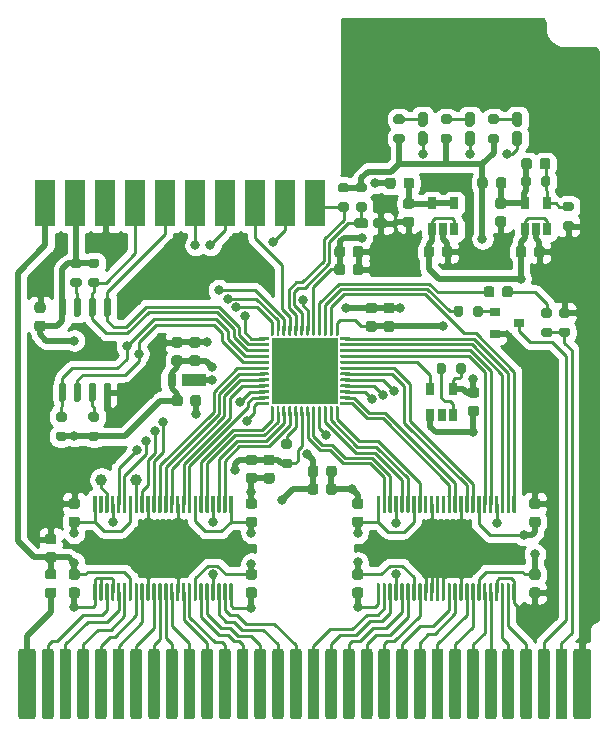
<source format=gbr>
%TF.GenerationSoftware,KiCad,Pcbnew,5.1.7-a382d34a8~88~ubuntu18.04.1*%
%TF.CreationDate,2020-12-02T18:34:38+09:00*%
%TF.ProjectId,iCEboy-pcb,69434562-6f79-42d7-9063-622e6b696361,rev?*%
%TF.SameCoordinates,PX20e6da0PY5b136e0*%
%TF.FileFunction,Copper,L1,Top*%
%TF.FilePolarity,Positive*%
%FSLAX46Y46*%
G04 Gerber Fmt 4.6, Leading zero omitted, Abs format (unit mm)*
G04 Created by KiCad (PCBNEW 5.1.7-a382d34a8~88~ubuntu18.04.1) date 2020-12-02 18:34:38*
%MOMM*%
%LPD*%
G01*
G04 APERTURE LIST*
%TA.AperFunction,SMDPad,CuDef*%
%ADD10R,1.700000X4.000000*%
%TD*%
%TA.AperFunction,SMDPad,CuDef*%
%ADD11R,2.000000X1.100000*%
%TD*%
%TA.AperFunction,SMDPad,CuDef*%
%ADD12R,0.800000X1.100000*%
%TD*%
%TA.AperFunction,SMDPad,CuDef*%
%ADD13C,1.000000*%
%TD*%
%TA.AperFunction,SMDPad,CuDef*%
%ADD14R,0.650000X1.060000*%
%TD*%
%TA.AperFunction,SMDPad,CuDef*%
%ADD15R,0.900000X0.800000*%
%TD*%
%TA.AperFunction,ComponentPad*%
%ADD16R,5.600000X5.600000*%
%TD*%
%TA.AperFunction,ViaPad*%
%ADD17C,0.800000*%
%TD*%
%TA.AperFunction,Conductor*%
%ADD18C,0.500000*%
%TD*%
%TA.AperFunction,Conductor*%
%ADD19C,0.250000*%
%TD*%
%TA.AperFunction,Conductor*%
%ADD20C,0.254000*%
%TD*%
%TA.AperFunction,Conductor*%
%ADD21C,0.100000*%
%TD*%
G04 APERTURE END LIST*
%TO.P,J1,1*%
%TO.N,/VCC*%
%TA.AperFunction,SMDPad,CuDef*%
G36*
G01*
X2750000Y6749500D02*
X2750000Y1250500D01*
G75*
G02*
X2499500Y1000000I-250500J0D01*
G01*
X1500500Y1000000D01*
G75*
G02*
X1250000Y1250500I0J250500D01*
G01*
X1250000Y6749500D01*
G75*
G02*
X1500500Y7000000I250500J0D01*
G01*
X2499500Y7000000D01*
G75*
G02*
X2750000Y6749500I0J-250500D01*
G01*
G37*
%TD.AperFunction*%
%TO.P,J1,2*%
%TO.N,/CLK*%
%TA.AperFunction,SMDPad,CuDef*%
G36*
G01*
X4250000Y6750000D02*
X4250000Y1250000D01*
G75*
G02*
X4000000Y1000000I-250000J0D01*
G01*
X3500000Y1000000D01*
G75*
G02*
X3250000Y1250000I0J250000D01*
G01*
X3250000Y6750000D01*
G75*
G02*
X3500000Y7000000I250000J0D01*
G01*
X4000000Y7000000D01*
G75*
G02*
X4250000Y6750000I0J-250000D01*
G01*
G37*
%TD.AperFunction*%
%TO.P,J1,3*%
%TO.N,/~WR*%
%TA.AperFunction,SMDPad,CuDef*%
G36*
G01*
X5750000Y6750000D02*
X5750000Y1250000D01*
G75*
G02*
X5500000Y1000000I-250000J0D01*
G01*
X5000000Y1000000D01*
G75*
G02*
X4750000Y1250000I0J250000D01*
G01*
X4750000Y6750000D01*
G75*
G02*
X5000000Y7000000I250000J0D01*
G01*
X5500000Y7000000D01*
G75*
G02*
X5750000Y6750000I0J-250000D01*
G01*
G37*
%TD.AperFunction*%
%TO.P,J1,4*%
%TO.N,/~RD*%
%TA.AperFunction,SMDPad,CuDef*%
G36*
G01*
X7250000Y6750000D02*
X7250000Y1250000D01*
G75*
G02*
X7000000Y1000000I-250000J0D01*
G01*
X6500000Y1000000D01*
G75*
G02*
X6250000Y1250000I0J250000D01*
G01*
X6250000Y6750000D01*
G75*
G02*
X6500000Y7000000I250000J0D01*
G01*
X7000000Y7000000D01*
G75*
G02*
X7250000Y6750000I0J-250000D01*
G01*
G37*
%TD.AperFunction*%
%TO.P,J1,5*%
%TO.N,/~CS*%
%TA.AperFunction,SMDPad,CuDef*%
G36*
G01*
X8750000Y6750000D02*
X8750000Y1250000D01*
G75*
G02*
X8500000Y1000000I-250000J0D01*
G01*
X8000000Y1000000D01*
G75*
G02*
X7750000Y1250000I0J250000D01*
G01*
X7750000Y6750000D01*
G75*
G02*
X8000000Y7000000I250000J0D01*
G01*
X8500000Y7000000D01*
G75*
G02*
X8750000Y6750000I0J-250000D01*
G01*
G37*
%TD.AperFunction*%
%TO.P,J1,6*%
%TO.N,/A0*%
%TA.AperFunction,SMDPad,CuDef*%
G36*
G01*
X10250000Y6750000D02*
X10250000Y1250000D01*
G75*
G02*
X10000000Y1000000I-250000J0D01*
G01*
X9500000Y1000000D01*
G75*
G02*
X9250000Y1250000I0J250000D01*
G01*
X9250000Y6750000D01*
G75*
G02*
X9500000Y7000000I250000J0D01*
G01*
X10000000Y7000000D01*
G75*
G02*
X10250000Y6750000I0J-250000D01*
G01*
G37*
%TD.AperFunction*%
%TO.P,J1,7*%
%TO.N,/A1*%
%TA.AperFunction,SMDPad,CuDef*%
G36*
G01*
X11750000Y6750000D02*
X11750000Y1250000D01*
G75*
G02*
X11500000Y1000000I-250000J0D01*
G01*
X11000000Y1000000D01*
G75*
G02*
X10750000Y1250000I0J250000D01*
G01*
X10750000Y6750000D01*
G75*
G02*
X11000000Y7000000I250000J0D01*
G01*
X11500000Y7000000D01*
G75*
G02*
X11750000Y6750000I0J-250000D01*
G01*
G37*
%TD.AperFunction*%
%TO.P,J1,8*%
%TO.N,/A2*%
%TA.AperFunction,SMDPad,CuDef*%
G36*
G01*
X13250000Y6750000D02*
X13250000Y1250000D01*
G75*
G02*
X13000000Y1000000I-250000J0D01*
G01*
X12500000Y1000000D01*
G75*
G02*
X12250000Y1250000I0J250000D01*
G01*
X12250000Y6750000D01*
G75*
G02*
X12500000Y7000000I250000J0D01*
G01*
X13000000Y7000000D01*
G75*
G02*
X13250000Y6750000I0J-250000D01*
G01*
G37*
%TD.AperFunction*%
%TO.P,J1,9*%
%TO.N,/A3*%
%TA.AperFunction,SMDPad,CuDef*%
G36*
G01*
X14750000Y6750000D02*
X14750000Y1250000D01*
G75*
G02*
X14500000Y1000000I-250000J0D01*
G01*
X14000000Y1000000D01*
G75*
G02*
X13750000Y1250000I0J250000D01*
G01*
X13750000Y6750000D01*
G75*
G02*
X14000000Y7000000I250000J0D01*
G01*
X14500000Y7000000D01*
G75*
G02*
X14750000Y6750000I0J-250000D01*
G01*
G37*
%TD.AperFunction*%
%TO.P,J1,10*%
%TO.N,/A4*%
%TA.AperFunction,SMDPad,CuDef*%
G36*
G01*
X16250000Y6750000D02*
X16250000Y1250000D01*
G75*
G02*
X16000000Y1000000I-250000J0D01*
G01*
X15500000Y1000000D01*
G75*
G02*
X15250000Y1250000I0J250000D01*
G01*
X15250000Y6750000D01*
G75*
G02*
X15500000Y7000000I250000J0D01*
G01*
X16000000Y7000000D01*
G75*
G02*
X16250000Y6750000I0J-250000D01*
G01*
G37*
%TD.AperFunction*%
%TO.P,J1,11*%
%TO.N,/A5*%
%TA.AperFunction,SMDPad,CuDef*%
G36*
G01*
X17750000Y6750000D02*
X17750000Y1250000D01*
G75*
G02*
X17500000Y1000000I-250000J0D01*
G01*
X17000000Y1000000D01*
G75*
G02*
X16750000Y1250000I0J250000D01*
G01*
X16750000Y6750000D01*
G75*
G02*
X17000000Y7000000I250000J0D01*
G01*
X17500000Y7000000D01*
G75*
G02*
X17750000Y6750000I0J-250000D01*
G01*
G37*
%TD.AperFunction*%
%TO.P,J1,12*%
%TO.N,/A6*%
%TA.AperFunction,SMDPad,CuDef*%
G36*
G01*
X19250000Y6750000D02*
X19250000Y1250000D01*
G75*
G02*
X19000000Y1000000I-250000J0D01*
G01*
X18500000Y1000000D01*
G75*
G02*
X18250000Y1250000I0J250000D01*
G01*
X18250000Y6750000D01*
G75*
G02*
X18500000Y7000000I250000J0D01*
G01*
X19000000Y7000000D01*
G75*
G02*
X19250000Y6750000I0J-250000D01*
G01*
G37*
%TD.AperFunction*%
%TO.P,J1,13*%
%TO.N,/A7*%
%TA.AperFunction,SMDPad,CuDef*%
G36*
G01*
X20750000Y6750000D02*
X20750000Y1250000D01*
G75*
G02*
X20500000Y1000000I-250000J0D01*
G01*
X20000000Y1000000D01*
G75*
G02*
X19750000Y1250000I0J250000D01*
G01*
X19750000Y6750000D01*
G75*
G02*
X20000000Y7000000I250000J0D01*
G01*
X20500000Y7000000D01*
G75*
G02*
X20750000Y6750000I0J-250000D01*
G01*
G37*
%TD.AperFunction*%
%TO.P,J1,14*%
%TO.N,/A8*%
%TA.AperFunction,SMDPad,CuDef*%
G36*
G01*
X22250000Y6750000D02*
X22250000Y1250000D01*
G75*
G02*
X22000000Y1000000I-250000J0D01*
G01*
X21500000Y1000000D01*
G75*
G02*
X21250000Y1250000I0J250000D01*
G01*
X21250000Y6750000D01*
G75*
G02*
X21500000Y7000000I250000J0D01*
G01*
X22000000Y7000000D01*
G75*
G02*
X22250000Y6750000I0J-250000D01*
G01*
G37*
%TD.AperFunction*%
%TO.P,J1,15*%
%TO.N,/A9*%
%TA.AperFunction,SMDPad,CuDef*%
G36*
G01*
X23750000Y6750000D02*
X23750000Y1250000D01*
G75*
G02*
X23500000Y1000000I-250000J0D01*
G01*
X23000000Y1000000D01*
G75*
G02*
X22750000Y1250000I0J250000D01*
G01*
X22750000Y6750000D01*
G75*
G02*
X23000000Y7000000I250000J0D01*
G01*
X23500000Y7000000D01*
G75*
G02*
X23750000Y6750000I0J-250000D01*
G01*
G37*
%TD.AperFunction*%
%TO.P,J1,16*%
%TO.N,/A10*%
%TA.AperFunction,SMDPad,CuDef*%
G36*
G01*
X25250000Y6750000D02*
X25250000Y1250000D01*
G75*
G02*
X25000000Y1000000I-250000J0D01*
G01*
X24500000Y1000000D01*
G75*
G02*
X24250000Y1250000I0J250000D01*
G01*
X24250000Y6750000D01*
G75*
G02*
X24500000Y7000000I250000J0D01*
G01*
X25000000Y7000000D01*
G75*
G02*
X25250000Y6750000I0J-250000D01*
G01*
G37*
%TD.AperFunction*%
%TO.P,J1,17*%
%TO.N,/A11*%
%TA.AperFunction,SMDPad,CuDef*%
G36*
G01*
X26750000Y6750000D02*
X26750000Y1250000D01*
G75*
G02*
X26500000Y1000000I-250000J0D01*
G01*
X26000000Y1000000D01*
G75*
G02*
X25750000Y1250000I0J250000D01*
G01*
X25750000Y6750000D01*
G75*
G02*
X26000000Y7000000I250000J0D01*
G01*
X26500000Y7000000D01*
G75*
G02*
X26750000Y6750000I0J-250000D01*
G01*
G37*
%TD.AperFunction*%
%TO.P,J1,18*%
%TO.N,/A12*%
%TA.AperFunction,SMDPad,CuDef*%
G36*
G01*
X28250000Y6750000D02*
X28250000Y1250000D01*
G75*
G02*
X28000000Y1000000I-250000J0D01*
G01*
X27500000Y1000000D01*
G75*
G02*
X27250000Y1250000I0J250000D01*
G01*
X27250000Y6750000D01*
G75*
G02*
X27500000Y7000000I250000J0D01*
G01*
X28000000Y7000000D01*
G75*
G02*
X28250000Y6750000I0J-250000D01*
G01*
G37*
%TD.AperFunction*%
%TO.P,J1,19*%
%TO.N,/A13*%
%TA.AperFunction,SMDPad,CuDef*%
G36*
G01*
X29750000Y6750000D02*
X29750000Y1250000D01*
G75*
G02*
X29500000Y1000000I-250000J0D01*
G01*
X29000000Y1000000D01*
G75*
G02*
X28750000Y1250000I0J250000D01*
G01*
X28750000Y6750000D01*
G75*
G02*
X29000000Y7000000I250000J0D01*
G01*
X29500000Y7000000D01*
G75*
G02*
X29750000Y6750000I0J-250000D01*
G01*
G37*
%TD.AperFunction*%
%TO.P,J1,20*%
%TO.N,/A14*%
%TA.AperFunction,SMDPad,CuDef*%
G36*
G01*
X31250000Y6750000D02*
X31250000Y1250000D01*
G75*
G02*
X31000000Y1000000I-250000J0D01*
G01*
X30500000Y1000000D01*
G75*
G02*
X30250000Y1250000I0J250000D01*
G01*
X30250000Y6750000D01*
G75*
G02*
X30500000Y7000000I250000J0D01*
G01*
X31000000Y7000000D01*
G75*
G02*
X31250000Y6750000I0J-250000D01*
G01*
G37*
%TD.AperFunction*%
%TO.P,J1,21*%
%TO.N,/A15*%
%TA.AperFunction,SMDPad,CuDef*%
G36*
G01*
X32750000Y6750000D02*
X32750000Y1250000D01*
G75*
G02*
X32500000Y1000000I-250000J0D01*
G01*
X32000000Y1000000D01*
G75*
G02*
X31750000Y1250000I0J250000D01*
G01*
X31750000Y6750000D01*
G75*
G02*
X32000000Y7000000I250000J0D01*
G01*
X32500000Y7000000D01*
G75*
G02*
X32750000Y6750000I0J-250000D01*
G01*
G37*
%TD.AperFunction*%
%TO.P,J1,22*%
%TO.N,/D0*%
%TA.AperFunction,SMDPad,CuDef*%
G36*
G01*
X34250000Y6750000D02*
X34250000Y1250000D01*
G75*
G02*
X34000000Y1000000I-250000J0D01*
G01*
X33500000Y1000000D01*
G75*
G02*
X33250000Y1250000I0J250000D01*
G01*
X33250000Y6750000D01*
G75*
G02*
X33500000Y7000000I250000J0D01*
G01*
X34000000Y7000000D01*
G75*
G02*
X34250000Y6750000I0J-250000D01*
G01*
G37*
%TD.AperFunction*%
%TO.P,J1,23*%
%TO.N,/D1*%
%TA.AperFunction,SMDPad,CuDef*%
G36*
G01*
X35750000Y6750000D02*
X35750000Y1250000D01*
G75*
G02*
X35500000Y1000000I-250000J0D01*
G01*
X35000000Y1000000D01*
G75*
G02*
X34750000Y1250000I0J250000D01*
G01*
X34750000Y6750000D01*
G75*
G02*
X35000000Y7000000I250000J0D01*
G01*
X35500000Y7000000D01*
G75*
G02*
X35750000Y6750000I0J-250000D01*
G01*
G37*
%TD.AperFunction*%
%TO.P,J1,24*%
%TO.N,/D2*%
%TA.AperFunction,SMDPad,CuDef*%
G36*
G01*
X37250000Y6750000D02*
X37250000Y1250000D01*
G75*
G02*
X37000000Y1000000I-250000J0D01*
G01*
X36500000Y1000000D01*
G75*
G02*
X36250000Y1250000I0J250000D01*
G01*
X36250000Y6750000D01*
G75*
G02*
X36500000Y7000000I250000J0D01*
G01*
X37000000Y7000000D01*
G75*
G02*
X37250000Y6750000I0J-250000D01*
G01*
G37*
%TD.AperFunction*%
%TO.P,J1,25*%
%TO.N,/D3*%
%TA.AperFunction,SMDPad,CuDef*%
G36*
G01*
X38750000Y6750000D02*
X38750000Y1250000D01*
G75*
G02*
X38500000Y1000000I-250000J0D01*
G01*
X38000000Y1000000D01*
G75*
G02*
X37750000Y1250000I0J250000D01*
G01*
X37750000Y6750000D01*
G75*
G02*
X38000000Y7000000I250000J0D01*
G01*
X38500000Y7000000D01*
G75*
G02*
X38750000Y6750000I0J-250000D01*
G01*
G37*
%TD.AperFunction*%
%TO.P,J1,26*%
%TO.N,/D4*%
%TA.AperFunction,SMDPad,CuDef*%
G36*
G01*
X40250000Y6750000D02*
X40250000Y1250000D01*
G75*
G02*
X40000000Y1000000I-250000J0D01*
G01*
X39500000Y1000000D01*
G75*
G02*
X39250000Y1250000I0J250000D01*
G01*
X39250000Y6750000D01*
G75*
G02*
X39500000Y7000000I250000J0D01*
G01*
X40000000Y7000000D01*
G75*
G02*
X40250000Y6750000I0J-250000D01*
G01*
G37*
%TD.AperFunction*%
%TO.P,J1,27*%
%TO.N,/D5*%
%TA.AperFunction,SMDPad,CuDef*%
G36*
G01*
X41750000Y6750000D02*
X41750000Y1250000D01*
G75*
G02*
X41500000Y1000000I-250000J0D01*
G01*
X41000000Y1000000D01*
G75*
G02*
X40750000Y1250000I0J250000D01*
G01*
X40750000Y6750000D01*
G75*
G02*
X41000000Y7000000I250000J0D01*
G01*
X41500000Y7000000D01*
G75*
G02*
X41750000Y6750000I0J-250000D01*
G01*
G37*
%TD.AperFunction*%
%TO.P,J1,28*%
%TO.N,/D6*%
%TA.AperFunction,SMDPad,CuDef*%
G36*
G01*
X43250000Y6750000D02*
X43250000Y1250000D01*
G75*
G02*
X43000000Y1000000I-250000J0D01*
G01*
X42500000Y1000000D01*
G75*
G02*
X42250000Y1250000I0J250000D01*
G01*
X42250000Y6750000D01*
G75*
G02*
X42500000Y7000000I250000J0D01*
G01*
X43000000Y7000000D01*
G75*
G02*
X43250000Y6750000I0J-250000D01*
G01*
G37*
%TD.AperFunction*%
%TO.P,J1,29*%
%TO.N,/D7*%
%TA.AperFunction,SMDPad,CuDef*%
G36*
G01*
X44750000Y6750000D02*
X44750000Y1250000D01*
G75*
G02*
X44500000Y1000000I-250000J0D01*
G01*
X44000000Y1000000D01*
G75*
G02*
X43750000Y1250000I0J250000D01*
G01*
X43750000Y6750000D01*
G75*
G02*
X44000000Y7000000I250000J0D01*
G01*
X44500000Y7000000D01*
G75*
G02*
X44750000Y6750000I0J-250000D01*
G01*
G37*
%TD.AperFunction*%
%TO.P,J1,30*%
%TO.N,/~RST*%
%TA.AperFunction,SMDPad,CuDef*%
G36*
G01*
X46250000Y6750000D02*
X46250000Y1250000D01*
G75*
G02*
X46000000Y1000000I-250000J0D01*
G01*
X45500000Y1000000D01*
G75*
G02*
X45250000Y1250000I0J250000D01*
G01*
X45250000Y6750000D01*
G75*
G02*
X45500000Y7000000I250000J0D01*
G01*
X46000000Y7000000D01*
G75*
G02*
X46250000Y6750000I0J-250000D01*
G01*
G37*
%TD.AperFunction*%
%TO.P,J1,31*%
%TO.N,/VIN*%
%TA.AperFunction,SMDPad,CuDef*%
G36*
G01*
X47750000Y6750000D02*
X47750000Y1250000D01*
G75*
G02*
X47500000Y1000000I-250000J0D01*
G01*
X47000000Y1000000D01*
G75*
G02*
X46750000Y1250000I0J250000D01*
G01*
X46750000Y6750000D01*
G75*
G02*
X47000000Y7000000I250000J0D01*
G01*
X47500000Y7000000D01*
G75*
G02*
X47750000Y6750000I0J-250000D01*
G01*
G37*
%TD.AperFunction*%
%TO.P,J1,32*%
%TO.N,GND*%
%TA.AperFunction,SMDPad,CuDef*%
G36*
G01*
X49750000Y6749500D02*
X49750000Y1250500D01*
G75*
G02*
X49499500Y1000000I-250500J0D01*
G01*
X48500500Y1000000D01*
G75*
G02*
X48250000Y1250500I0J250500D01*
G01*
X48250000Y6749500D01*
G75*
G02*
X48500500Y7000000I250500J0D01*
G01*
X49499500Y7000000D01*
G75*
G02*
X49750000Y6749500I0J-250500D01*
G01*
G37*
%TD.AperFunction*%
%TD*%
D10*
%TO.P,J2,10*%
%TO.N,/~CRESET*%
X26416000Y44704000D03*
%TO.P,J2,9*%
%TO.N,/IO1*%
X23876000Y44704000D03*
%TO.P,J2,8*%
%TO.N,/IO0*%
X21336000Y44704000D03*
%TO.P,J2,7*%
%TO.N,/SPI_MISO*%
X18796000Y44704000D03*
%TO.P,J2,6*%
%TO.N,/SPI_SS*%
X16256000Y44704000D03*
%TO.P,J2,5*%
%TO.N,/SPI_MOSI*%
X13716000Y44704000D03*
%TO.P,J2,4*%
%TO.N,/SPI_SCK*%
X11176000Y44704000D03*
%TO.P,J2,3*%
%TO.N,GND*%
X8636000Y44704000D03*
%TO.P,J2,2*%
%TO.N,+3V3*%
X6096000Y44704000D03*
%TO.P,J2,1*%
%TO.N,+5V*%
X3556000Y44704000D03*
%TD*%
D11*
%TO.P,D5,1*%
%TO.N,/VPP*%
X16150000Y29700000D03*
D12*
%TO.P,D5,2*%
%TO.N,+3V3*%
X14250000Y29700000D03*
%TD*%
D13*
%TO.P,TP2,1*%
%TO.N,/~CS~B*%
X11200000Y21300000D03*
%TD*%
%TO.P,TP1,1*%
%TO.N,/CLKB*%
X8300000Y21300000D03*
%TD*%
D14*
%TO.P,X1,5*%
%TO.N,/EXT_CLK*%
X36150000Y29000000D03*
%TO.P,X1,4*%
%TO.N,+3V3*%
X38050000Y29000000D03*
%TO.P,X1,3*%
%TO.N,Net-(R1-Pad1)*%
X38050000Y26800000D03*
%TO.P,X1,2*%
%TO.N,N/C*%
X37100000Y26800000D03*
%TO.P,X1,1*%
%TO.N,GND*%
X36150000Y26800000D03*
%TD*%
%TO.P,R1,2*%
%TO.N,+3V3*%
%TA.AperFunction,SMDPad,CuDef*%
G36*
G01*
X38325000Y30425000D02*
X38325000Y30975000D01*
G75*
G02*
X38525000Y31175000I200000J0D01*
G01*
X38925000Y31175000D01*
G75*
G02*
X39125000Y30975000I0J-200000D01*
G01*
X39125000Y30425000D01*
G75*
G02*
X38925000Y30225000I-200000J0D01*
G01*
X38525000Y30225000D01*
G75*
G02*
X38325000Y30425000I0J200000D01*
G01*
G37*
%TD.AperFunction*%
%TO.P,R1,1*%
%TO.N,Net-(R1-Pad1)*%
%TA.AperFunction,SMDPad,CuDef*%
G36*
G01*
X36675000Y30425000D02*
X36675000Y30975000D01*
G75*
G02*
X36875000Y31175000I200000J0D01*
G01*
X37275000Y31175000D01*
G75*
G02*
X37475000Y30975000I0J-200000D01*
G01*
X37475000Y30425000D01*
G75*
G02*
X37275000Y30225000I-200000J0D01*
G01*
X36875000Y30225000D01*
G75*
G02*
X36675000Y30425000I0J200000D01*
G01*
G37*
%TD.AperFunction*%
%TD*%
%TO.P,C10,2*%
%TO.N,GND*%
%TA.AperFunction,SMDPad,CuDef*%
G36*
G01*
X39550000Y27575000D02*
X40050000Y27575000D01*
G75*
G02*
X40275000Y27350000I0J-225000D01*
G01*
X40275000Y26900000D01*
G75*
G02*
X40050000Y26675000I-225000J0D01*
G01*
X39550000Y26675000D01*
G75*
G02*
X39325000Y26900000I0J225000D01*
G01*
X39325000Y27350000D01*
G75*
G02*
X39550000Y27575000I225000J0D01*
G01*
G37*
%TD.AperFunction*%
%TO.P,C10,1*%
%TO.N,+3V3*%
%TA.AperFunction,SMDPad,CuDef*%
G36*
G01*
X39550000Y29125000D02*
X40050000Y29125000D01*
G75*
G02*
X40275000Y28900000I0J-225000D01*
G01*
X40275000Y28450000D01*
G75*
G02*
X40050000Y28225000I-225000J0D01*
G01*
X39550000Y28225000D01*
G75*
G02*
X39325000Y28450000I0J225000D01*
G01*
X39325000Y28900000D01*
G75*
G02*
X39550000Y29125000I225000J0D01*
G01*
G37*
%TD.AperFunction*%
%TD*%
%TO.P,R9,2*%
%TO.N,/VIN*%
%TA.AperFunction,SMDPad,CuDef*%
G36*
G01*
X47225000Y34175000D02*
X47775000Y34175000D01*
G75*
G02*
X47975000Y33975000I0J-200000D01*
G01*
X47975000Y33575000D01*
G75*
G02*
X47775000Y33375000I-200000J0D01*
G01*
X47225000Y33375000D01*
G75*
G02*
X47025000Y33575000I0J200000D01*
G01*
X47025000Y33975000D01*
G75*
G02*
X47225000Y34175000I200000J0D01*
G01*
G37*
%TD.AperFunction*%
%TO.P,R9,1*%
%TO.N,GND*%
%TA.AperFunction,SMDPad,CuDef*%
G36*
G01*
X47225000Y35825000D02*
X47775000Y35825000D01*
G75*
G02*
X47975000Y35625000I0J-200000D01*
G01*
X47975000Y35225000D01*
G75*
G02*
X47775000Y35025000I-200000J0D01*
G01*
X47225000Y35025000D01*
G75*
G02*
X47025000Y35225000I0J200000D01*
G01*
X47025000Y35625000D01*
G75*
G02*
X47225000Y35825000I200000J0D01*
G01*
G37*
%TD.AperFunction*%
%TD*%
%TO.P,R8,2*%
%TO.N,Net-(C17-Pad1)*%
%TA.AperFunction,SMDPad,CuDef*%
G36*
G01*
X46275000Y35025000D02*
X45725000Y35025000D01*
G75*
G02*
X45525000Y35225000I0J200000D01*
G01*
X45525000Y35625000D01*
G75*
G02*
X45725000Y35825000I200000J0D01*
G01*
X46275000Y35825000D01*
G75*
G02*
X46475000Y35625000I0J-200000D01*
G01*
X46475000Y35225000D01*
G75*
G02*
X46275000Y35025000I-200000J0D01*
G01*
G37*
%TD.AperFunction*%
%TO.P,R8,1*%
%TO.N,/VIN*%
%TA.AperFunction,SMDPad,CuDef*%
G36*
G01*
X46275000Y33375000D02*
X45725000Y33375000D01*
G75*
G02*
X45525000Y33575000I0J200000D01*
G01*
X45525000Y33975000D01*
G75*
G02*
X45725000Y34175000I200000J0D01*
G01*
X46275000Y34175000D01*
G75*
G02*
X46475000Y33975000I0J-200000D01*
G01*
X46475000Y33575000D01*
G75*
G02*
X46275000Y33375000I-200000J0D01*
G01*
G37*
%TD.AperFunction*%
%TD*%
%TO.P,C17,2*%
%TO.N,/VINB*%
%TA.AperFunction,SMDPad,CuDef*%
G36*
G01*
X41575000Y37450000D02*
X41575000Y36950000D01*
G75*
G02*
X41350000Y36725000I-225000J0D01*
G01*
X40900000Y36725000D01*
G75*
G02*
X40675000Y36950000I0J225000D01*
G01*
X40675000Y37450000D01*
G75*
G02*
X40900000Y37675000I225000J0D01*
G01*
X41350000Y37675000D01*
G75*
G02*
X41575000Y37450000I0J-225000D01*
G01*
G37*
%TD.AperFunction*%
%TO.P,C17,1*%
%TO.N,Net-(C17-Pad1)*%
%TA.AperFunction,SMDPad,CuDef*%
G36*
G01*
X43125000Y37450000D02*
X43125000Y36950000D01*
G75*
G02*
X42900000Y36725000I-225000J0D01*
G01*
X42450000Y36725000D01*
G75*
G02*
X42225000Y36950000I0J225000D01*
G01*
X42225000Y37450000D01*
G75*
G02*
X42450000Y37675000I225000J0D01*
G01*
X42900000Y37675000D01*
G75*
G02*
X43125000Y37450000I0J-225000D01*
G01*
G37*
%TD.AperFunction*%
%TD*%
%TO.P,R2,2*%
%TO.N,/~CRESET*%
%TA.AperFunction,SMDPad,CuDef*%
G36*
G01*
X28525000Y44775000D02*
X29075000Y44775000D01*
G75*
G02*
X29275000Y44575000I0J-200000D01*
G01*
X29275000Y44175000D01*
G75*
G02*
X29075000Y43975000I-200000J0D01*
G01*
X28525000Y43975000D01*
G75*
G02*
X28325000Y44175000I0J200000D01*
G01*
X28325000Y44575000D01*
G75*
G02*
X28525000Y44775000I200000J0D01*
G01*
G37*
%TD.AperFunction*%
%TO.P,R2,1*%
%TO.N,+3V3*%
%TA.AperFunction,SMDPad,CuDef*%
G36*
G01*
X28525000Y46425000D02*
X29075000Y46425000D01*
G75*
G02*
X29275000Y46225000I0J-200000D01*
G01*
X29275000Y45825000D01*
G75*
G02*
X29075000Y45625000I-200000J0D01*
G01*
X28525000Y45625000D01*
G75*
G02*
X28325000Y45825000I0J200000D01*
G01*
X28325000Y46225000D01*
G75*
G02*
X28525000Y46425000I200000J0D01*
G01*
G37*
%TD.AperFunction*%
%TD*%
%TO.P,R6,2*%
%TO.N,Net-(D4-Pad2)*%
%TA.AperFunction,SMDPad,CuDef*%
G36*
G01*
X41775000Y51425000D02*
X41225000Y51425000D01*
G75*
G02*
X41025000Y51625000I0J200000D01*
G01*
X41025000Y52025000D01*
G75*
G02*
X41225000Y52225000I200000J0D01*
G01*
X41775000Y52225000D01*
G75*
G02*
X41975000Y52025000I0J-200000D01*
G01*
X41975000Y51625000D01*
G75*
G02*
X41775000Y51425000I-200000J0D01*
G01*
G37*
%TD.AperFunction*%
%TO.P,R6,1*%
%TO.N,+3V3*%
%TA.AperFunction,SMDPad,CuDef*%
G36*
G01*
X41775000Y49775000D02*
X41225000Y49775000D01*
G75*
G02*
X41025000Y49975000I0J200000D01*
G01*
X41025000Y50375000D01*
G75*
G02*
X41225000Y50575000I200000J0D01*
G01*
X41775000Y50575000D01*
G75*
G02*
X41975000Y50375000I0J-200000D01*
G01*
X41975000Y49975000D01*
G75*
G02*
X41775000Y49775000I-200000J0D01*
G01*
G37*
%TD.AperFunction*%
%TD*%
%TO.P,R5,2*%
%TO.N,Net-(D3-Pad2)*%
%TA.AperFunction,SMDPad,CuDef*%
G36*
G01*
X37775000Y51425000D02*
X37225000Y51425000D01*
G75*
G02*
X37025000Y51625000I0J200000D01*
G01*
X37025000Y52025000D01*
G75*
G02*
X37225000Y52225000I200000J0D01*
G01*
X37775000Y52225000D01*
G75*
G02*
X37975000Y52025000I0J-200000D01*
G01*
X37975000Y51625000D01*
G75*
G02*
X37775000Y51425000I-200000J0D01*
G01*
G37*
%TD.AperFunction*%
%TO.P,R5,1*%
%TO.N,+3V3*%
%TA.AperFunction,SMDPad,CuDef*%
G36*
G01*
X37775000Y49775000D02*
X37225000Y49775000D01*
G75*
G02*
X37025000Y49975000I0J200000D01*
G01*
X37025000Y50375000D01*
G75*
G02*
X37225000Y50575000I200000J0D01*
G01*
X37775000Y50575000D01*
G75*
G02*
X37975000Y50375000I0J-200000D01*
G01*
X37975000Y49975000D01*
G75*
G02*
X37775000Y49775000I-200000J0D01*
G01*
G37*
%TD.AperFunction*%
%TD*%
%TO.P,R4,2*%
%TO.N,Net-(D2-Pad2)*%
%TA.AperFunction,SMDPad,CuDef*%
G36*
G01*
X33775000Y51425000D02*
X33225000Y51425000D01*
G75*
G02*
X33025000Y51625000I0J200000D01*
G01*
X33025000Y52025000D01*
G75*
G02*
X33225000Y52225000I200000J0D01*
G01*
X33775000Y52225000D01*
G75*
G02*
X33975000Y52025000I0J-200000D01*
G01*
X33975000Y51625000D01*
G75*
G02*
X33775000Y51425000I-200000J0D01*
G01*
G37*
%TD.AperFunction*%
%TO.P,R4,1*%
%TO.N,+3V3*%
%TA.AperFunction,SMDPad,CuDef*%
G36*
G01*
X33775000Y49775000D02*
X33225000Y49775000D01*
G75*
G02*
X33025000Y49975000I0J200000D01*
G01*
X33025000Y50375000D01*
G75*
G02*
X33225000Y50575000I200000J0D01*
G01*
X33775000Y50575000D01*
G75*
G02*
X33975000Y50375000I0J-200000D01*
G01*
X33975000Y49975000D01*
G75*
G02*
X33775000Y49775000I-200000J0D01*
G01*
G37*
%TD.AperFunction*%
%TD*%
%TO.P,D4,2*%
%TO.N,Net-(D4-Pad2)*%
%TA.AperFunction,SMDPad,CuDef*%
G36*
G01*
X43712500Y51200000D02*
X43287500Y51200000D01*
G75*
G02*
X43075000Y51412500I0J212500D01*
G01*
X43075000Y52212500D01*
G75*
G02*
X43287500Y52425000I212500J0D01*
G01*
X43712500Y52425000D01*
G75*
G02*
X43925000Y52212500I0J-212500D01*
G01*
X43925000Y51412500D01*
G75*
G02*
X43712500Y51200000I-212500J0D01*
G01*
G37*
%TD.AperFunction*%
%TO.P,D4,1*%
%TO.N,/RGB2*%
%TA.AperFunction,SMDPad,CuDef*%
G36*
G01*
X43712500Y49575000D02*
X43287500Y49575000D01*
G75*
G02*
X43075000Y49787500I0J212500D01*
G01*
X43075000Y50587500D01*
G75*
G02*
X43287500Y50800000I212500J0D01*
G01*
X43712500Y50800000D01*
G75*
G02*
X43925000Y50587500I0J-212500D01*
G01*
X43925000Y49787500D01*
G75*
G02*
X43712500Y49575000I-212500J0D01*
G01*
G37*
%TD.AperFunction*%
%TD*%
%TO.P,D3,2*%
%TO.N,Net-(D3-Pad2)*%
%TA.AperFunction,SMDPad,CuDef*%
G36*
G01*
X39712500Y51200000D02*
X39287500Y51200000D01*
G75*
G02*
X39075000Y51412500I0J212500D01*
G01*
X39075000Y52212500D01*
G75*
G02*
X39287500Y52425000I212500J0D01*
G01*
X39712500Y52425000D01*
G75*
G02*
X39925000Y52212500I0J-212500D01*
G01*
X39925000Y51412500D01*
G75*
G02*
X39712500Y51200000I-212500J0D01*
G01*
G37*
%TD.AperFunction*%
%TO.P,D3,1*%
%TO.N,/RGB1*%
%TA.AperFunction,SMDPad,CuDef*%
G36*
G01*
X39712500Y49575000D02*
X39287500Y49575000D01*
G75*
G02*
X39075000Y49787500I0J212500D01*
G01*
X39075000Y50587500D01*
G75*
G02*
X39287500Y50800000I212500J0D01*
G01*
X39712500Y50800000D01*
G75*
G02*
X39925000Y50587500I0J-212500D01*
G01*
X39925000Y49787500D01*
G75*
G02*
X39712500Y49575000I-212500J0D01*
G01*
G37*
%TD.AperFunction*%
%TD*%
%TO.P,D2,2*%
%TO.N,Net-(D2-Pad2)*%
%TA.AperFunction,SMDPad,CuDef*%
G36*
G01*
X35712500Y51200000D02*
X35287500Y51200000D01*
G75*
G02*
X35075000Y51412500I0J212500D01*
G01*
X35075000Y52212500D01*
G75*
G02*
X35287500Y52425000I212500J0D01*
G01*
X35712500Y52425000D01*
G75*
G02*
X35925000Y52212500I0J-212500D01*
G01*
X35925000Y51412500D01*
G75*
G02*
X35712500Y51200000I-212500J0D01*
G01*
G37*
%TD.AperFunction*%
%TO.P,D2,1*%
%TO.N,/RGB0*%
%TA.AperFunction,SMDPad,CuDef*%
G36*
G01*
X35712500Y49575000D02*
X35287500Y49575000D01*
G75*
G02*
X35075000Y49787500I0J212500D01*
G01*
X35075000Y50587500D01*
G75*
G02*
X35287500Y50800000I212500J0D01*
G01*
X35712500Y50800000D01*
G75*
G02*
X35925000Y50587500I0J-212500D01*
G01*
X35925000Y49787500D01*
G75*
G02*
X35712500Y49575000I-212500J0D01*
G01*
G37*
%TD.AperFunction*%
%TD*%
%TO.P,U6,8*%
%TO.N,+3V3*%
%TA.AperFunction,SMDPad,CuDef*%
G36*
G01*
X5145000Y35100000D02*
X4845000Y35100000D01*
G75*
G02*
X4695000Y35250000I0J150000D01*
G01*
X4695000Y36550000D01*
G75*
G02*
X4845000Y36700000I150000J0D01*
G01*
X5145000Y36700000D01*
G75*
G02*
X5295000Y36550000I0J-150000D01*
G01*
X5295000Y35250000D01*
G75*
G02*
X5145000Y35100000I-150000J0D01*
G01*
G37*
%TD.AperFunction*%
%TO.P,U6,7*%
%TO.N,Net-(R12-Pad2)*%
%TA.AperFunction,SMDPad,CuDef*%
G36*
G01*
X6415000Y35100000D02*
X6115000Y35100000D01*
G75*
G02*
X5965000Y35250000I0J150000D01*
G01*
X5965000Y36550000D01*
G75*
G02*
X6115000Y36700000I150000J0D01*
G01*
X6415000Y36700000D01*
G75*
G02*
X6565000Y36550000I0J-150000D01*
G01*
X6565000Y35250000D01*
G75*
G02*
X6415000Y35100000I-150000J0D01*
G01*
G37*
%TD.AperFunction*%
%TO.P,U6,6*%
%TO.N,/SPI_SCK*%
%TA.AperFunction,SMDPad,CuDef*%
G36*
G01*
X7685000Y35100000D02*
X7385000Y35100000D01*
G75*
G02*
X7235000Y35250000I0J150000D01*
G01*
X7235000Y36550000D01*
G75*
G02*
X7385000Y36700000I150000J0D01*
G01*
X7685000Y36700000D01*
G75*
G02*
X7835000Y36550000I0J-150000D01*
G01*
X7835000Y35250000D01*
G75*
G02*
X7685000Y35100000I-150000J0D01*
G01*
G37*
%TD.AperFunction*%
%TO.P,U6,5*%
%TO.N,/SPI_MOSI*%
%TA.AperFunction,SMDPad,CuDef*%
G36*
G01*
X8955000Y35100000D02*
X8655000Y35100000D01*
G75*
G02*
X8505000Y35250000I0J150000D01*
G01*
X8505000Y36550000D01*
G75*
G02*
X8655000Y36700000I150000J0D01*
G01*
X8955000Y36700000D01*
G75*
G02*
X9105000Y36550000I0J-150000D01*
G01*
X9105000Y35250000D01*
G75*
G02*
X8955000Y35100000I-150000J0D01*
G01*
G37*
%TD.AperFunction*%
%TO.P,U6,4*%
%TO.N,GND*%
%TA.AperFunction,SMDPad,CuDef*%
G36*
G01*
X8955000Y27900000D02*
X8655000Y27900000D01*
G75*
G02*
X8505000Y28050000I0J150000D01*
G01*
X8505000Y29350000D01*
G75*
G02*
X8655000Y29500000I150000J0D01*
G01*
X8955000Y29500000D01*
G75*
G02*
X9105000Y29350000I0J-150000D01*
G01*
X9105000Y28050000D01*
G75*
G02*
X8955000Y27900000I-150000J0D01*
G01*
G37*
%TD.AperFunction*%
%TO.P,U6,3*%
%TO.N,Net-(R13-Pad2)*%
%TA.AperFunction,SMDPad,CuDef*%
G36*
G01*
X7685000Y27900000D02*
X7385000Y27900000D01*
G75*
G02*
X7235000Y28050000I0J150000D01*
G01*
X7235000Y29350000D01*
G75*
G02*
X7385000Y29500000I150000J0D01*
G01*
X7685000Y29500000D01*
G75*
G02*
X7835000Y29350000I0J-150000D01*
G01*
X7835000Y28050000D01*
G75*
G02*
X7685000Y27900000I-150000J0D01*
G01*
G37*
%TD.AperFunction*%
%TO.P,U6,2*%
%TO.N,/SPI_MISO*%
%TA.AperFunction,SMDPad,CuDef*%
G36*
G01*
X6415000Y27900000D02*
X6115000Y27900000D01*
G75*
G02*
X5965000Y28050000I0J150000D01*
G01*
X5965000Y29350000D01*
G75*
G02*
X6115000Y29500000I150000J0D01*
G01*
X6415000Y29500000D01*
G75*
G02*
X6565000Y29350000I0J-150000D01*
G01*
X6565000Y28050000D01*
G75*
G02*
X6415000Y27900000I-150000J0D01*
G01*
G37*
%TD.AperFunction*%
%TO.P,U6,1*%
%TO.N,/SPI_SS*%
%TA.AperFunction,SMDPad,CuDef*%
G36*
G01*
X5145000Y27900000D02*
X4845000Y27900000D01*
G75*
G02*
X4695000Y28050000I0J150000D01*
G01*
X4695000Y29350000D01*
G75*
G02*
X4845000Y29500000I150000J0D01*
G01*
X5145000Y29500000D01*
G75*
G02*
X5295000Y29350000I0J-150000D01*
G01*
X5295000Y28050000D01*
G75*
G02*
X5145000Y27900000I-150000J0D01*
G01*
G37*
%TD.AperFunction*%
%TD*%
%TO.P,C1,1*%
%TO.N,+5V*%
%TA.AperFunction,SMDPad,CuDef*%
G36*
G01*
X4250000Y14275000D02*
X3750000Y14275000D01*
G75*
G02*
X3525000Y14500000I0J225000D01*
G01*
X3525000Y14950000D01*
G75*
G02*
X3750000Y15175000I225000J0D01*
G01*
X4250000Y15175000D01*
G75*
G02*
X4475000Y14950000I0J-225000D01*
G01*
X4475000Y14500000D01*
G75*
G02*
X4250000Y14275000I-225000J0D01*
G01*
G37*
%TD.AperFunction*%
%TO.P,C1,2*%
%TO.N,GND*%
%TA.AperFunction,SMDPad,CuDef*%
G36*
G01*
X4250000Y15825000D02*
X3750000Y15825000D01*
G75*
G02*
X3525000Y16050000I0J225000D01*
G01*
X3525000Y16500000D01*
G75*
G02*
X3750000Y16725000I225000J0D01*
G01*
X4250000Y16725000D01*
G75*
G02*
X4475000Y16500000I0J-225000D01*
G01*
X4475000Y16050000D01*
G75*
G02*
X4250000Y15825000I-225000J0D01*
G01*
G37*
%TD.AperFunction*%
%TD*%
%TO.P,C2,2*%
%TO.N,GND*%
%TA.AperFunction,SMDPad,CuDef*%
G36*
G01*
X5750000Y12175000D02*
X6250000Y12175000D01*
G75*
G02*
X6475000Y11950000I0J-225000D01*
G01*
X6475000Y11500000D01*
G75*
G02*
X6250000Y11275000I-225000J0D01*
G01*
X5750000Y11275000D01*
G75*
G02*
X5525000Y11500000I0J225000D01*
G01*
X5525000Y11950000D01*
G75*
G02*
X5750000Y12175000I225000J0D01*
G01*
G37*
%TD.AperFunction*%
%TO.P,C2,1*%
%TO.N,+5V*%
%TA.AperFunction,SMDPad,CuDef*%
G36*
G01*
X5750000Y13725000D02*
X6250000Y13725000D01*
G75*
G02*
X6475000Y13500000I0J-225000D01*
G01*
X6475000Y13050000D01*
G75*
G02*
X6250000Y12825000I-225000J0D01*
G01*
X5750000Y12825000D01*
G75*
G02*
X5525000Y13050000I0J225000D01*
G01*
X5525000Y13500000D01*
G75*
G02*
X5750000Y13725000I225000J0D01*
G01*
G37*
%TD.AperFunction*%
%TD*%
%TO.P,C3,2*%
%TO.N,GND*%
%TA.AperFunction,SMDPad,CuDef*%
G36*
G01*
X29750000Y12175000D02*
X30250000Y12175000D01*
G75*
G02*
X30475000Y11950000I0J-225000D01*
G01*
X30475000Y11500000D01*
G75*
G02*
X30250000Y11275000I-225000J0D01*
G01*
X29750000Y11275000D01*
G75*
G02*
X29525000Y11500000I0J225000D01*
G01*
X29525000Y11950000D01*
G75*
G02*
X29750000Y12175000I225000J0D01*
G01*
G37*
%TD.AperFunction*%
%TO.P,C3,1*%
%TO.N,+5V*%
%TA.AperFunction,SMDPad,CuDef*%
G36*
G01*
X29750000Y13725000D02*
X30250000Y13725000D01*
G75*
G02*
X30475000Y13500000I0J-225000D01*
G01*
X30475000Y13050000D01*
G75*
G02*
X30250000Y12825000I-225000J0D01*
G01*
X29750000Y12825000D01*
G75*
G02*
X29525000Y13050000I0J225000D01*
G01*
X29525000Y13500000D01*
G75*
G02*
X29750000Y13725000I225000J0D01*
G01*
G37*
%TD.AperFunction*%
%TD*%
%TO.P,C4,1*%
%TO.N,+5V*%
%TA.AperFunction,SMDPad,CuDef*%
G36*
G01*
X20750000Y13725000D02*
X21250000Y13725000D01*
G75*
G02*
X21475000Y13500000I0J-225000D01*
G01*
X21475000Y13050000D01*
G75*
G02*
X21250000Y12825000I-225000J0D01*
G01*
X20750000Y12825000D01*
G75*
G02*
X20525000Y13050000I0J225000D01*
G01*
X20525000Y13500000D01*
G75*
G02*
X20750000Y13725000I225000J0D01*
G01*
G37*
%TD.AperFunction*%
%TO.P,C4,2*%
%TO.N,GND*%
%TA.AperFunction,SMDPad,CuDef*%
G36*
G01*
X20750000Y12175000D02*
X21250000Y12175000D01*
G75*
G02*
X21475000Y11950000I0J-225000D01*
G01*
X21475000Y11500000D01*
G75*
G02*
X21250000Y11275000I-225000J0D01*
G01*
X20750000Y11275000D01*
G75*
G02*
X20525000Y11500000I0J225000D01*
G01*
X20525000Y11950000D01*
G75*
G02*
X20750000Y12175000I225000J0D01*
G01*
G37*
%TD.AperFunction*%
%TD*%
%TO.P,C5,2*%
%TO.N,GND*%
%TA.AperFunction,SMDPad,CuDef*%
G36*
G01*
X44750000Y12175000D02*
X45250000Y12175000D01*
G75*
G02*
X45475000Y11950000I0J-225000D01*
G01*
X45475000Y11500000D01*
G75*
G02*
X45250000Y11275000I-225000J0D01*
G01*
X44750000Y11275000D01*
G75*
G02*
X44525000Y11500000I0J225000D01*
G01*
X44525000Y11950000D01*
G75*
G02*
X44750000Y12175000I225000J0D01*
G01*
G37*
%TD.AperFunction*%
%TO.P,C5,1*%
%TO.N,+5V*%
%TA.AperFunction,SMDPad,CuDef*%
G36*
G01*
X44750000Y13725000D02*
X45250000Y13725000D01*
G75*
G02*
X45475000Y13500000I0J-225000D01*
G01*
X45475000Y13050000D01*
G75*
G02*
X45250000Y12825000I-225000J0D01*
G01*
X44750000Y12825000D01*
G75*
G02*
X44525000Y13050000I0J225000D01*
G01*
X44525000Y13500000D01*
G75*
G02*
X44750000Y13725000I225000J0D01*
G01*
G37*
%TD.AperFunction*%
%TD*%
%TO.P,C6,2*%
%TO.N,GND*%
%TA.AperFunction,SMDPad,CuDef*%
G36*
G01*
X6250000Y18825000D02*
X5750000Y18825000D01*
G75*
G02*
X5525000Y19050000I0J225000D01*
G01*
X5525000Y19500000D01*
G75*
G02*
X5750000Y19725000I225000J0D01*
G01*
X6250000Y19725000D01*
G75*
G02*
X6475000Y19500000I0J-225000D01*
G01*
X6475000Y19050000D01*
G75*
G02*
X6250000Y18825000I-225000J0D01*
G01*
G37*
%TD.AperFunction*%
%TO.P,C6,1*%
%TO.N,+3V3*%
%TA.AperFunction,SMDPad,CuDef*%
G36*
G01*
X6250000Y17275000D02*
X5750000Y17275000D01*
G75*
G02*
X5525000Y17500000I0J225000D01*
G01*
X5525000Y17950000D01*
G75*
G02*
X5750000Y18175000I225000J0D01*
G01*
X6250000Y18175000D01*
G75*
G02*
X6475000Y17950000I0J-225000D01*
G01*
X6475000Y17500000D01*
G75*
G02*
X6250000Y17275000I-225000J0D01*
G01*
G37*
%TD.AperFunction*%
%TD*%
%TO.P,C7,2*%
%TO.N,GND*%
%TA.AperFunction,SMDPad,CuDef*%
G36*
G01*
X30250000Y18825000D02*
X29750000Y18825000D01*
G75*
G02*
X29525000Y19050000I0J225000D01*
G01*
X29525000Y19500000D01*
G75*
G02*
X29750000Y19725000I225000J0D01*
G01*
X30250000Y19725000D01*
G75*
G02*
X30475000Y19500000I0J-225000D01*
G01*
X30475000Y19050000D01*
G75*
G02*
X30250000Y18825000I-225000J0D01*
G01*
G37*
%TD.AperFunction*%
%TO.P,C7,1*%
%TO.N,+3V3*%
%TA.AperFunction,SMDPad,CuDef*%
G36*
G01*
X30250000Y17275000D02*
X29750000Y17275000D01*
G75*
G02*
X29525000Y17500000I0J225000D01*
G01*
X29525000Y17950000D01*
G75*
G02*
X29750000Y18175000I225000J0D01*
G01*
X30250000Y18175000D01*
G75*
G02*
X30475000Y17950000I0J-225000D01*
G01*
X30475000Y17500000D01*
G75*
G02*
X30250000Y17275000I-225000J0D01*
G01*
G37*
%TD.AperFunction*%
%TD*%
%TO.P,C8,1*%
%TO.N,+3V3*%
%TA.AperFunction,SMDPad,CuDef*%
G36*
G01*
X21250000Y17275000D02*
X20750000Y17275000D01*
G75*
G02*
X20525000Y17500000I0J225000D01*
G01*
X20525000Y17950000D01*
G75*
G02*
X20750000Y18175000I225000J0D01*
G01*
X21250000Y18175000D01*
G75*
G02*
X21475000Y17950000I0J-225000D01*
G01*
X21475000Y17500000D01*
G75*
G02*
X21250000Y17275000I-225000J0D01*
G01*
G37*
%TD.AperFunction*%
%TO.P,C8,2*%
%TO.N,GND*%
%TA.AperFunction,SMDPad,CuDef*%
G36*
G01*
X21250000Y18825000D02*
X20750000Y18825000D01*
G75*
G02*
X20525000Y19050000I0J225000D01*
G01*
X20525000Y19500000D01*
G75*
G02*
X20750000Y19725000I225000J0D01*
G01*
X21250000Y19725000D01*
G75*
G02*
X21475000Y19500000I0J-225000D01*
G01*
X21475000Y19050000D01*
G75*
G02*
X21250000Y18825000I-225000J0D01*
G01*
G37*
%TD.AperFunction*%
%TD*%
%TO.P,C9,1*%
%TO.N,+3V3*%
%TA.AperFunction,SMDPad,CuDef*%
G36*
G01*
X45250000Y17275000D02*
X44750000Y17275000D01*
G75*
G02*
X44525000Y17500000I0J225000D01*
G01*
X44525000Y17950000D01*
G75*
G02*
X44750000Y18175000I225000J0D01*
G01*
X45250000Y18175000D01*
G75*
G02*
X45475000Y17950000I0J-225000D01*
G01*
X45475000Y17500000D01*
G75*
G02*
X45250000Y17275000I-225000J0D01*
G01*
G37*
%TD.AperFunction*%
%TO.P,C9,2*%
%TO.N,GND*%
%TA.AperFunction,SMDPad,CuDef*%
G36*
G01*
X45250000Y18825000D02*
X44750000Y18825000D01*
G75*
G02*
X44525000Y19050000I0J225000D01*
G01*
X44525000Y19500000D01*
G75*
G02*
X44750000Y19725000I225000J0D01*
G01*
X45250000Y19725000D01*
G75*
G02*
X45475000Y19500000I0J-225000D01*
G01*
X45475000Y19050000D01*
G75*
G02*
X45250000Y18825000I-225000J0D01*
G01*
G37*
%TD.AperFunction*%
%TD*%
%TO.P,C11,2*%
%TO.N,GND*%
%TA.AperFunction,SMDPad,CuDef*%
G36*
G01*
X27325000Y20250000D02*
X27325000Y20750000D01*
G75*
G02*
X27550000Y20975000I225000J0D01*
G01*
X28000000Y20975000D01*
G75*
G02*
X28225000Y20750000I0J-225000D01*
G01*
X28225000Y20250000D01*
G75*
G02*
X28000000Y20025000I-225000J0D01*
G01*
X27550000Y20025000D01*
G75*
G02*
X27325000Y20250000I0J225000D01*
G01*
G37*
%TD.AperFunction*%
%TO.P,C11,1*%
%TO.N,+3V3*%
%TA.AperFunction,SMDPad,CuDef*%
G36*
G01*
X25775000Y20250000D02*
X25775000Y20750000D01*
G75*
G02*
X26000000Y20975000I225000J0D01*
G01*
X26450000Y20975000D01*
G75*
G02*
X26675000Y20750000I0J-225000D01*
G01*
X26675000Y20250000D01*
G75*
G02*
X26450000Y20025000I-225000J0D01*
G01*
X26000000Y20025000D01*
G75*
G02*
X25775000Y20250000I0J225000D01*
G01*
G37*
%TD.AperFunction*%
%TD*%
%TO.P,C12,1*%
%TO.N,+3V3*%
%TA.AperFunction,SMDPad,CuDef*%
G36*
G01*
X31400000Y33825000D02*
X30900000Y33825000D01*
G75*
G02*
X30675000Y34050000I0J225000D01*
G01*
X30675000Y34500000D01*
G75*
G02*
X30900000Y34725000I225000J0D01*
G01*
X31400000Y34725000D01*
G75*
G02*
X31625000Y34500000I0J-225000D01*
G01*
X31625000Y34050000D01*
G75*
G02*
X31400000Y33825000I-225000J0D01*
G01*
G37*
%TD.AperFunction*%
%TO.P,C12,2*%
%TO.N,GND*%
%TA.AperFunction,SMDPad,CuDef*%
G36*
G01*
X31400000Y35375000D02*
X30900000Y35375000D01*
G75*
G02*
X30675000Y35600000I0J225000D01*
G01*
X30675000Y36050000D01*
G75*
G02*
X30900000Y36275000I225000J0D01*
G01*
X31400000Y36275000D01*
G75*
G02*
X31625000Y36050000I0J-225000D01*
G01*
X31625000Y35600000D01*
G75*
G02*
X31400000Y35375000I-225000J0D01*
G01*
G37*
%TD.AperFunction*%
%TD*%
%TO.P,C13,1*%
%TO.N,+3V3*%
%TA.AperFunction,SMDPad,CuDef*%
G36*
G01*
X16450000Y30925000D02*
X15950000Y30925000D01*
G75*
G02*
X15725000Y31150000I0J225000D01*
G01*
X15725000Y31600000D01*
G75*
G02*
X15950000Y31825000I225000J0D01*
G01*
X16450000Y31825000D01*
G75*
G02*
X16675000Y31600000I0J-225000D01*
G01*
X16675000Y31150000D01*
G75*
G02*
X16450000Y30925000I-225000J0D01*
G01*
G37*
%TD.AperFunction*%
%TO.P,C13,2*%
%TO.N,GND*%
%TA.AperFunction,SMDPad,CuDef*%
G36*
G01*
X16450000Y32475000D02*
X15950000Y32475000D01*
G75*
G02*
X15725000Y32700000I0J225000D01*
G01*
X15725000Y33150000D01*
G75*
G02*
X15950000Y33375000I225000J0D01*
G01*
X16450000Y33375000D01*
G75*
G02*
X16675000Y33150000I0J-225000D01*
G01*
X16675000Y32700000D01*
G75*
G02*
X16450000Y32475000I-225000J0D01*
G01*
G37*
%TD.AperFunction*%
%TD*%
%TO.P,C14,1*%
%TO.N,+3V3*%
%TA.AperFunction,SMDPad,CuDef*%
G36*
G01*
X25775000Y21750000D02*
X25775000Y22250000D01*
G75*
G02*
X26000000Y22475000I225000J0D01*
G01*
X26450000Y22475000D01*
G75*
G02*
X26675000Y22250000I0J-225000D01*
G01*
X26675000Y21750000D01*
G75*
G02*
X26450000Y21525000I-225000J0D01*
G01*
X26000000Y21525000D01*
G75*
G02*
X25775000Y21750000I0J225000D01*
G01*
G37*
%TD.AperFunction*%
%TO.P,C14,2*%
%TO.N,GND*%
%TA.AperFunction,SMDPad,CuDef*%
G36*
G01*
X27325000Y21750000D02*
X27325000Y22250000D01*
G75*
G02*
X27550000Y22475000I225000J0D01*
G01*
X28000000Y22475000D01*
G75*
G02*
X28225000Y22250000I0J-225000D01*
G01*
X28225000Y21750000D01*
G75*
G02*
X28000000Y21525000I-225000J0D01*
G01*
X27550000Y21525000D01*
G75*
G02*
X27325000Y21750000I0J225000D01*
G01*
G37*
%TD.AperFunction*%
%TD*%
%TO.P,C15,1*%
%TO.N,+3V3*%
%TA.AperFunction,SMDPad,CuDef*%
G36*
G01*
X32900000Y33825000D02*
X32400000Y33825000D01*
G75*
G02*
X32175000Y34050000I0J225000D01*
G01*
X32175000Y34500000D01*
G75*
G02*
X32400000Y34725000I225000J0D01*
G01*
X32900000Y34725000D01*
G75*
G02*
X33125000Y34500000I0J-225000D01*
G01*
X33125000Y34050000D01*
G75*
G02*
X32900000Y33825000I-225000J0D01*
G01*
G37*
%TD.AperFunction*%
%TO.P,C15,2*%
%TO.N,GND*%
%TA.AperFunction,SMDPad,CuDef*%
G36*
G01*
X32900000Y35375000D02*
X32400000Y35375000D01*
G75*
G02*
X32175000Y35600000I0J225000D01*
G01*
X32175000Y36050000D01*
G75*
G02*
X32400000Y36275000I225000J0D01*
G01*
X32900000Y36275000D01*
G75*
G02*
X33125000Y36050000I0J-225000D01*
G01*
X33125000Y35600000D01*
G75*
G02*
X32900000Y35375000I-225000J0D01*
G01*
G37*
%TD.AperFunction*%
%TD*%
%TO.P,C16,2*%
%TO.N,GND*%
%TA.AperFunction,SMDPad,CuDef*%
G36*
G01*
X14950000Y32475000D02*
X14450000Y32475000D01*
G75*
G02*
X14225000Y32700000I0J225000D01*
G01*
X14225000Y33150000D01*
G75*
G02*
X14450000Y33375000I225000J0D01*
G01*
X14950000Y33375000D01*
G75*
G02*
X15175000Y33150000I0J-225000D01*
G01*
X15175000Y32700000D01*
G75*
G02*
X14950000Y32475000I-225000J0D01*
G01*
G37*
%TD.AperFunction*%
%TO.P,C16,1*%
%TO.N,+3V3*%
%TA.AperFunction,SMDPad,CuDef*%
G36*
G01*
X14950000Y30925000D02*
X14450000Y30925000D01*
G75*
G02*
X14225000Y31150000I0J225000D01*
G01*
X14225000Y31600000D01*
G75*
G02*
X14450000Y31825000I225000J0D01*
G01*
X14950000Y31825000D01*
G75*
G02*
X15175000Y31600000I0J-225000D01*
G01*
X15175000Y31150000D01*
G75*
G02*
X14950000Y30925000I-225000J0D01*
G01*
G37*
%TD.AperFunction*%
%TD*%
%TO.P,C18,2*%
%TO.N,GND*%
%TA.AperFunction,SMDPad,CuDef*%
G36*
G01*
X15825000Y27750000D02*
X15825000Y28250000D01*
G75*
G02*
X16050000Y28475000I225000J0D01*
G01*
X16500000Y28475000D01*
G75*
G02*
X16725000Y28250000I0J-225000D01*
G01*
X16725000Y27750000D01*
G75*
G02*
X16500000Y27525000I-225000J0D01*
G01*
X16050000Y27525000D01*
G75*
G02*
X15825000Y27750000I0J225000D01*
G01*
G37*
%TD.AperFunction*%
%TO.P,C18,1*%
%TO.N,+3V3*%
%TA.AperFunction,SMDPad,CuDef*%
G36*
G01*
X14275000Y27750000D02*
X14275000Y28250000D01*
G75*
G02*
X14500000Y28475000I225000J0D01*
G01*
X14950000Y28475000D01*
G75*
G02*
X15175000Y28250000I0J-225000D01*
G01*
X15175000Y27750000D01*
G75*
G02*
X14950000Y27525000I-225000J0D01*
G01*
X14500000Y27525000D01*
G75*
G02*
X14275000Y27750000I0J225000D01*
G01*
G37*
%TD.AperFunction*%
%TD*%
%TO.P,C19,1*%
%TO.N,+5V*%
%TA.AperFunction,SMDPad,CuDef*%
G36*
G01*
X43375000Y40350000D02*
X43375000Y40850000D01*
G75*
G02*
X43600000Y41075000I225000J0D01*
G01*
X44050000Y41075000D01*
G75*
G02*
X44275000Y40850000I0J-225000D01*
G01*
X44275000Y40350000D01*
G75*
G02*
X44050000Y40125000I-225000J0D01*
G01*
X43600000Y40125000D01*
G75*
G02*
X43375000Y40350000I0J225000D01*
G01*
G37*
%TD.AperFunction*%
%TO.P,C19,2*%
%TO.N,GND*%
%TA.AperFunction,SMDPad,CuDef*%
G36*
G01*
X44925000Y40350000D02*
X44925000Y40850000D01*
G75*
G02*
X45150000Y41075000I225000J0D01*
G01*
X45600000Y41075000D01*
G75*
G02*
X45825000Y40850000I0J-225000D01*
G01*
X45825000Y40350000D01*
G75*
G02*
X45600000Y40125000I-225000J0D01*
G01*
X45150000Y40125000D01*
G75*
G02*
X44925000Y40350000I0J225000D01*
G01*
G37*
%TD.AperFunction*%
%TD*%
%TO.P,C20,1*%
%TO.N,+5V*%
%TA.AperFunction,SMDPad,CuDef*%
G36*
G01*
X35575000Y40350000D02*
X35575000Y40850000D01*
G75*
G02*
X35800000Y41075000I225000J0D01*
G01*
X36250000Y41075000D01*
G75*
G02*
X36475000Y40850000I0J-225000D01*
G01*
X36475000Y40350000D01*
G75*
G02*
X36250000Y40125000I-225000J0D01*
G01*
X35800000Y40125000D01*
G75*
G02*
X35575000Y40350000I0J225000D01*
G01*
G37*
%TD.AperFunction*%
%TO.P,C20,2*%
%TO.N,GND*%
%TA.AperFunction,SMDPad,CuDef*%
G36*
G01*
X37125000Y40350000D02*
X37125000Y40850000D01*
G75*
G02*
X37350000Y41075000I225000J0D01*
G01*
X37800000Y41075000D01*
G75*
G02*
X38025000Y40850000I0J-225000D01*
G01*
X38025000Y40350000D01*
G75*
G02*
X37800000Y40125000I-225000J0D01*
G01*
X37350000Y40125000D01*
G75*
G02*
X37125000Y40350000I0J225000D01*
G01*
G37*
%TD.AperFunction*%
%TD*%
%TO.P,C21,1*%
%TO.N,+1V2*%
%TA.AperFunction,SMDPad,CuDef*%
G36*
G01*
X28025000Y38850000D02*
X28025000Y39350000D01*
G75*
G02*
X28250000Y39575000I225000J0D01*
G01*
X28700000Y39575000D01*
G75*
G02*
X28925000Y39350000I0J-225000D01*
G01*
X28925000Y38850000D01*
G75*
G02*
X28700000Y38625000I-225000J0D01*
G01*
X28250000Y38625000D01*
G75*
G02*
X28025000Y38850000I0J225000D01*
G01*
G37*
%TD.AperFunction*%
%TO.P,C21,2*%
%TO.N,GND*%
%TA.AperFunction,SMDPad,CuDef*%
G36*
G01*
X29575000Y38850000D02*
X29575000Y39350000D01*
G75*
G02*
X29800000Y39575000I225000J0D01*
G01*
X30250000Y39575000D01*
G75*
G02*
X30475000Y39350000I0J-225000D01*
G01*
X30475000Y38850000D01*
G75*
G02*
X30250000Y38625000I-225000J0D01*
G01*
X29800000Y38625000D01*
G75*
G02*
X29575000Y38850000I0J225000D01*
G01*
G37*
%TD.AperFunction*%
%TD*%
%TO.P,C22,2*%
%TO.N,GND*%
%TA.AperFunction,SMDPad,CuDef*%
G36*
G01*
X34050000Y43575000D02*
X34550000Y43575000D01*
G75*
G02*
X34775000Y43350000I0J-225000D01*
G01*
X34775000Y42900000D01*
G75*
G02*
X34550000Y42675000I-225000J0D01*
G01*
X34050000Y42675000D01*
G75*
G02*
X33825000Y42900000I0J225000D01*
G01*
X33825000Y43350000D01*
G75*
G02*
X34050000Y43575000I225000J0D01*
G01*
G37*
%TD.AperFunction*%
%TO.P,C22,1*%
%TO.N,/1V2VO*%
%TA.AperFunction,SMDPad,CuDef*%
G36*
G01*
X34050000Y45125000D02*
X34550000Y45125000D01*
G75*
G02*
X34775000Y44900000I0J-225000D01*
G01*
X34775000Y44450000D01*
G75*
G02*
X34550000Y44225000I-225000J0D01*
G01*
X34050000Y44225000D01*
G75*
G02*
X33825000Y44450000I0J225000D01*
G01*
X33825000Y44900000D01*
G75*
G02*
X34050000Y45125000I225000J0D01*
G01*
G37*
%TD.AperFunction*%
%TD*%
%TO.P,C23,2*%
%TO.N,Net-(C23-Pad2)*%
%TA.AperFunction,SMDPad,CuDef*%
G36*
G01*
X45400000Y47800000D02*
X45400000Y48300000D01*
G75*
G02*
X45625000Y48525000I225000J0D01*
G01*
X46075000Y48525000D01*
G75*
G02*
X46300000Y48300000I0J-225000D01*
G01*
X46300000Y47800000D01*
G75*
G02*
X46075000Y47575000I-225000J0D01*
G01*
X45625000Y47575000D01*
G75*
G02*
X45400000Y47800000I0J225000D01*
G01*
G37*
%TD.AperFunction*%
%TO.P,C23,1*%
%TO.N,/3V3VO*%
%TA.AperFunction,SMDPad,CuDef*%
G36*
G01*
X43850000Y47800000D02*
X43850000Y48300000D01*
G75*
G02*
X44075000Y48525000I225000J0D01*
G01*
X44525000Y48525000D01*
G75*
G02*
X44750000Y48300000I0J-225000D01*
G01*
X44750000Y47800000D01*
G75*
G02*
X44525000Y47575000I-225000J0D01*
G01*
X44075000Y47575000D01*
G75*
G02*
X43850000Y47800000I0J225000D01*
G01*
G37*
%TD.AperFunction*%
%TD*%
%TO.P,C25,1*%
%TO.N,+1V2*%
%TA.AperFunction,SMDPad,CuDef*%
G36*
G01*
X22250000Y23425000D02*
X22750000Y23425000D01*
G75*
G02*
X22975000Y23200000I0J-225000D01*
G01*
X22975000Y22750000D01*
G75*
G02*
X22750000Y22525000I-225000J0D01*
G01*
X22250000Y22525000D01*
G75*
G02*
X22025000Y22750000I0J225000D01*
G01*
X22025000Y23200000D01*
G75*
G02*
X22250000Y23425000I225000J0D01*
G01*
G37*
%TD.AperFunction*%
%TO.P,C25,2*%
%TO.N,GND*%
%TA.AperFunction,SMDPad,CuDef*%
G36*
G01*
X22250000Y21875000D02*
X22750000Y21875000D01*
G75*
G02*
X22975000Y21650000I0J-225000D01*
G01*
X22975000Y21200000D01*
G75*
G02*
X22750000Y20975000I-225000J0D01*
G01*
X22250000Y20975000D01*
G75*
G02*
X22025000Y21200000I0J225000D01*
G01*
X22025000Y21650000D01*
G75*
G02*
X22250000Y21875000I225000J0D01*
G01*
G37*
%TD.AperFunction*%
%TD*%
%TO.P,C26,2*%
%TO.N,GND*%
%TA.AperFunction,SMDPad,CuDef*%
G36*
G01*
X41850000Y43600000D02*
X42350000Y43600000D01*
G75*
G02*
X42575000Y43375000I0J-225000D01*
G01*
X42575000Y42925000D01*
G75*
G02*
X42350000Y42700000I-225000J0D01*
G01*
X41850000Y42700000D01*
G75*
G02*
X41625000Y42925000I0J225000D01*
G01*
X41625000Y43375000D01*
G75*
G02*
X41850000Y43600000I225000J0D01*
G01*
G37*
%TD.AperFunction*%
%TO.P,C26,1*%
%TO.N,/3V3VO*%
%TA.AperFunction,SMDPad,CuDef*%
G36*
G01*
X41850000Y45150000D02*
X42350000Y45150000D01*
G75*
G02*
X42575000Y44925000I0J-225000D01*
G01*
X42575000Y44475000D01*
G75*
G02*
X42350000Y44250000I-225000J0D01*
G01*
X41850000Y44250000D01*
G75*
G02*
X41625000Y44475000I0J225000D01*
G01*
X41625000Y44925000D01*
G75*
G02*
X41850000Y45150000I225000J0D01*
G01*
G37*
%TD.AperFunction*%
%TD*%
%TO.P,C27,2*%
%TO.N,GND*%
%TA.AperFunction,SMDPad,CuDef*%
G36*
G01*
X3350000Y35425000D02*
X2850000Y35425000D01*
G75*
G02*
X2625000Y35650000I0J225000D01*
G01*
X2625000Y36100000D01*
G75*
G02*
X2850000Y36325000I225000J0D01*
G01*
X3350000Y36325000D01*
G75*
G02*
X3575000Y36100000I0J-225000D01*
G01*
X3575000Y35650000D01*
G75*
G02*
X3350000Y35425000I-225000J0D01*
G01*
G37*
%TD.AperFunction*%
%TO.P,C27,1*%
%TO.N,+3V3*%
%TA.AperFunction,SMDPad,CuDef*%
G36*
G01*
X3350000Y33875000D02*
X2850000Y33875000D01*
G75*
G02*
X2625000Y34100000I0J225000D01*
G01*
X2625000Y34550000D01*
G75*
G02*
X2850000Y34775000I225000J0D01*
G01*
X3350000Y34775000D01*
G75*
G02*
X3575000Y34550000I0J-225000D01*
G01*
X3575000Y34100000D01*
G75*
G02*
X3350000Y33875000I-225000J0D01*
G01*
G37*
%TD.AperFunction*%
%TD*%
%TO.P,C24,2*%
%TO.N,GND*%
%TA.AperFunction,SMDPad,CuDef*%
G36*
G01*
X29575000Y40350000D02*
X29575000Y40850000D01*
G75*
G02*
X29800000Y41075000I225000J0D01*
G01*
X30250000Y41075000D01*
G75*
G02*
X30475000Y40850000I0J-225000D01*
G01*
X30475000Y40350000D01*
G75*
G02*
X30250000Y40125000I-225000J0D01*
G01*
X29800000Y40125000D01*
G75*
G02*
X29575000Y40350000I0J225000D01*
G01*
G37*
%TD.AperFunction*%
%TO.P,C24,1*%
%TO.N,+1V2*%
%TA.AperFunction,SMDPad,CuDef*%
G36*
G01*
X28025000Y40350000D02*
X28025000Y40850000D01*
G75*
G02*
X28250000Y41075000I225000J0D01*
G01*
X28700000Y41075000D01*
G75*
G02*
X28925000Y40850000I0J-225000D01*
G01*
X28925000Y40350000D01*
G75*
G02*
X28700000Y40125000I-225000J0D01*
G01*
X28250000Y40125000D01*
G75*
G02*
X28025000Y40350000I0J225000D01*
G01*
G37*
%TD.AperFunction*%
%TD*%
%TO.P,C28,1*%
%TO.N,+1V2*%
%TA.AperFunction,SMDPad,CuDef*%
G36*
G01*
X20750000Y23425000D02*
X21250000Y23425000D01*
G75*
G02*
X21475000Y23200000I0J-225000D01*
G01*
X21475000Y22750000D01*
G75*
G02*
X21250000Y22525000I-225000J0D01*
G01*
X20750000Y22525000D01*
G75*
G02*
X20525000Y22750000I0J225000D01*
G01*
X20525000Y23200000D01*
G75*
G02*
X20750000Y23425000I225000J0D01*
G01*
G37*
%TD.AperFunction*%
%TO.P,C28,2*%
%TO.N,GND*%
%TA.AperFunction,SMDPad,CuDef*%
G36*
G01*
X20750000Y21875000D02*
X21250000Y21875000D01*
G75*
G02*
X21475000Y21650000I0J-225000D01*
G01*
X21475000Y21200000D01*
G75*
G02*
X21250000Y20975000I-225000J0D01*
G01*
X20750000Y20975000D01*
G75*
G02*
X20525000Y21200000I0J225000D01*
G01*
X20525000Y21650000D01*
G75*
G02*
X20750000Y21875000I225000J0D01*
G01*
G37*
%TD.AperFunction*%
%TD*%
%TO.P,D1,1*%
%TO.N,GND*%
%TA.AperFunction,SMDPad,CuDef*%
G36*
G01*
X32525000Y43212500D02*
X32525000Y42787500D01*
G75*
G02*
X32312500Y42575000I-212500J0D01*
G01*
X31512500Y42575000D01*
G75*
G02*
X31300000Y42787500I0J212500D01*
G01*
X31300000Y43212500D01*
G75*
G02*
X31512500Y43425000I212500J0D01*
G01*
X32312500Y43425000D01*
G75*
G02*
X32525000Y43212500I0J-212500D01*
G01*
G37*
%TD.AperFunction*%
%TO.P,D1,2*%
%TO.N,/CDONE*%
%TA.AperFunction,SMDPad,CuDef*%
G36*
G01*
X30900000Y43212500D02*
X30900000Y42787500D01*
G75*
G02*
X30687500Y42575000I-212500J0D01*
G01*
X29887500Y42575000D01*
G75*
G02*
X29675000Y42787500I0J212500D01*
G01*
X29675000Y43212500D01*
G75*
G02*
X29887500Y43425000I212500J0D01*
G01*
X30687500Y43425000D01*
G75*
G02*
X30900000Y43212500I0J-212500D01*
G01*
G37*
%TD.AperFunction*%
%TD*%
%TO.P,L1,1*%
%TO.N,/VCC*%
%TA.AperFunction,SMDPad,CuDef*%
G36*
G01*
X4256250Y11275000D02*
X3743750Y11275000D01*
G75*
G02*
X3525000Y11493750I0J218750D01*
G01*
X3525000Y11931250D01*
G75*
G02*
X3743750Y12150000I218750J0D01*
G01*
X4256250Y12150000D01*
G75*
G02*
X4475000Y11931250I0J-218750D01*
G01*
X4475000Y11493750D01*
G75*
G02*
X4256250Y11275000I-218750J0D01*
G01*
G37*
%TD.AperFunction*%
%TO.P,L1,2*%
%TO.N,+5V*%
%TA.AperFunction,SMDPad,CuDef*%
G36*
G01*
X4256250Y12850000D02*
X3743750Y12850000D01*
G75*
G02*
X3525000Y13068750I0J218750D01*
G01*
X3525000Y13506250D01*
G75*
G02*
X3743750Y13725000I218750J0D01*
G01*
X4256250Y13725000D01*
G75*
G02*
X4475000Y13506250I0J-218750D01*
G01*
X4475000Y13068750D01*
G75*
G02*
X4256250Y12850000I-218750J0D01*
G01*
G37*
%TD.AperFunction*%
%TD*%
%TO.P,L2,1*%
%TO.N,/1V2VO*%
%TA.AperFunction,SMDPad,CuDef*%
G36*
G01*
X34775000Y46656250D02*
X34775000Y46143750D01*
G75*
G02*
X34556250Y45925000I-218750J0D01*
G01*
X34118750Y45925000D01*
G75*
G02*
X33900000Y46143750I0J218750D01*
G01*
X33900000Y46656250D01*
G75*
G02*
X34118750Y46875000I218750J0D01*
G01*
X34556250Y46875000D01*
G75*
G02*
X34775000Y46656250I0J-218750D01*
G01*
G37*
%TD.AperFunction*%
%TO.P,L2,2*%
%TO.N,+1V2*%
%TA.AperFunction,SMDPad,CuDef*%
G36*
G01*
X33200000Y46656250D02*
X33200000Y46143750D01*
G75*
G02*
X32981250Y45925000I-218750J0D01*
G01*
X32543750Y45925000D01*
G75*
G02*
X32325000Y46143750I0J218750D01*
G01*
X32325000Y46656250D01*
G75*
G02*
X32543750Y46875000I218750J0D01*
G01*
X32981250Y46875000D01*
G75*
G02*
X33200000Y46656250I0J-218750D01*
G01*
G37*
%TD.AperFunction*%
%TD*%
%TO.P,L3,2*%
%TO.N,+3V3*%
%TA.AperFunction,SMDPad,CuDef*%
G36*
G01*
X41000000Y46681250D02*
X41000000Y46168750D01*
G75*
G02*
X40781250Y45950000I-218750J0D01*
G01*
X40343750Y45950000D01*
G75*
G02*
X40125000Y46168750I0J218750D01*
G01*
X40125000Y46681250D01*
G75*
G02*
X40343750Y46900000I218750J0D01*
G01*
X40781250Y46900000D01*
G75*
G02*
X41000000Y46681250I0J-218750D01*
G01*
G37*
%TD.AperFunction*%
%TO.P,L3,1*%
%TO.N,/3V3VO*%
%TA.AperFunction,SMDPad,CuDef*%
G36*
G01*
X42575000Y46681250D02*
X42575000Y46168750D01*
G75*
G02*
X42356250Y45950000I-218750J0D01*
G01*
X41918750Y45950000D01*
G75*
G02*
X41700000Y46168750I0J218750D01*
G01*
X41700000Y46681250D01*
G75*
G02*
X41918750Y46900000I218750J0D01*
G01*
X42356250Y46900000D01*
G75*
G02*
X42575000Y46681250I0J-218750D01*
G01*
G37*
%TD.AperFunction*%
%TD*%
D15*
%TO.P,Q1,1*%
%TO.N,Net-(Q1-Pad1)*%
X41645001Y35534999D03*
%TO.P,Q1,2*%
%TO.N,GND*%
X41645001Y33634999D03*
%TO.P,Q1,3*%
%TO.N,/~RST*%
X43645001Y34584999D03*
%TD*%
%TO.P,R3,1*%
%TO.N,+3V3*%
%TA.AperFunction,SMDPad,CuDef*%
G36*
G01*
X30025000Y46425000D02*
X30575000Y46425000D01*
G75*
G02*
X30775000Y46225000I0J-200000D01*
G01*
X30775000Y45825000D01*
G75*
G02*
X30575000Y45625000I-200000J0D01*
G01*
X30025000Y45625000D01*
G75*
G02*
X29825000Y45825000I0J200000D01*
G01*
X29825000Y46225000D01*
G75*
G02*
X30025000Y46425000I200000J0D01*
G01*
G37*
%TD.AperFunction*%
%TO.P,R3,2*%
%TO.N,/CDONE*%
%TA.AperFunction,SMDPad,CuDef*%
G36*
G01*
X30025000Y44775000D02*
X30575000Y44775000D01*
G75*
G02*
X30775000Y44575000I0J-200000D01*
G01*
X30775000Y44175000D01*
G75*
G02*
X30575000Y43975000I-200000J0D01*
G01*
X30025000Y43975000D01*
G75*
G02*
X29825000Y44175000I0J200000D01*
G01*
X29825000Y44575000D01*
G75*
G02*
X30025000Y44775000I200000J0D01*
G01*
G37*
%TD.AperFunction*%
%TD*%
%TO.P,R7,2*%
%TO.N,Net-(Q1-Pad1)*%
%TA.AperFunction,SMDPad,CuDef*%
G36*
G01*
X39775000Y35275000D02*
X39775000Y35825000D01*
G75*
G02*
X39975000Y36025000I200000J0D01*
G01*
X40375000Y36025000D01*
G75*
G02*
X40575000Y35825000I0J-200000D01*
G01*
X40575000Y35275000D01*
G75*
G02*
X40375000Y35075000I-200000J0D01*
G01*
X39975000Y35075000D01*
G75*
G02*
X39775000Y35275000I0J200000D01*
G01*
G37*
%TD.AperFunction*%
%TO.P,R7,1*%
%TO.N,/~RST~B*%
%TA.AperFunction,SMDPad,CuDef*%
G36*
G01*
X38125000Y35275000D02*
X38125000Y35825000D01*
G75*
G02*
X38325000Y36025000I200000J0D01*
G01*
X38725000Y36025000D01*
G75*
G02*
X38925000Y35825000I0J-200000D01*
G01*
X38925000Y35275000D01*
G75*
G02*
X38725000Y35075000I-200000J0D01*
G01*
X38325000Y35075000D01*
G75*
G02*
X38125000Y35275000I0J200000D01*
G01*
G37*
%TD.AperFunction*%
%TD*%
%TO.P,R10,2*%
%TO.N,/SPI_SS*%
%TA.AperFunction,SMDPad,CuDef*%
G36*
G01*
X5175000Y26225000D02*
X4625000Y26225000D01*
G75*
G02*
X4425000Y26425000I0J200000D01*
G01*
X4425000Y26825000D01*
G75*
G02*
X4625000Y27025000I200000J0D01*
G01*
X5175000Y27025000D01*
G75*
G02*
X5375000Y26825000I0J-200000D01*
G01*
X5375000Y26425000D01*
G75*
G02*
X5175000Y26225000I-200000J0D01*
G01*
G37*
%TD.AperFunction*%
%TO.P,R10,1*%
%TO.N,+3V3*%
%TA.AperFunction,SMDPad,CuDef*%
G36*
G01*
X5175000Y24575000D02*
X4625000Y24575000D01*
G75*
G02*
X4425000Y24775000I0J200000D01*
G01*
X4425000Y25175000D01*
G75*
G02*
X4625000Y25375000I200000J0D01*
G01*
X5175000Y25375000D01*
G75*
G02*
X5375000Y25175000I0J-200000D01*
G01*
X5375000Y24775000D01*
G75*
G02*
X5175000Y24575000I-200000J0D01*
G01*
G37*
%TD.AperFunction*%
%TD*%
%TO.P,R11,1*%
%TO.N,+3V3*%
%TA.AperFunction,SMDPad,CuDef*%
G36*
G01*
X7375000Y40025000D02*
X7925000Y40025000D01*
G75*
G02*
X8125000Y39825000I0J-200000D01*
G01*
X8125000Y39425000D01*
G75*
G02*
X7925000Y39225000I-200000J0D01*
G01*
X7375000Y39225000D01*
G75*
G02*
X7175000Y39425000I0J200000D01*
G01*
X7175000Y39825000D01*
G75*
G02*
X7375000Y40025000I200000J0D01*
G01*
G37*
%TD.AperFunction*%
%TO.P,R11,2*%
%TO.N,/SPI_SCK*%
%TA.AperFunction,SMDPad,CuDef*%
G36*
G01*
X7375000Y38375000D02*
X7925000Y38375000D01*
G75*
G02*
X8125000Y38175000I0J-200000D01*
G01*
X8125000Y37775000D01*
G75*
G02*
X7925000Y37575000I-200000J0D01*
G01*
X7375000Y37575000D01*
G75*
G02*
X7175000Y37775000I0J200000D01*
G01*
X7175000Y38175000D01*
G75*
G02*
X7375000Y38375000I200000J0D01*
G01*
G37*
%TD.AperFunction*%
%TD*%
%TO.P,R12,2*%
%TO.N,Net-(R12-Pad2)*%
%TA.AperFunction,SMDPad,CuDef*%
G36*
G01*
X5875000Y38375000D02*
X6425000Y38375000D01*
G75*
G02*
X6625000Y38175000I0J-200000D01*
G01*
X6625000Y37775000D01*
G75*
G02*
X6425000Y37575000I-200000J0D01*
G01*
X5875000Y37575000D01*
G75*
G02*
X5675000Y37775000I0J200000D01*
G01*
X5675000Y38175000D01*
G75*
G02*
X5875000Y38375000I200000J0D01*
G01*
G37*
%TD.AperFunction*%
%TO.P,R12,1*%
%TO.N,+3V3*%
%TA.AperFunction,SMDPad,CuDef*%
G36*
G01*
X5875000Y40025000D02*
X6425000Y40025000D01*
G75*
G02*
X6625000Y39825000I0J-200000D01*
G01*
X6625000Y39425000D01*
G75*
G02*
X6425000Y39225000I-200000J0D01*
G01*
X5875000Y39225000D01*
G75*
G02*
X5675000Y39425000I0J200000D01*
G01*
X5675000Y39825000D01*
G75*
G02*
X5875000Y40025000I200000J0D01*
G01*
G37*
%TD.AperFunction*%
%TD*%
%TO.P,R13,1*%
%TO.N,+3V3*%
%TA.AperFunction,SMDPad,CuDef*%
G36*
G01*
X7925000Y24575000D02*
X7375000Y24575000D01*
G75*
G02*
X7175000Y24775000I0J200000D01*
G01*
X7175000Y25175000D01*
G75*
G02*
X7375000Y25375000I200000J0D01*
G01*
X7925000Y25375000D01*
G75*
G02*
X8125000Y25175000I0J-200000D01*
G01*
X8125000Y24775000D01*
G75*
G02*
X7925000Y24575000I-200000J0D01*
G01*
G37*
%TD.AperFunction*%
%TO.P,R13,2*%
%TO.N,Net-(R13-Pad2)*%
%TA.AperFunction,SMDPad,CuDef*%
G36*
G01*
X7925000Y26225000D02*
X7375000Y26225000D01*
G75*
G02*
X7175000Y26425000I0J200000D01*
G01*
X7175000Y26825000D01*
G75*
G02*
X7375000Y27025000I200000J0D01*
G01*
X7925000Y27025000D01*
G75*
G02*
X8125000Y26825000I0J-200000D01*
G01*
X8125000Y26425000D01*
G75*
G02*
X7925000Y26225000I-200000J0D01*
G01*
G37*
%TD.AperFunction*%
%TD*%
%TO.P,R14,2*%
%TO.N,/VCCPLL*%
%TA.AperFunction,SMDPad,CuDef*%
G36*
G01*
X24275000Y23925000D02*
X23725000Y23925000D01*
G75*
G02*
X23525000Y24125000I0J200000D01*
G01*
X23525000Y24525000D01*
G75*
G02*
X23725000Y24725000I200000J0D01*
G01*
X24275000Y24725000D01*
G75*
G02*
X24475000Y24525000I0J-200000D01*
G01*
X24475000Y24125000D01*
G75*
G02*
X24275000Y23925000I-200000J0D01*
G01*
G37*
%TD.AperFunction*%
%TO.P,R14,1*%
%TO.N,+1V2*%
%TA.AperFunction,SMDPad,CuDef*%
G36*
G01*
X24275000Y22275000D02*
X23725000Y22275000D01*
G75*
G02*
X23525000Y22475000I0J200000D01*
G01*
X23525000Y22875000D01*
G75*
G02*
X23725000Y23075000I200000J0D01*
G01*
X24275000Y23075000D01*
G75*
G02*
X24475000Y22875000I0J-200000D01*
G01*
X24475000Y22475000D01*
G75*
G02*
X24275000Y22275000I-200000J0D01*
G01*
G37*
%TD.AperFunction*%
%TD*%
%TO.P,R15,1*%
%TO.N,/3V3VO*%
%TA.AperFunction,SMDPad,CuDef*%
G36*
G01*
X43850000Y46275000D02*
X43850000Y46825000D01*
G75*
G02*
X44050000Y47025000I200000J0D01*
G01*
X44450000Y47025000D01*
G75*
G02*
X44650000Y46825000I0J-200000D01*
G01*
X44650000Y46275000D01*
G75*
G02*
X44450000Y46075000I-200000J0D01*
G01*
X44050000Y46075000D01*
G75*
G02*
X43850000Y46275000I0J200000D01*
G01*
G37*
%TD.AperFunction*%
%TO.P,R15,2*%
%TO.N,Net-(C23-Pad2)*%
%TA.AperFunction,SMDPad,CuDef*%
G36*
G01*
X45500000Y46275000D02*
X45500000Y46825000D01*
G75*
G02*
X45700000Y47025000I200000J0D01*
G01*
X46100000Y47025000D01*
G75*
G02*
X46300000Y46825000I0J-200000D01*
G01*
X46300000Y46275000D01*
G75*
G02*
X46100000Y46075000I-200000J0D01*
G01*
X45700000Y46075000D01*
G75*
G02*
X45500000Y46275000I0J200000D01*
G01*
G37*
%TD.AperFunction*%
%TD*%
%TO.P,R16,2*%
%TO.N,GND*%
%TA.AperFunction,SMDPad,CuDef*%
G36*
G01*
X47550000Y43175000D02*
X48100000Y43175000D01*
G75*
G02*
X48300000Y42975000I0J-200000D01*
G01*
X48300000Y42575000D01*
G75*
G02*
X48100000Y42375000I-200000J0D01*
G01*
X47550000Y42375000D01*
G75*
G02*
X47350000Y42575000I0J200000D01*
G01*
X47350000Y42975000D01*
G75*
G02*
X47550000Y43175000I200000J0D01*
G01*
G37*
%TD.AperFunction*%
%TO.P,R16,1*%
%TO.N,Net-(C23-Pad2)*%
%TA.AperFunction,SMDPad,CuDef*%
G36*
G01*
X47550000Y44825000D02*
X48100000Y44825000D01*
G75*
G02*
X48300000Y44625000I0J-200000D01*
G01*
X48300000Y44225000D01*
G75*
G02*
X48100000Y44025000I-200000J0D01*
G01*
X47550000Y44025000D01*
G75*
G02*
X47350000Y44225000I0J200000D01*
G01*
X47350000Y44625000D01*
G75*
G02*
X47550000Y44825000I200000J0D01*
G01*
G37*
%TD.AperFunction*%
%TD*%
%TO.P,U1,1*%
%TO.N,+3V3*%
%TA.AperFunction,SMDPad,CuDef*%
G36*
G01*
X19175000Y19950000D02*
X19325000Y19950000D01*
G75*
G02*
X19400000Y19875000I0J-75000D01*
G01*
X19400000Y18550000D01*
G75*
G02*
X19325000Y18475000I-75000J0D01*
G01*
X19175000Y18475000D01*
G75*
G02*
X19100000Y18550000I0J75000D01*
G01*
X19100000Y19875000D01*
G75*
G02*
X19175000Y19950000I75000J0D01*
G01*
G37*
%TD.AperFunction*%
%TO.P,U1,2*%
%TO.N,/A10B*%
%TA.AperFunction,SMDPad,CuDef*%
G36*
G01*
X18675000Y19950000D02*
X18825000Y19950000D01*
G75*
G02*
X18900000Y19875000I0J-75000D01*
G01*
X18900000Y18550000D01*
G75*
G02*
X18825000Y18475000I-75000J0D01*
G01*
X18675000Y18475000D01*
G75*
G02*
X18600000Y18550000I0J75000D01*
G01*
X18600000Y19875000D01*
G75*
G02*
X18675000Y19950000I75000J0D01*
G01*
G37*
%TD.AperFunction*%
%TO.P,U1,3*%
%TO.N,/A9B*%
%TA.AperFunction,SMDPad,CuDef*%
G36*
G01*
X18175000Y19950000D02*
X18325000Y19950000D01*
G75*
G02*
X18400000Y19875000I0J-75000D01*
G01*
X18400000Y18550000D01*
G75*
G02*
X18325000Y18475000I-75000J0D01*
G01*
X18175000Y18475000D01*
G75*
G02*
X18100000Y18550000I0J75000D01*
G01*
X18100000Y19875000D01*
G75*
G02*
X18175000Y19950000I75000J0D01*
G01*
G37*
%TD.AperFunction*%
%TO.P,U1,4*%
%TO.N,GND*%
%TA.AperFunction,SMDPad,CuDef*%
G36*
G01*
X17675000Y19950000D02*
X17825000Y19950000D01*
G75*
G02*
X17900000Y19875000I0J-75000D01*
G01*
X17900000Y18550000D01*
G75*
G02*
X17825000Y18475000I-75000J0D01*
G01*
X17675000Y18475000D01*
G75*
G02*
X17600000Y18550000I0J75000D01*
G01*
X17600000Y19875000D01*
G75*
G02*
X17675000Y19950000I75000J0D01*
G01*
G37*
%TD.AperFunction*%
%TO.P,U1,5*%
%TO.N,/A8B*%
%TA.AperFunction,SMDPad,CuDef*%
G36*
G01*
X17175000Y19950000D02*
X17325000Y19950000D01*
G75*
G02*
X17400000Y19875000I0J-75000D01*
G01*
X17400000Y18550000D01*
G75*
G02*
X17325000Y18475000I-75000J0D01*
G01*
X17175000Y18475000D01*
G75*
G02*
X17100000Y18550000I0J75000D01*
G01*
X17100000Y19875000D01*
G75*
G02*
X17175000Y19950000I75000J0D01*
G01*
G37*
%TD.AperFunction*%
%TO.P,U1,6*%
%TO.N,/A7B*%
%TA.AperFunction,SMDPad,CuDef*%
G36*
G01*
X16675000Y19950000D02*
X16825000Y19950000D01*
G75*
G02*
X16900000Y19875000I0J-75000D01*
G01*
X16900000Y18550000D01*
G75*
G02*
X16825000Y18475000I-75000J0D01*
G01*
X16675000Y18475000D01*
G75*
G02*
X16600000Y18550000I0J75000D01*
G01*
X16600000Y19875000D01*
G75*
G02*
X16675000Y19950000I75000J0D01*
G01*
G37*
%TD.AperFunction*%
%TO.P,U1,7*%
%TO.N,+3V3*%
%TA.AperFunction,SMDPad,CuDef*%
G36*
G01*
X16175000Y19950000D02*
X16325000Y19950000D01*
G75*
G02*
X16400000Y19875000I0J-75000D01*
G01*
X16400000Y18550000D01*
G75*
G02*
X16325000Y18475000I-75000J0D01*
G01*
X16175000Y18475000D01*
G75*
G02*
X16100000Y18550000I0J75000D01*
G01*
X16100000Y19875000D01*
G75*
G02*
X16175000Y19950000I75000J0D01*
G01*
G37*
%TD.AperFunction*%
%TO.P,U1,8*%
%TO.N,/A6B*%
%TA.AperFunction,SMDPad,CuDef*%
G36*
G01*
X15675000Y19950000D02*
X15825000Y19950000D01*
G75*
G02*
X15900000Y19875000I0J-75000D01*
G01*
X15900000Y18550000D01*
G75*
G02*
X15825000Y18475000I-75000J0D01*
G01*
X15675000Y18475000D01*
G75*
G02*
X15600000Y18550000I0J75000D01*
G01*
X15600000Y19875000D01*
G75*
G02*
X15675000Y19950000I75000J0D01*
G01*
G37*
%TD.AperFunction*%
%TO.P,U1,9*%
%TO.N,/A5B*%
%TA.AperFunction,SMDPad,CuDef*%
G36*
G01*
X15175000Y19950000D02*
X15325000Y19950000D01*
G75*
G02*
X15400000Y19875000I0J-75000D01*
G01*
X15400000Y18550000D01*
G75*
G02*
X15325000Y18475000I-75000J0D01*
G01*
X15175000Y18475000D01*
G75*
G02*
X15100000Y18550000I0J75000D01*
G01*
X15100000Y19875000D01*
G75*
G02*
X15175000Y19950000I75000J0D01*
G01*
G37*
%TD.AperFunction*%
%TO.P,U1,10*%
%TO.N,GND*%
%TA.AperFunction,SMDPad,CuDef*%
G36*
G01*
X14675000Y19950000D02*
X14825000Y19950000D01*
G75*
G02*
X14900000Y19875000I0J-75000D01*
G01*
X14900000Y18550000D01*
G75*
G02*
X14825000Y18475000I-75000J0D01*
G01*
X14675000Y18475000D01*
G75*
G02*
X14600000Y18550000I0J75000D01*
G01*
X14600000Y19875000D01*
G75*
G02*
X14675000Y19950000I75000J0D01*
G01*
G37*
%TD.AperFunction*%
%TO.P,U1,11*%
%TO.N,/A4B*%
%TA.AperFunction,SMDPad,CuDef*%
G36*
G01*
X14175000Y19950000D02*
X14325000Y19950000D01*
G75*
G02*
X14400000Y19875000I0J-75000D01*
G01*
X14400000Y18550000D01*
G75*
G02*
X14325000Y18475000I-75000J0D01*
G01*
X14175000Y18475000D01*
G75*
G02*
X14100000Y18550000I0J75000D01*
G01*
X14100000Y19875000D01*
G75*
G02*
X14175000Y19950000I75000J0D01*
G01*
G37*
%TD.AperFunction*%
%TO.P,U1,12*%
%TO.N,/A3B*%
%TA.AperFunction,SMDPad,CuDef*%
G36*
G01*
X13675000Y19950000D02*
X13825000Y19950000D01*
G75*
G02*
X13900000Y19875000I0J-75000D01*
G01*
X13900000Y18550000D01*
G75*
G02*
X13825000Y18475000I-75000J0D01*
G01*
X13675000Y18475000D01*
G75*
G02*
X13600000Y18550000I0J75000D01*
G01*
X13600000Y19875000D01*
G75*
G02*
X13675000Y19950000I75000J0D01*
G01*
G37*
%TD.AperFunction*%
%TO.P,U1,13*%
%TO.N,/A2B*%
%TA.AperFunction,SMDPad,CuDef*%
G36*
G01*
X13175000Y19950000D02*
X13325000Y19950000D01*
G75*
G02*
X13400000Y19875000I0J-75000D01*
G01*
X13400000Y18550000D01*
G75*
G02*
X13325000Y18475000I-75000J0D01*
G01*
X13175000Y18475000D01*
G75*
G02*
X13100000Y18550000I0J75000D01*
G01*
X13100000Y19875000D01*
G75*
G02*
X13175000Y19950000I75000J0D01*
G01*
G37*
%TD.AperFunction*%
%TO.P,U1,14*%
%TO.N,/A1B*%
%TA.AperFunction,SMDPad,CuDef*%
G36*
G01*
X12675000Y19950000D02*
X12825000Y19950000D01*
G75*
G02*
X12900000Y19875000I0J-75000D01*
G01*
X12900000Y18550000D01*
G75*
G02*
X12825000Y18475000I-75000J0D01*
G01*
X12675000Y18475000D01*
G75*
G02*
X12600000Y18550000I0J75000D01*
G01*
X12600000Y19875000D01*
G75*
G02*
X12675000Y19950000I75000J0D01*
G01*
G37*
%TD.AperFunction*%
%TO.P,U1,15*%
%TO.N,GND*%
%TA.AperFunction,SMDPad,CuDef*%
G36*
G01*
X12175000Y19950000D02*
X12325000Y19950000D01*
G75*
G02*
X12400000Y19875000I0J-75000D01*
G01*
X12400000Y18550000D01*
G75*
G02*
X12325000Y18475000I-75000J0D01*
G01*
X12175000Y18475000D01*
G75*
G02*
X12100000Y18550000I0J75000D01*
G01*
X12100000Y19875000D01*
G75*
G02*
X12175000Y19950000I75000J0D01*
G01*
G37*
%TD.AperFunction*%
%TO.P,U1,16*%
%TO.N,/A0B*%
%TA.AperFunction,SMDPad,CuDef*%
G36*
G01*
X11675000Y19950000D02*
X11825000Y19950000D01*
G75*
G02*
X11900000Y19875000I0J-75000D01*
G01*
X11900000Y18550000D01*
G75*
G02*
X11825000Y18475000I-75000J0D01*
G01*
X11675000Y18475000D01*
G75*
G02*
X11600000Y18550000I0J75000D01*
G01*
X11600000Y19875000D01*
G75*
G02*
X11675000Y19950000I75000J0D01*
G01*
G37*
%TD.AperFunction*%
%TO.P,U1,17*%
%TO.N,/~CS~B*%
%TA.AperFunction,SMDPad,CuDef*%
G36*
G01*
X11175000Y19950000D02*
X11325000Y19950000D01*
G75*
G02*
X11400000Y19875000I0J-75000D01*
G01*
X11400000Y18550000D01*
G75*
G02*
X11325000Y18475000I-75000J0D01*
G01*
X11175000Y18475000D01*
G75*
G02*
X11100000Y18550000I0J75000D01*
G01*
X11100000Y19875000D01*
G75*
G02*
X11175000Y19950000I75000J0D01*
G01*
G37*
%TD.AperFunction*%
%TO.P,U1,18*%
%TO.N,+3V3*%
%TA.AperFunction,SMDPad,CuDef*%
G36*
G01*
X10675000Y19950000D02*
X10825000Y19950000D01*
G75*
G02*
X10900000Y19875000I0J-75000D01*
G01*
X10900000Y18550000D01*
G75*
G02*
X10825000Y18475000I-75000J0D01*
G01*
X10675000Y18475000D01*
G75*
G02*
X10600000Y18550000I0J75000D01*
G01*
X10600000Y19875000D01*
G75*
G02*
X10675000Y19950000I75000J0D01*
G01*
G37*
%TD.AperFunction*%
%TO.P,U1,19*%
%TO.N,/~RD~B*%
%TA.AperFunction,SMDPad,CuDef*%
G36*
G01*
X10175000Y19950000D02*
X10325000Y19950000D01*
G75*
G02*
X10400000Y19875000I0J-75000D01*
G01*
X10400000Y18550000D01*
G75*
G02*
X10325000Y18475000I-75000J0D01*
G01*
X10175000Y18475000D01*
G75*
G02*
X10100000Y18550000I0J75000D01*
G01*
X10100000Y19875000D01*
G75*
G02*
X10175000Y19950000I75000J0D01*
G01*
G37*
%TD.AperFunction*%
%TO.P,U1,20*%
%TO.N,/~WR~B*%
%TA.AperFunction,SMDPad,CuDef*%
G36*
G01*
X9675000Y19950000D02*
X9825000Y19950000D01*
G75*
G02*
X9900000Y19875000I0J-75000D01*
G01*
X9900000Y18550000D01*
G75*
G02*
X9825000Y18475000I-75000J0D01*
G01*
X9675000Y18475000D01*
G75*
G02*
X9600000Y18550000I0J75000D01*
G01*
X9600000Y19875000D01*
G75*
G02*
X9675000Y19950000I75000J0D01*
G01*
G37*
%TD.AperFunction*%
%TO.P,U1,21*%
%TO.N,GND*%
%TA.AperFunction,SMDPad,CuDef*%
G36*
G01*
X9175000Y19950000D02*
X9325000Y19950000D01*
G75*
G02*
X9400000Y19875000I0J-75000D01*
G01*
X9400000Y18550000D01*
G75*
G02*
X9325000Y18475000I-75000J0D01*
G01*
X9175000Y18475000D01*
G75*
G02*
X9100000Y18550000I0J75000D01*
G01*
X9100000Y19875000D01*
G75*
G02*
X9175000Y19950000I75000J0D01*
G01*
G37*
%TD.AperFunction*%
%TO.P,U1,22*%
%TO.N,/CLKB*%
%TA.AperFunction,SMDPad,CuDef*%
G36*
G01*
X8675000Y19950000D02*
X8825000Y19950000D01*
G75*
G02*
X8900000Y19875000I0J-75000D01*
G01*
X8900000Y18550000D01*
G75*
G02*
X8825000Y18475000I-75000J0D01*
G01*
X8675000Y18475000D01*
G75*
G02*
X8600000Y18550000I0J75000D01*
G01*
X8600000Y19875000D01*
G75*
G02*
X8675000Y19950000I75000J0D01*
G01*
G37*
%TD.AperFunction*%
%TO.P,U1,23*%
%TO.N,N/C*%
%TA.AperFunction,SMDPad,CuDef*%
G36*
G01*
X8175000Y19950000D02*
X8325000Y19950000D01*
G75*
G02*
X8400000Y19875000I0J-75000D01*
G01*
X8400000Y18550000D01*
G75*
G02*
X8325000Y18475000I-75000J0D01*
G01*
X8175000Y18475000D01*
G75*
G02*
X8100000Y18550000I0J75000D01*
G01*
X8100000Y19875000D01*
G75*
G02*
X8175000Y19950000I75000J0D01*
G01*
G37*
%TD.AperFunction*%
%TO.P,U1,24*%
%TO.N,+3V3*%
%TA.AperFunction,SMDPad,CuDef*%
G36*
G01*
X7675000Y19950000D02*
X7825000Y19950000D01*
G75*
G02*
X7900000Y19875000I0J-75000D01*
G01*
X7900000Y18550000D01*
G75*
G02*
X7825000Y18475000I-75000J0D01*
G01*
X7675000Y18475000D01*
G75*
G02*
X7600000Y18550000I0J75000D01*
G01*
X7600000Y19875000D01*
G75*
G02*
X7675000Y19950000I75000J0D01*
G01*
G37*
%TD.AperFunction*%
%TO.P,U1,25*%
%TO.N,GND*%
%TA.AperFunction,SMDPad,CuDef*%
G36*
G01*
X7675000Y12525000D02*
X7825000Y12525000D01*
G75*
G02*
X7900000Y12450000I0J-75000D01*
G01*
X7900000Y11125000D01*
G75*
G02*
X7825000Y11050000I-75000J0D01*
G01*
X7675000Y11050000D01*
G75*
G02*
X7600000Y11125000I0J75000D01*
G01*
X7600000Y12450000D01*
G75*
G02*
X7675000Y12525000I75000J0D01*
G01*
G37*
%TD.AperFunction*%
%TO.P,U1,26*%
%TA.AperFunction,SMDPad,CuDef*%
G36*
G01*
X8175000Y12525000D02*
X8325000Y12525000D01*
G75*
G02*
X8400000Y12450000I0J-75000D01*
G01*
X8400000Y11125000D01*
G75*
G02*
X8325000Y11050000I-75000J0D01*
G01*
X8175000Y11050000D01*
G75*
G02*
X8100000Y11125000I0J75000D01*
G01*
X8100000Y12450000D01*
G75*
G02*
X8175000Y12525000I75000J0D01*
G01*
G37*
%TD.AperFunction*%
%TO.P,U1,27*%
%TO.N,/CLK*%
%TA.AperFunction,SMDPad,CuDef*%
G36*
G01*
X8675000Y12525000D02*
X8825000Y12525000D01*
G75*
G02*
X8900000Y12450000I0J-75000D01*
G01*
X8900000Y11125000D01*
G75*
G02*
X8825000Y11050000I-75000J0D01*
G01*
X8675000Y11050000D01*
G75*
G02*
X8600000Y11125000I0J75000D01*
G01*
X8600000Y12450000D01*
G75*
G02*
X8675000Y12525000I75000J0D01*
G01*
G37*
%TD.AperFunction*%
%TO.P,U1,28*%
%TO.N,GND*%
%TA.AperFunction,SMDPad,CuDef*%
G36*
G01*
X9175000Y12525000D02*
X9325000Y12525000D01*
G75*
G02*
X9400000Y12450000I0J-75000D01*
G01*
X9400000Y11125000D01*
G75*
G02*
X9325000Y11050000I-75000J0D01*
G01*
X9175000Y11050000D01*
G75*
G02*
X9100000Y11125000I0J75000D01*
G01*
X9100000Y12450000D01*
G75*
G02*
X9175000Y12525000I75000J0D01*
G01*
G37*
%TD.AperFunction*%
%TO.P,U1,29*%
%TO.N,/~WR*%
%TA.AperFunction,SMDPad,CuDef*%
G36*
G01*
X9675000Y12525000D02*
X9825000Y12525000D01*
G75*
G02*
X9900000Y12450000I0J-75000D01*
G01*
X9900000Y11125000D01*
G75*
G02*
X9825000Y11050000I-75000J0D01*
G01*
X9675000Y11050000D01*
G75*
G02*
X9600000Y11125000I0J75000D01*
G01*
X9600000Y12450000D01*
G75*
G02*
X9675000Y12525000I75000J0D01*
G01*
G37*
%TD.AperFunction*%
%TO.P,U1,30*%
%TO.N,/~RD*%
%TA.AperFunction,SMDPad,CuDef*%
G36*
G01*
X10175000Y12525000D02*
X10325000Y12525000D01*
G75*
G02*
X10400000Y12450000I0J-75000D01*
G01*
X10400000Y11125000D01*
G75*
G02*
X10325000Y11050000I-75000J0D01*
G01*
X10175000Y11050000D01*
G75*
G02*
X10100000Y11125000I0J75000D01*
G01*
X10100000Y12450000D01*
G75*
G02*
X10175000Y12525000I75000J0D01*
G01*
G37*
%TD.AperFunction*%
%TO.P,U1,31*%
%TO.N,+5V*%
%TA.AperFunction,SMDPad,CuDef*%
G36*
G01*
X10675000Y12525000D02*
X10825000Y12525000D01*
G75*
G02*
X10900000Y12450000I0J-75000D01*
G01*
X10900000Y11125000D01*
G75*
G02*
X10825000Y11050000I-75000J0D01*
G01*
X10675000Y11050000D01*
G75*
G02*
X10600000Y11125000I0J75000D01*
G01*
X10600000Y12450000D01*
G75*
G02*
X10675000Y12525000I75000J0D01*
G01*
G37*
%TD.AperFunction*%
%TO.P,U1,32*%
%TO.N,/~CS*%
%TA.AperFunction,SMDPad,CuDef*%
G36*
G01*
X11175000Y12525000D02*
X11325000Y12525000D01*
G75*
G02*
X11400000Y12450000I0J-75000D01*
G01*
X11400000Y11125000D01*
G75*
G02*
X11325000Y11050000I-75000J0D01*
G01*
X11175000Y11050000D01*
G75*
G02*
X11100000Y11125000I0J75000D01*
G01*
X11100000Y12450000D01*
G75*
G02*
X11175000Y12525000I75000J0D01*
G01*
G37*
%TD.AperFunction*%
%TO.P,U1,33*%
%TO.N,/A0*%
%TA.AperFunction,SMDPad,CuDef*%
G36*
G01*
X11675000Y12525000D02*
X11825000Y12525000D01*
G75*
G02*
X11900000Y12450000I0J-75000D01*
G01*
X11900000Y11125000D01*
G75*
G02*
X11825000Y11050000I-75000J0D01*
G01*
X11675000Y11050000D01*
G75*
G02*
X11600000Y11125000I0J75000D01*
G01*
X11600000Y12450000D01*
G75*
G02*
X11675000Y12525000I75000J0D01*
G01*
G37*
%TD.AperFunction*%
%TO.P,U1,34*%
%TO.N,GND*%
%TA.AperFunction,SMDPad,CuDef*%
G36*
G01*
X12175000Y12525000D02*
X12325000Y12525000D01*
G75*
G02*
X12400000Y12450000I0J-75000D01*
G01*
X12400000Y11125000D01*
G75*
G02*
X12325000Y11050000I-75000J0D01*
G01*
X12175000Y11050000D01*
G75*
G02*
X12100000Y11125000I0J75000D01*
G01*
X12100000Y12450000D01*
G75*
G02*
X12175000Y12525000I75000J0D01*
G01*
G37*
%TD.AperFunction*%
%TO.P,U1,35*%
%TO.N,/A1*%
%TA.AperFunction,SMDPad,CuDef*%
G36*
G01*
X12675000Y12525000D02*
X12825000Y12525000D01*
G75*
G02*
X12900000Y12450000I0J-75000D01*
G01*
X12900000Y11125000D01*
G75*
G02*
X12825000Y11050000I-75000J0D01*
G01*
X12675000Y11050000D01*
G75*
G02*
X12600000Y11125000I0J75000D01*
G01*
X12600000Y12450000D01*
G75*
G02*
X12675000Y12525000I75000J0D01*
G01*
G37*
%TD.AperFunction*%
%TO.P,U1,36*%
%TO.N,/A2*%
%TA.AperFunction,SMDPad,CuDef*%
G36*
G01*
X13175000Y12525000D02*
X13325000Y12525000D01*
G75*
G02*
X13400000Y12450000I0J-75000D01*
G01*
X13400000Y11125000D01*
G75*
G02*
X13325000Y11050000I-75000J0D01*
G01*
X13175000Y11050000D01*
G75*
G02*
X13100000Y11125000I0J75000D01*
G01*
X13100000Y12450000D01*
G75*
G02*
X13175000Y12525000I75000J0D01*
G01*
G37*
%TD.AperFunction*%
%TO.P,U1,37*%
%TO.N,/A3*%
%TA.AperFunction,SMDPad,CuDef*%
G36*
G01*
X13675000Y12525000D02*
X13825000Y12525000D01*
G75*
G02*
X13900000Y12450000I0J-75000D01*
G01*
X13900000Y11125000D01*
G75*
G02*
X13825000Y11050000I-75000J0D01*
G01*
X13675000Y11050000D01*
G75*
G02*
X13600000Y11125000I0J75000D01*
G01*
X13600000Y12450000D01*
G75*
G02*
X13675000Y12525000I75000J0D01*
G01*
G37*
%TD.AperFunction*%
%TO.P,U1,38*%
%TO.N,/A4*%
%TA.AperFunction,SMDPad,CuDef*%
G36*
G01*
X14175000Y12525000D02*
X14325000Y12525000D01*
G75*
G02*
X14400000Y12450000I0J-75000D01*
G01*
X14400000Y11125000D01*
G75*
G02*
X14325000Y11050000I-75000J0D01*
G01*
X14175000Y11050000D01*
G75*
G02*
X14100000Y11125000I0J75000D01*
G01*
X14100000Y12450000D01*
G75*
G02*
X14175000Y12525000I75000J0D01*
G01*
G37*
%TD.AperFunction*%
%TO.P,U1,39*%
%TO.N,GND*%
%TA.AperFunction,SMDPad,CuDef*%
G36*
G01*
X14675000Y12525000D02*
X14825000Y12525000D01*
G75*
G02*
X14900000Y12450000I0J-75000D01*
G01*
X14900000Y11125000D01*
G75*
G02*
X14825000Y11050000I-75000J0D01*
G01*
X14675000Y11050000D01*
G75*
G02*
X14600000Y11125000I0J75000D01*
G01*
X14600000Y12450000D01*
G75*
G02*
X14675000Y12525000I75000J0D01*
G01*
G37*
%TD.AperFunction*%
%TO.P,U1,40*%
%TO.N,/A5*%
%TA.AperFunction,SMDPad,CuDef*%
G36*
G01*
X15175000Y12525000D02*
X15325000Y12525000D01*
G75*
G02*
X15400000Y12450000I0J-75000D01*
G01*
X15400000Y11125000D01*
G75*
G02*
X15325000Y11050000I-75000J0D01*
G01*
X15175000Y11050000D01*
G75*
G02*
X15100000Y11125000I0J75000D01*
G01*
X15100000Y12450000D01*
G75*
G02*
X15175000Y12525000I75000J0D01*
G01*
G37*
%TD.AperFunction*%
%TO.P,U1,41*%
%TO.N,/A6*%
%TA.AperFunction,SMDPad,CuDef*%
G36*
G01*
X15675000Y12525000D02*
X15825000Y12525000D01*
G75*
G02*
X15900000Y12450000I0J-75000D01*
G01*
X15900000Y11125000D01*
G75*
G02*
X15825000Y11050000I-75000J0D01*
G01*
X15675000Y11050000D01*
G75*
G02*
X15600000Y11125000I0J75000D01*
G01*
X15600000Y12450000D01*
G75*
G02*
X15675000Y12525000I75000J0D01*
G01*
G37*
%TD.AperFunction*%
%TO.P,U1,42*%
%TO.N,+5V*%
%TA.AperFunction,SMDPad,CuDef*%
G36*
G01*
X16175000Y12525000D02*
X16325000Y12525000D01*
G75*
G02*
X16400000Y12450000I0J-75000D01*
G01*
X16400000Y11125000D01*
G75*
G02*
X16325000Y11050000I-75000J0D01*
G01*
X16175000Y11050000D01*
G75*
G02*
X16100000Y11125000I0J75000D01*
G01*
X16100000Y12450000D01*
G75*
G02*
X16175000Y12525000I75000J0D01*
G01*
G37*
%TD.AperFunction*%
%TO.P,U1,43*%
%TO.N,/A7*%
%TA.AperFunction,SMDPad,CuDef*%
G36*
G01*
X16675000Y12525000D02*
X16825000Y12525000D01*
G75*
G02*
X16900000Y12450000I0J-75000D01*
G01*
X16900000Y11125000D01*
G75*
G02*
X16825000Y11050000I-75000J0D01*
G01*
X16675000Y11050000D01*
G75*
G02*
X16600000Y11125000I0J75000D01*
G01*
X16600000Y12450000D01*
G75*
G02*
X16675000Y12525000I75000J0D01*
G01*
G37*
%TD.AperFunction*%
%TO.P,U1,44*%
%TO.N,/A8*%
%TA.AperFunction,SMDPad,CuDef*%
G36*
G01*
X17175000Y12525000D02*
X17325000Y12525000D01*
G75*
G02*
X17400000Y12450000I0J-75000D01*
G01*
X17400000Y11125000D01*
G75*
G02*
X17325000Y11050000I-75000J0D01*
G01*
X17175000Y11050000D01*
G75*
G02*
X17100000Y11125000I0J75000D01*
G01*
X17100000Y12450000D01*
G75*
G02*
X17175000Y12525000I75000J0D01*
G01*
G37*
%TD.AperFunction*%
%TO.P,U1,45*%
%TO.N,GND*%
%TA.AperFunction,SMDPad,CuDef*%
G36*
G01*
X17675000Y12525000D02*
X17825000Y12525000D01*
G75*
G02*
X17900000Y12450000I0J-75000D01*
G01*
X17900000Y11125000D01*
G75*
G02*
X17825000Y11050000I-75000J0D01*
G01*
X17675000Y11050000D01*
G75*
G02*
X17600000Y11125000I0J75000D01*
G01*
X17600000Y12450000D01*
G75*
G02*
X17675000Y12525000I75000J0D01*
G01*
G37*
%TD.AperFunction*%
%TO.P,U1,46*%
%TO.N,/A9*%
%TA.AperFunction,SMDPad,CuDef*%
G36*
G01*
X18175000Y12525000D02*
X18325000Y12525000D01*
G75*
G02*
X18400000Y12450000I0J-75000D01*
G01*
X18400000Y11125000D01*
G75*
G02*
X18325000Y11050000I-75000J0D01*
G01*
X18175000Y11050000D01*
G75*
G02*
X18100000Y11125000I0J75000D01*
G01*
X18100000Y12450000D01*
G75*
G02*
X18175000Y12525000I75000J0D01*
G01*
G37*
%TD.AperFunction*%
%TO.P,U1,47*%
%TO.N,/A10*%
%TA.AperFunction,SMDPad,CuDef*%
G36*
G01*
X18675000Y12525000D02*
X18825000Y12525000D01*
G75*
G02*
X18900000Y12450000I0J-75000D01*
G01*
X18900000Y11125000D01*
G75*
G02*
X18825000Y11050000I-75000J0D01*
G01*
X18675000Y11050000D01*
G75*
G02*
X18600000Y11125000I0J75000D01*
G01*
X18600000Y12450000D01*
G75*
G02*
X18675000Y12525000I75000J0D01*
G01*
G37*
%TD.AperFunction*%
%TO.P,U1,48*%
%TO.N,GND*%
%TA.AperFunction,SMDPad,CuDef*%
G36*
G01*
X19175000Y12525000D02*
X19325000Y12525000D01*
G75*
G02*
X19400000Y12450000I0J-75000D01*
G01*
X19400000Y11125000D01*
G75*
G02*
X19325000Y11050000I-75000J0D01*
G01*
X19175000Y11050000D01*
G75*
G02*
X19100000Y11125000I0J75000D01*
G01*
X19100000Y12450000D01*
G75*
G02*
X19175000Y12525000I75000J0D01*
G01*
G37*
%TD.AperFunction*%
%TD*%
%TO.P,U2,48*%
%TO.N,GND*%
%TA.AperFunction,SMDPad,CuDef*%
G36*
G01*
X43175000Y12525000D02*
X43325000Y12525000D01*
G75*
G02*
X43400000Y12450000I0J-75000D01*
G01*
X43400000Y11125000D01*
G75*
G02*
X43325000Y11050000I-75000J0D01*
G01*
X43175000Y11050000D01*
G75*
G02*
X43100000Y11125000I0J75000D01*
G01*
X43100000Y12450000D01*
G75*
G02*
X43175000Y12525000I75000J0D01*
G01*
G37*
%TD.AperFunction*%
%TO.P,U2,47*%
%TO.N,/D7*%
%TA.AperFunction,SMDPad,CuDef*%
G36*
G01*
X42675000Y12525000D02*
X42825000Y12525000D01*
G75*
G02*
X42900000Y12450000I0J-75000D01*
G01*
X42900000Y11125000D01*
G75*
G02*
X42825000Y11050000I-75000J0D01*
G01*
X42675000Y11050000D01*
G75*
G02*
X42600000Y11125000I0J75000D01*
G01*
X42600000Y12450000D01*
G75*
G02*
X42675000Y12525000I75000J0D01*
G01*
G37*
%TD.AperFunction*%
%TO.P,U2,46*%
%TO.N,/D6*%
%TA.AperFunction,SMDPad,CuDef*%
G36*
G01*
X42175000Y12525000D02*
X42325000Y12525000D01*
G75*
G02*
X42400000Y12450000I0J-75000D01*
G01*
X42400000Y11125000D01*
G75*
G02*
X42325000Y11050000I-75000J0D01*
G01*
X42175000Y11050000D01*
G75*
G02*
X42100000Y11125000I0J75000D01*
G01*
X42100000Y12450000D01*
G75*
G02*
X42175000Y12525000I75000J0D01*
G01*
G37*
%TD.AperFunction*%
%TO.P,U2,45*%
%TO.N,GND*%
%TA.AperFunction,SMDPad,CuDef*%
G36*
G01*
X41675000Y12525000D02*
X41825000Y12525000D01*
G75*
G02*
X41900000Y12450000I0J-75000D01*
G01*
X41900000Y11125000D01*
G75*
G02*
X41825000Y11050000I-75000J0D01*
G01*
X41675000Y11050000D01*
G75*
G02*
X41600000Y11125000I0J75000D01*
G01*
X41600000Y12450000D01*
G75*
G02*
X41675000Y12525000I75000J0D01*
G01*
G37*
%TD.AperFunction*%
%TO.P,U2,44*%
%TO.N,/D5*%
%TA.AperFunction,SMDPad,CuDef*%
G36*
G01*
X41175000Y12525000D02*
X41325000Y12525000D01*
G75*
G02*
X41400000Y12450000I0J-75000D01*
G01*
X41400000Y11125000D01*
G75*
G02*
X41325000Y11050000I-75000J0D01*
G01*
X41175000Y11050000D01*
G75*
G02*
X41100000Y11125000I0J75000D01*
G01*
X41100000Y12450000D01*
G75*
G02*
X41175000Y12525000I75000J0D01*
G01*
G37*
%TD.AperFunction*%
%TO.P,U2,43*%
%TO.N,/D4*%
%TA.AperFunction,SMDPad,CuDef*%
G36*
G01*
X40675000Y12525000D02*
X40825000Y12525000D01*
G75*
G02*
X40900000Y12450000I0J-75000D01*
G01*
X40900000Y11125000D01*
G75*
G02*
X40825000Y11050000I-75000J0D01*
G01*
X40675000Y11050000D01*
G75*
G02*
X40600000Y11125000I0J75000D01*
G01*
X40600000Y12450000D01*
G75*
G02*
X40675000Y12525000I75000J0D01*
G01*
G37*
%TD.AperFunction*%
%TO.P,U2,42*%
%TO.N,+5V*%
%TA.AperFunction,SMDPad,CuDef*%
G36*
G01*
X40175000Y12525000D02*
X40325000Y12525000D01*
G75*
G02*
X40400000Y12450000I0J-75000D01*
G01*
X40400000Y11125000D01*
G75*
G02*
X40325000Y11050000I-75000J0D01*
G01*
X40175000Y11050000D01*
G75*
G02*
X40100000Y11125000I0J75000D01*
G01*
X40100000Y12450000D01*
G75*
G02*
X40175000Y12525000I75000J0D01*
G01*
G37*
%TD.AperFunction*%
%TO.P,U2,41*%
%TO.N,/D3*%
%TA.AperFunction,SMDPad,CuDef*%
G36*
G01*
X39675000Y12525000D02*
X39825000Y12525000D01*
G75*
G02*
X39900000Y12450000I0J-75000D01*
G01*
X39900000Y11125000D01*
G75*
G02*
X39825000Y11050000I-75000J0D01*
G01*
X39675000Y11050000D01*
G75*
G02*
X39600000Y11125000I0J75000D01*
G01*
X39600000Y12450000D01*
G75*
G02*
X39675000Y12525000I75000J0D01*
G01*
G37*
%TD.AperFunction*%
%TO.P,U2,40*%
%TO.N,/D2*%
%TA.AperFunction,SMDPad,CuDef*%
G36*
G01*
X39175000Y12525000D02*
X39325000Y12525000D01*
G75*
G02*
X39400000Y12450000I0J-75000D01*
G01*
X39400000Y11125000D01*
G75*
G02*
X39325000Y11050000I-75000J0D01*
G01*
X39175000Y11050000D01*
G75*
G02*
X39100000Y11125000I0J75000D01*
G01*
X39100000Y12450000D01*
G75*
G02*
X39175000Y12525000I75000J0D01*
G01*
G37*
%TD.AperFunction*%
%TO.P,U2,39*%
%TO.N,GND*%
%TA.AperFunction,SMDPad,CuDef*%
G36*
G01*
X38675000Y12525000D02*
X38825000Y12525000D01*
G75*
G02*
X38900000Y12450000I0J-75000D01*
G01*
X38900000Y11125000D01*
G75*
G02*
X38825000Y11050000I-75000J0D01*
G01*
X38675000Y11050000D01*
G75*
G02*
X38600000Y11125000I0J75000D01*
G01*
X38600000Y12450000D01*
G75*
G02*
X38675000Y12525000I75000J0D01*
G01*
G37*
%TD.AperFunction*%
%TO.P,U2,38*%
%TO.N,/D1*%
%TA.AperFunction,SMDPad,CuDef*%
G36*
G01*
X38175000Y12525000D02*
X38325000Y12525000D01*
G75*
G02*
X38400000Y12450000I0J-75000D01*
G01*
X38400000Y11125000D01*
G75*
G02*
X38325000Y11050000I-75000J0D01*
G01*
X38175000Y11050000D01*
G75*
G02*
X38100000Y11125000I0J75000D01*
G01*
X38100000Y12450000D01*
G75*
G02*
X38175000Y12525000I75000J0D01*
G01*
G37*
%TD.AperFunction*%
%TO.P,U2,37*%
%TO.N,/D0*%
%TA.AperFunction,SMDPad,CuDef*%
G36*
G01*
X37675000Y12525000D02*
X37825000Y12525000D01*
G75*
G02*
X37900000Y12450000I0J-75000D01*
G01*
X37900000Y11125000D01*
G75*
G02*
X37825000Y11050000I-75000J0D01*
G01*
X37675000Y11050000D01*
G75*
G02*
X37600000Y11125000I0J75000D01*
G01*
X37600000Y12450000D01*
G75*
G02*
X37675000Y12525000I75000J0D01*
G01*
G37*
%TD.AperFunction*%
%TO.P,U2,36*%
%TO.N,GND*%
%TA.AperFunction,SMDPad,CuDef*%
G36*
G01*
X37175000Y12525000D02*
X37325000Y12525000D01*
G75*
G02*
X37400000Y12450000I0J-75000D01*
G01*
X37400000Y11125000D01*
G75*
G02*
X37325000Y11050000I-75000J0D01*
G01*
X37175000Y11050000D01*
G75*
G02*
X37100000Y11125000I0J75000D01*
G01*
X37100000Y12450000D01*
G75*
G02*
X37175000Y12525000I75000J0D01*
G01*
G37*
%TD.AperFunction*%
%TO.P,U2,35*%
%TA.AperFunction,SMDPad,CuDef*%
G36*
G01*
X36675000Y12525000D02*
X36825000Y12525000D01*
G75*
G02*
X36900000Y12450000I0J-75000D01*
G01*
X36900000Y11125000D01*
G75*
G02*
X36825000Y11050000I-75000J0D01*
G01*
X36675000Y11050000D01*
G75*
G02*
X36600000Y11125000I0J75000D01*
G01*
X36600000Y12450000D01*
G75*
G02*
X36675000Y12525000I75000J0D01*
G01*
G37*
%TD.AperFunction*%
%TO.P,U2,34*%
%TA.AperFunction,SMDPad,CuDef*%
G36*
G01*
X36175000Y12525000D02*
X36325000Y12525000D01*
G75*
G02*
X36400000Y12450000I0J-75000D01*
G01*
X36400000Y11125000D01*
G75*
G02*
X36325000Y11050000I-75000J0D01*
G01*
X36175000Y11050000D01*
G75*
G02*
X36100000Y11125000I0J75000D01*
G01*
X36100000Y12450000D01*
G75*
G02*
X36175000Y12525000I75000J0D01*
G01*
G37*
%TD.AperFunction*%
%TO.P,U2,33*%
%TA.AperFunction,SMDPad,CuDef*%
G36*
G01*
X35675000Y12525000D02*
X35825000Y12525000D01*
G75*
G02*
X35900000Y12450000I0J-75000D01*
G01*
X35900000Y11125000D01*
G75*
G02*
X35825000Y11050000I-75000J0D01*
G01*
X35675000Y11050000D01*
G75*
G02*
X35600000Y11125000I0J75000D01*
G01*
X35600000Y12450000D01*
G75*
G02*
X35675000Y12525000I75000J0D01*
G01*
G37*
%TD.AperFunction*%
%TO.P,U2,32*%
%TO.N,/A15*%
%TA.AperFunction,SMDPad,CuDef*%
G36*
G01*
X35175000Y12525000D02*
X35325000Y12525000D01*
G75*
G02*
X35400000Y12450000I0J-75000D01*
G01*
X35400000Y11125000D01*
G75*
G02*
X35325000Y11050000I-75000J0D01*
G01*
X35175000Y11050000D01*
G75*
G02*
X35100000Y11125000I0J75000D01*
G01*
X35100000Y12450000D01*
G75*
G02*
X35175000Y12525000I75000J0D01*
G01*
G37*
%TD.AperFunction*%
%TO.P,U2,31*%
%TO.N,+5V*%
%TA.AperFunction,SMDPad,CuDef*%
G36*
G01*
X34675000Y12525000D02*
X34825000Y12525000D01*
G75*
G02*
X34900000Y12450000I0J-75000D01*
G01*
X34900000Y11125000D01*
G75*
G02*
X34825000Y11050000I-75000J0D01*
G01*
X34675000Y11050000D01*
G75*
G02*
X34600000Y11125000I0J75000D01*
G01*
X34600000Y12450000D01*
G75*
G02*
X34675000Y12525000I75000J0D01*
G01*
G37*
%TD.AperFunction*%
%TO.P,U2,30*%
%TO.N,/A14*%
%TA.AperFunction,SMDPad,CuDef*%
G36*
G01*
X34175000Y12525000D02*
X34325000Y12525000D01*
G75*
G02*
X34400000Y12450000I0J-75000D01*
G01*
X34400000Y11125000D01*
G75*
G02*
X34325000Y11050000I-75000J0D01*
G01*
X34175000Y11050000D01*
G75*
G02*
X34100000Y11125000I0J75000D01*
G01*
X34100000Y12450000D01*
G75*
G02*
X34175000Y12525000I75000J0D01*
G01*
G37*
%TD.AperFunction*%
%TO.P,U2,29*%
%TO.N,/A13*%
%TA.AperFunction,SMDPad,CuDef*%
G36*
G01*
X33675000Y12525000D02*
X33825000Y12525000D01*
G75*
G02*
X33900000Y12450000I0J-75000D01*
G01*
X33900000Y11125000D01*
G75*
G02*
X33825000Y11050000I-75000J0D01*
G01*
X33675000Y11050000D01*
G75*
G02*
X33600000Y11125000I0J75000D01*
G01*
X33600000Y12450000D01*
G75*
G02*
X33675000Y12525000I75000J0D01*
G01*
G37*
%TD.AperFunction*%
%TO.P,U2,28*%
%TO.N,GND*%
%TA.AperFunction,SMDPad,CuDef*%
G36*
G01*
X33175000Y12525000D02*
X33325000Y12525000D01*
G75*
G02*
X33400000Y12450000I0J-75000D01*
G01*
X33400000Y11125000D01*
G75*
G02*
X33325000Y11050000I-75000J0D01*
G01*
X33175000Y11050000D01*
G75*
G02*
X33100000Y11125000I0J75000D01*
G01*
X33100000Y12450000D01*
G75*
G02*
X33175000Y12525000I75000J0D01*
G01*
G37*
%TD.AperFunction*%
%TO.P,U2,27*%
%TO.N,/A12*%
%TA.AperFunction,SMDPad,CuDef*%
G36*
G01*
X32675000Y12525000D02*
X32825000Y12525000D01*
G75*
G02*
X32900000Y12450000I0J-75000D01*
G01*
X32900000Y11125000D01*
G75*
G02*
X32825000Y11050000I-75000J0D01*
G01*
X32675000Y11050000D01*
G75*
G02*
X32600000Y11125000I0J75000D01*
G01*
X32600000Y12450000D01*
G75*
G02*
X32675000Y12525000I75000J0D01*
G01*
G37*
%TD.AperFunction*%
%TO.P,U2,26*%
%TO.N,/A11*%
%TA.AperFunction,SMDPad,CuDef*%
G36*
G01*
X32175000Y12525000D02*
X32325000Y12525000D01*
G75*
G02*
X32400000Y12450000I0J-75000D01*
G01*
X32400000Y11125000D01*
G75*
G02*
X32325000Y11050000I-75000J0D01*
G01*
X32175000Y11050000D01*
G75*
G02*
X32100000Y11125000I0J75000D01*
G01*
X32100000Y12450000D01*
G75*
G02*
X32175000Y12525000I75000J0D01*
G01*
G37*
%TD.AperFunction*%
%TO.P,U2,25*%
%TO.N,GND*%
%TA.AperFunction,SMDPad,CuDef*%
G36*
G01*
X31675000Y12525000D02*
X31825000Y12525000D01*
G75*
G02*
X31900000Y12450000I0J-75000D01*
G01*
X31900000Y11125000D01*
G75*
G02*
X31825000Y11050000I-75000J0D01*
G01*
X31675000Y11050000D01*
G75*
G02*
X31600000Y11125000I0J75000D01*
G01*
X31600000Y12450000D01*
G75*
G02*
X31675000Y12525000I75000J0D01*
G01*
G37*
%TD.AperFunction*%
%TO.P,U2,24*%
%TO.N,+3V3*%
%TA.AperFunction,SMDPad,CuDef*%
G36*
G01*
X31675000Y19950000D02*
X31825000Y19950000D01*
G75*
G02*
X31900000Y19875000I0J-75000D01*
G01*
X31900000Y18550000D01*
G75*
G02*
X31825000Y18475000I-75000J0D01*
G01*
X31675000Y18475000D01*
G75*
G02*
X31600000Y18550000I0J75000D01*
G01*
X31600000Y19875000D01*
G75*
G02*
X31675000Y19950000I75000J0D01*
G01*
G37*
%TD.AperFunction*%
%TO.P,U2,23*%
%TO.N,/A11B*%
%TA.AperFunction,SMDPad,CuDef*%
G36*
G01*
X32175000Y19950000D02*
X32325000Y19950000D01*
G75*
G02*
X32400000Y19875000I0J-75000D01*
G01*
X32400000Y18550000D01*
G75*
G02*
X32325000Y18475000I-75000J0D01*
G01*
X32175000Y18475000D01*
G75*
G02*
X32100000Y18550000I0J75000D01*
G01*
X32100000Y19875000D01*
G75*
G02*
X32175000Y19950000I75000J0D01*
G01*
G37*
%TD.AperFunction*%
%TO.P,U2,22*%
%TO.N,/A12B*%
%TA.AperFunction,SMDPad,CuDef*%
G36*
G01*
X32675000Y19950000D02*
X32825000Y19950000D01*
G75*
G02*
X32900000Y19875000I0J-75000D01*
G01*
X32900000Y18550000D01*
G75*
G02*
X32825000Y18475000I-75000J0D01*
G01*
X32675000Y18475000D01*
G75*
G02*
X32600000Y18550000I0J75000D01*
G01*
X32600000Y19875000D01*
G75*
G02*
X32675000Y19950000I75000J0D01*
G01*
G37*
%TD.AperFunction*%
%TO.P,U2,21*%
%TO.N,GND*%
%TA.AperFunction,SMDPad,CuDef*%
G36*
G01*
X33175000Y19950000D02*
X33325000Y19950000D01*
G75*
G02*
X33400000Y19875000I0J-75000D01*
G01*
X33400000Y18550000D01*
G75*
G02*
X33325000Y18475000I-75000J0D01*
G01*
X33175000Y18475000D01*
G75*
G02*
X33100000Y18550000I0J75000D01*
G01*
X33100000Y19875000D01*
G75*
G02*
X33175000Y19950000I75000J0D01*
G01*
G37*
%TD.AperFunction*%
%TO.P,U2,20*%
%TO.N,/A13B*%
%TA.AperFunction,SMDPad,CuDef*%
G36*
G01*
X33675000Y19950000D02*
X33825000Y19950000D01*
G75*
G02*
X33900000Y19875000I0J-75000D01*
G01*
X33900000Y18550000D01*
G75*
G02*
X33825000Y18475000I-75000J0D01*
G01*
X33675000Y18475000D01*
G75*
G02*
X33600000Y18550000I0J75000D01*
G01*
X33600000Y19875000D01*
G75*
G02*
X33675000Y19950000I75000J0D01*
G01*
G37*
%TD.AperFunction*%
%TO.P,U2,19*%
%TO.N,/A14B*%
%TA.AperFunction,SMDPad,CuDef*%
G36*
G01*
X34175000Y19950000D02*
X34325000Y19950000D01*
G75*
G02*
X34400000Y19875000I0J-75000D01*
G01*
X34400000Y18550000D01*
G75*
G02*
X34325000Y18475000I-75000J0D01*
G01*
X34175000Y18475000D01*
G75*
G02*
X34100000Y18550000I0J75000D01*
G01*
X34100000Y19875000D01*
G75*
G02*
X34175000Y19950000I75000J0D01*
G01*
G37*
%TD.AperFunction*%
%TO.P,U2,18*%
%TO.N,+3V3*%
%TA.AperFunction,SMDPad,CuDef*%
G36*
G01*
X34675000Y19950000D02*
X34825000Y19950000D01*
G75*
G02*
X34900000Y19875000I0J-75000D01*
G01*
X34900000Y18550000D01*
G75*
G02*
X34825000Y18475000I-75000J0D01*
G01*
X34675000Y18475000D01*
G75*
G02*
X34600000Y18550000I0J75000D01*
G01*
X34600000Y19875000D01*
G75*
G02*
X34675000Y19950000I75000J0D01*
G01*
G37*
%TD.AperFunction*%
%TO.P,U2,17*%
%TO.N,/A15B*%
%TA.AperFunction,SMDPad,CuDef*%
G36*
G01*
X35175000Y19950000D02*
X35325000Y19950000D01*
G75*
G02*
X35400000Y19875000I0J-75000D01*
G01*
X35400000Y18550000D01*
G75*
G02*
X35325000Y18475000I-75000J0D01*
G01*
X35175000Y18475000D01*
G75*
G02*
X35100000Y18550000I0J75000D01*
G01*
X35100000Y19875000D01*
G75*
G02*
X35175000Y19950000I75000J0D01*
G01*
G37*
%TD.AperFunction*%
%TO.P,U2,16*%
%TO.N,N/C*%
%TA.AperFunction,SMDPad,CuDef*%
G36*
G01*
X35675000Y19950000D02*
X35825000Y19950000D01*
G75*
G02*
X35900000Y19875000I0J-75000D01*
G01*
X35900000Y18550000D01*
G75*
G02*
X35825000Y18475000I-75000J0D01*
G01*
X35675000Y18475000D01*
G75*
G02*
X35600000Y18550000I0J75000D01*
G01*
X35600000Y19875000D01*
G75*
G02*
X35675000Y19950000I75000J0D01*
G01*
G37*
%TD.AperFunction*%
%TO.P,U2,15*%
%TO.N,GND*%
%TA.AperFunction,SMDPad,CuDef*%
G36*
G01*
X36175000Y19950000D02*
X36325000Y19950000D01*
G75*
G02*
X36400000Y19875000I0J-75000D01*
G01*
X36400000Y18550000D01*
G75*
G02*
X36325000Y18475000I-75000J0D01*
G01*
X36175000Y18475000D01*
G75*
G02*
X36100000Y18550000I0J75000D01*
G01*
X36100000Y19875000D01*
G75*
G02*
X36175000Y19950000I75000J0D01*
G01*
G37*
%TD.AperFunction*%
%TO.P,U2,14*%
%TO.N,N/C*%
%TA.AperFunction,SMDPad,CuDef*%
G36*
G01*
X36675000Y19950000D02*
X36825000Y19950000D01*
G75*
G02*
X36900000Y19875000I0J-75000D01*
G01*
X36900000Y18550000D01*
G75*
G02*
X36825000Y18475000I-75000J0D01*
G01*
X36675000Y18475000D01*
G75*
G02*
X36600000Y18550000I0J75000D01*
G01*
X36600000Y19875000D01*
G75*
G02*
X36675000Y19950000I75000J0D01*
G01*
G37*
%TD.AperFunction*%
%TO.P,U2,13*%
%TA.AperFunction,SMDPad,CuDef*%
G36*
G01*
X37175000Y19950000D02*
X37325000Y19950000D01*
G75*
G02*
X37400000Y19875000I0J-75000D01*
G01*
X37400000Y18550000D01*
G75*
G02*
X37325000Y18475000I-75000J0D01*
G01*
X37175000Y18475000D01*
G75*
G02*
X37100000Y18550000I0J75000D01*
G01*
X37100000Y19875000D01*
G75*
G02*
X37175000Y19950000I75000J0D01*
G01*
G37*
%TD.AperFunction*%
%TO.P,U2,12*%
%TO.N,/D0B*%
%TA.AperFunction,SMDPad,CuDef*%
G36*
G01*
X37675000Y19950000D02*
X37825000Y19950000D01*
G75*
G02*
X37900000Y19875000I0J-75000D01*
G01*
X37900000Y18550000D01*
G75*
G02*
X37825000Y18475000I-75000J0D01*
G01*
X37675000Y18475000D01*
G75*
G02*
X37600000Y18550000I0J75000D01*
G01*
X37600000Y19875000D01*
G75*
G02*
X37675000Y19950000I75000J0D01*
G01*
G37*
%TD.AperFunction*%
%TO.P,U2,11*%
%TO.N,/D1B*%
%TA.AperFunction,SMDPad,CuDef*%
G36*
G01*
X38175000Y19950000D02*
X38325000Y19950000D01*
G75*
G02*
X38400000Y19875000I0J-75000D01*
G01*
X38400000Y18550000D01*
G75*
G02*
X38325000Y18475000I-75000J0D01*
G01*
X38175000Y18475000D01*
G75*
G02*
X38100000Y18550000I0J75000D01*
G01*
X38100000Y19875000D01*
G75*
G02*
X38175000Y19950000I75000J0D01*
G01*
G37*
%TD.AperFunction*%
%TO.P,U2,10*%
%TO.N,GND*%
%TA.AperFunction,SMDPad,CuDef*%
G36*
G01*
X38675000Y19950000D02*
X38825000Y19950000D01*
G75*
G02*
X38900000Y19875000I0J-75000D01*
G01*
X38900000Y18550000D01*
G75*
G02*
X38825000Y18475000I-75000J0D01*
G01*
X38675000Y18475000D01*
G75*
G02*
X38600000Y18550000I0J75000D01*
G01*
X38600000Y19875000D01*
G75*
G02*
X38675000Y19950000I75000J0D01*
G01*
G37*
%TD.AperFunction*%
%TO.P,U2,9*%
%TO.N,/D2B*%
%TA.AperFunction,SMDPad,CuDef*%
G36*
G01*
X39175000Y19950000D02*
X39325000Y19950000D01*
G75*
G02*
X39400000Y19875000I0J-75000D01*
G01*
X39400000Y18550000D01*
G75*
G02*
X39325000Y18475000I-75000J0D01*
G01*
X39175000Y18475000D01*
G75*
G02*
X39100000Y18550000I0J75000D01*
G01*
X39100000Y19875000D01*
G75*
G02*
X39175000Y19950000I75000J0D01*
G01*
G37*
%TD.AperFunction*%
%TO.P,U2,8*%
%TO.N,/D3B*%
%TA.AperFunction,SMDPad,CuDef*%
G36*
G01*
X39675000Y19950000D02*
X39825000Y19950000D01*
G75*
G02*
X39900000Y19875000I0J-75000D01*
G01*
X39900000Y18550000D01*
G75*
G02*
X39825000Y18475000I-75000J0D01*
G01*
X39675000Y18475000D01*
G75*
G02*
X39600000Y18550000I0J75000D01*
G01*
X39600000Y19875000D01*
G75*
G02*
X39675000Y19950000I75000J0D01*
G01*
G37*
%TD.AperFunction*%
%TO.P,U2,7*%
%TO.N,+3V3*%
%TA.AperFunction,SMDPad,CuDef*%
G36*
G01*
X40175000Y19950000D02*
X40325000Y19950000D01*
G75*
G02*
X40400000Y19875000I0J-75000D01*
G01*
X40400000Y18550000D01*
G75*
G02*
X40325000Y18475000I-75000J0D01*
G01*
X40175000Y18475000D01*
G75*
G02*
X40100000Y18550000I0J75000D01*
G01*
X40100000Y19875000D01*
G75*
G02*
X40175000Y19950000I75000J0D01*
G01*
G37*
%TD.AperFunction*%
%TO.P,U2,6*%
%TO.N,/D4B*%
%TA.AperFunction,SMDPad,CuDef*%
G36*
G01*
X40675000Y19950000D02*
X40825000Y19950000D01*
G75*
G02*
X40900000Y19875000I0J-75000D01*
G01*
X40900000Y18550000D01*
G75*
G02*
X40825000Y18475000I-75000J0D01*
G01*
X40675000Y18475000D01*
G75*
G02*
X40600000Y18550000I0J75000D01*
G01*
X40600000Y19875000D01*
G75*
G02*
X40675000Y19950000I75000J0D01*
G01*
G37*
%TD.AperFunction*%
%TO.P,U2,5*%
%TO.N,/D5B*%
%TA.AperFunction,SMDPad,CuDef*%
G36*
G01*
X41175000Y19950000D02*
X41325000Y19950000D01*
G75*
G02*
X41400000Y19875000I0J-75000D01*
G01*
X41400000Y18550000D01*
G75*
G02*
X41325000Y18475000I-75000J0D01*
G01*
X41175000Y18475000D01*
G75*
G02*
X41100000Y18550000I0J75000D01*
G01*
X41100000Y19875000D01*
G75*
G02*
X41175000Y19950000I75000J0D01*
G01*
G37*
%TD.AperFunction*%
%TO.P,U2,4*%
%TO.N,GND*%
%TA.AperFunction,SMDPad,CuDef*%
G36*
G01*
X41675000Y19950000D02*
X41825000Y19950000D01*
G75*
G02*
X41900000Y19875000I0J-75000D01*
G01*
X41900000Y18550000D01*
G75*
G02*
X41825000Y18475000I-75000J0D01*
G01*
X41675000Y18475000D01*
G75*
G02*
X41600000Y18550000I0J75000D01*
G01*
X41600000Y19875000D01*
G75*
G02*
X41675000Y19950000I75000J0D01*
G01*
G37*
%TD.AperFunction*%
%TO.P,U2,3*%
%TO.N,/D6B*%
%TA.AperFunction,SMDPad,CuDef*%
G36*
G01*
X42175000Y19950000D02*
X42325000Y19950000D01*
G75*
G02*
X42400000Y19875000I0J-75000D01*
G01*
X42400000Y18550000D01*
G75*
G02*
X42325000Y18475000I-75000J0D01*
G01*
X42175000Y18475000D01*
G75*
G02*
X42100000Y18550000I0J75000D01*
G01*
X42100000Y19875000D01*
G75*
G02*
X42175000Y19950000I75000J0D01*
G01*
G37*
%TD.AperFunction*%
%TO.P,U2,2*%
%TO.N,/D7B*%
%TA.AperFunction,SMDPad,CuDef*%
G36*
G01*
X42675000Y19950000D02*
X42825000Y19950000D01*
G75*
G02*
X42900000Y19875000I0J-75000D01*
G01*
X42900000Y18550000D01*
G75*
G02*
X42825000Y18475000I-75000J0D01*
G01*
X42675000Y18475000D01*
G75*
G02*
X42600000Y18550000I0J75000D01*
G01*
X42600000Y19875000D01*
G75*
G02*
X42675000Y19950000I75000J0D01*
G01*
G37*
%TD.AperFunction*%
%TO.P,U2,1*%
%TO.N,/DIR*%
%TA.AperFunction,SMDPad,CuDef*%
G36*
G01*
X43175000Y19950000D02*
X43325000Y19950000D01*
G75*
G02*
X43400000Y19875000I0J-75000D01*
G01*
X43400000Y18550000D01*
G75*
G02*
X43325000Y18475000I-75000J0D01*
G01*
X43175000Y18475000D01*
G75*
G02*
X43100000Y18550000I0J75000D01*
G01*
X43100000Y19875000D01*
G75*
G02*
X43175000Y19950000I75000J0D01*
G01*
G37*
%TD.AperFunction*%
%TD*%
%TO.P,U3,1*%
%TO.N,+3V3*%
%TA.AperFunction,SMDPad,CuDef*%
G36*
G01*
X28187500Y34375000D02*
X28312500Y34375000D01*
G75*
G02*
X28375000Y34312500I0J-62500D01*
G01*
X28375000Y33562500D01*
G75*
G02*
X28312500Y33500000I-62500J0D01*
G01*
X28187500Y33500000D01*
G75*
G02*
X28125000Y33562500I0J62500D01*
G01*
X28125000Y34312500D01*
G75*
G02*
X28187500Y34375000I62500J0D01*
G01*
G37*
%TD.AperFunction*%
%TO.P,U3,2*%
%TO.N,/DIR*%
%TA.AperFunction,SMDPad,CuDef*%
G36*
G01*
X27687500Y34375000D02*
X27812500Y34375000D01*
G75*
G02*
X27875000Y34312500I0J-62500D01*
G01*
X27875000Y33562500D01*
G75*
G02*
X27812500Y33500000I-62500J0D01*
G01*
X27687500Y33500000D01*
G75*
G02*
X27625000Y33562500I0J62500D01*
G01*
X27625000Y34312500D01*
G75*
G02*
X27687500Y34375000I62500J0D01*
G01*
G37*
%TD.AperFunction*%
%TO.P,U3,3*%
%TO.N,/~RST~B*%
%TA.AperFunction,SMDPad,CuDef*%
G36*
G01*
X27187500Y34375000D02*
X27312500Y34375000D01*
G75*
G02*
X27375000Y34312500I0J-62500D01*
G01*
X27375000Y33562500D01*
G75*
G02*
X27312500Y33500000I-62500J0D01*
G01*
X27187500Y33500000D01*
G75*
G02*
X27125000Y33562500I0J62500D01*
G01*
X27125000Y34312500D01*
G75*
G02*
X27187500Y34375000I62500J0D01*
G01*
G37*
%TD.AperFunction*%
%TO.P,U3,4*%
%TO.N,/VINB*%
%TA.AperFunction,SMDPad,CuDef*%
G36*
G01*
X26687500Y34375000D02*
X26812500Y34375000D01*
G75*
G02*
X26875000Y34312500I0J-62500D01*
G01*
X26875000Y33562500D01*
G75*
G02*
X26812500Y33500000I-62500J0D01*
G01*
X26687500Y33500000D01*
G75*
G02*
X26625000Y33562500I0J62500D01*
G01*
X26625000Y34312500D01*
G75*
G02*
X26687500Y34375000I62500J0D01*
G01*
G37*
%TD.AperFunction*%
%TO.P,U3,5*%
%TO.N,+1V2*%
%TA.AperFunction,SMDPad,CuDef*%
G36*
G01*
X26187500Y34375000D02*
X26312500Y34375000D01*
G75*
G02*
X26375000Y34312500I0J-62500D01*
G01*
X26375000Y33562500D01*
G75*
G02*
X26312500Y33500000I-62500J0D01*
G01*
X26187500Y33500000D01*
G75*
G02*
X26125000Y33562500I0J62500D01*
G01*
X26125000Y34312500D01*
G75*
G02*
X26187500Y34375000I62500J0D01*
G01*
G37*
%TD.AperFunction*%
%TO.P,U3,6*%
%TO.N,/IO1*%
%TA.AperFunction,SMDPad,CuDef*%
G36*
G01*
X25687500Y34375000D02*
X25812500Y34375000D01*
G75*
G02*
X25875000Y34312500I0J-62500D01*
G01*
X25875000Y33562500D01*
G75*
G02*
X25812500Y33500000I-62500J0D01*
G01*
X25687500Y33500000D01*
G75*
G02*
X25625000Y33562500I0J62500D01*
G01*
X25625000Y34312500D01*
G75*
G02*
X25687500Y34375000I62500J0D01*
G01*
G37*
%TD.AperFunction*%
%TO.P,U3,7*%
%TO.N,/CDONE*%
%TA.AperFunction,SMDPad,CuDef*%
G36*
G01*
X25187500Y34375000D02*
X25312500Y34375000D01*
G75*
G02*
X25375000Y34312500I0J-62500D01*
G01*
X25375000Y33562500D01*
G75*
G02*
X25312500Y33500000I-62500J0D01*
G01*
X25187500Y33500000D01*
G75*
G02*
X25125000Y33562500I0J62500D01*
G01*
X25125000Y34312500D01*
G75*
G02*
X25187500Y34375000I62500J0D01*
G01*
G37*
%TD.AperFunction*%
%TO.P,U3,8*%
%TO.N,/~CRESET*%
%TA.AperFunction,SMDPad,CuDef*%
G36*
G01*
X24687500Y34375000D02*
X24812500Y34375000D01*
G75*
G02*
X24875000Y34312500I0J-62500D01*
G01*
X24875000Y33562500D01*
G75*
G02*
X24812500Y33500000I-62500J0D01*
G01*
X24687500Y33500000D01*
G75*
G02*
X24625000Y33562500I0J62500D01*
G01*
X24625000Y34312500D01*
G75*
G02*
X24687500Y34375000I62500J0D01*
G01*
G37*
%TD.AperFunction*%
%TO.P,U3,9*%
%TO.N,/IO0*%
%TA.AperFunction,SMDPad,CuDef*%
G36*
G01*
X24187500Y34375000D02*
X24312500Y34375000D01*
G75*
G02*
X24375000Y34312500I0J-62500D01*
G01*
X24375000Y33562500D01*
G75*
G02*
X24312500Y33500000I-62500J0D01*
G01*
X24187500Y33500000D01*
G75*
G02*
X24125000Y33562500I0J62500D01*
G01*
X24125000Y34312500D01*
G75*
G02*
X24187500Y34375000I62500J0D01*
G01*
G37*
%TD.AperFunction*%
%TO.P,U3,10*%
%TO.N,/~WR~B*%
%TA.AperFunction,SMDPad,CuDef*%
G36*
G01*
X23687500Y34375000D02*
X23812500Y34375000D01*
G75*
G02*
X23875000Y34312500I0J-62500D01*
G01*
X23875000Y33562500D01*
G75*
G02*
X23812500Y33500000I-62500J0D01*
G01*
X23687500Y33500000D01*
G75*
G02*
X23625000Y33562500I0J62500D01*
G01*
X23625000Y34312500D01*
G75*
G02*
X23687500Y34375000I62500J0D01*
G01*
G37*
%TD.AperFunction*%
%TO.P,U3,11*%
%TO.N,/~RD~B*%
%TA.AperFunction,SMDPad,CuDef*%
G36*
G01*
X23187500Y34375000D02*
X23312500Y34375000D01*
G75*
G02*
X23375000Y34312500I0J-62500D01*
G01*
X23375000Y33562500D01*
G75*
G02*
X23312500Y33500000I-62500J0D01*
G01*
X23187500Y33500000D01*
G75*
G02*
X23125000Y33562500I0J62500D01*
G01*
X23125000Y34312500D01*
G75*
G02*
X23187500Y34375000I62500J0D01*
G01*
G37*
%TD.AperFunction*%
%TO.P,U3,12*%
%TO.N,/A0B*%
%TA.AperFunction,SMDPad,CuDef*%
G36*
G01*
X22687500Y34375000D02*
X22812500Y34375000D01*
G75*
G02*
X22875000Y34312500I0J-62500D01*
G01*
X22875000Y33562500D01*
G75*
G02*
X22812500Y33500000I-62500J0D01*
G01*
X22687500Y33500000D01*
G75*
G02*
X22625000Y33562500I0J62500D01*
G01*
X22625000Y34312500D01*
G75*
G02*
X22687500Y34375000I62500J0D01*
G01*
G37*
%TD.AperFunction*%
%TO.P,U3,13*%
%TO.N,/A1B*%
%TA.AperFunction,SMDPad,CuDef*%
G36*
G01*
X21687500Y33375000D02*
X22437500Y33375000D01*
G75*
G02*
X22500000Y33312500I0J-62500D01*
G01*
X22500000Y33187500D01*
G75*
G02*
X22437500Y33125000I-62500J0D01*
G01*
X21687500Y33125000D01*
G75*
G02*
X21625000Y33187500I0J62500D01*
G01*
X21625000Y33312500D01*
G75*
G02*
X21687500Y33375000I62500J0D01*
G01*
G37*
%TD.AperFunction*%
%TO.P,U3,14*%
%TO.N,/SPI_MOSI*%
%TA.AperFunction,SMDPad,CuDef*%
G36*
G01*
X21687500Y32875000D02*
X22437500Y32875000D01*
G75*
G02*
X22500000Y32812500I0J-62500D01*
G01*
X22500000Y32687500D01*
G75*
G02*
X22437500Y32625000I-62500J0D01*
G01*
X21687500Y32625000D01*
G75*
G02*
X21625000Y32687500I0J62500D01*
G01*
X21625000Y32812500D01*
G75*
G02*
X21687500Y32875000I62500J0D01*
G01*
G37*
%TD.AperFunction*%
%TO.P,U3,15*%
%TO.N,/SPI_SCK*%
%TA.AperFunction,SMDPad,CuDef*%
G36*
G01*
X21687500Y32375000D02*
X22437500Y32375000D01*
G75*
G02*
X22500000Y32312500I0J-62500D01*
G01*
X22500000Y32187500D01*
G75*
G02*
X22437500Y32125000I-62500J0D01*
G01*
X21687500Y32125000D01*
G75*
G02*
X21625000Y32187500I0J62500D01*
G01*
X21625000Y32312500D01*
G75*
G02*
X21687500Y32375000I62500J0D01*
G01*
G37*
%TD.AperFunction*%
%TO.P,U3,16*%
%TO.N,/SPI_SS*%
%TA.AperFunction,SMDPad,CuDef*%
G36*
G01*
X21687500Y31875000D02*
X22437500Y31875000D01*
G75*
G02*
X22500000Y31812500I0J-62500D01*
G01*
X22500000Y31687500D01*
G75*
G02*
X22437500Y31625000I-62500J0D01*
G01*
X21687500Y31625000D01*
G75*
G02*
X21625000Y31687500I0J62500D01*
G01*
X21625000Y31812500D01*
G75*
G02*
X21687500Y31875000I62500J0D01*
G01*
G37*
%TD.AperFunction*%
%TO.P,U3,17*%
%TO.N,/SPI_MISO*%
%TA.AperFunction,SMDPad,CuDef*%
G36*
G01*
X21687500Y31375000D02*
X22437500Y31375000D01*
G75*
G02*
X22500000Y31312500I0J-62500D01*
G01*
X22500000Y31187500D01*
G75*
G02*
X22437500Y31125000I-62500J0D01*
G01*
X21687500Y31125000D01*
G75*
G02*
X21625000Y31187500I0J62500D01*
G01*
X21625000Y31312500D01*
G75*
G02*
X21687500Y31375000I62500J0D01*
G01*
G37*
%TD.AperFunction*%
%TO.P,U3,18*%
%TO.N,/A2B*%
%TA.AperFunction,SMDPad,CuDef*%
G36*
G01*
X21687500Y30875000D02*
X22437500Y30875000D01*
G75*
G02*
X22500000Y30812500I0J-62500D01*
G01*
X22500000Y30687500D01*
G75*
G02*
X22437500Y30625000I-62500J0D01*
G01*
X21687500Y30625000D01*
G75*
G02*
X21625000Y30687500I0J62500D01*
G01*
X21625000Y30812500D01*
G75*
G02*
X21687500Y30875000I62500J0D01*
G01*
G37*
%TD.AperFunction*%
%TO.P,U3,19*%
%TO.N,/A3B*%
%TA.AperFunction,SMDPad,CuDef*%
G36*
G01*
X21687500Y30375000D02*
X22437500Y30375000D01*
G75*
G02*
X22500000Y30312500I0J-62500D01*
G01*
X22500000Y30187500D01*
G75*
G02*
X22437500Y30125000I-62500J0D01*
G01*
X21687500Y30125000D01*
G75*
G02*
X21625000Y30187500I0J62500D01*
G01*
X21625000Y30312500D01*
G75*
G02*
X21687500Y30375000I62500J0D01*
G01*
G37*
%TD.AperFunction*%
%TO.P,U3,20*%
%TO.N,/A4B*%
%TA.AperFunction,SMDPad,CuDef*%
G36*
G01*
X21687500Y29875000D02*
X22437500Y29875000D01*
G75*
G02*
X22500000Y29812500I0J-62500D01*
G01*
X22500000Y29687500D01*
G75*
G02*
X22437500Y29625000I-62500J0D01*
G01*
X21687500Y29625000D01*
G75*
G02*
X21625000Y29687500I0J62500D01*
G01*
X21625000Y29812500D01*
G75*
G02*
X21687500Y29875000I62500J0D01*
G01*
G37*
%TD.AperFunction*%
%TO.P,U3,21*%
%TO.N,/A5B*%
%TA.AperFunction,SMDPad,CuDef*%
G36*
G01*
X21687500Y29375000D02*
X22437500Y29375000D01*
G75*
G02*
X22500000Y29312500I0J-62500D01*
G01*
X22500000Y29187500D01*
G75*
G02*
X22437500Y29125000I-62500J0D01*
G01*
X21687500Y29125000D01*
G75*
G02*
X21625000Y29187500I0J62500D01*
G01*
X21625000Y29312500D01*
G75*
G02*
X21687500Y29375000I62500J0D01*
G01*
G37*
%TD.AperFunction*%
%TO.P,U3,22*%
%TO.N,+3V3*%
%TA.AperFunction,SMDPad,CuDef*%
G36*
G01*
X21687500Y28875000D02*
X22437500Y28875000D01*
G75*
G02*
X22500000Y28812500I0J-62500D01*
G01*
X22500000Y28687500D01*
G75*
G02*
X22437500Y28625000I-62500J0D01*
G01*
X21687500Y28625000D01*
G75*
G02*
X21625000Y28687500I0J62500D01*
G01*
X21625000Y28812500D01*
G75*
G02*
X21687500Y28875000I62500J0D01*
G01*
G37*
%TD.AperFunction*%
%TO.P,U3,23*%
%TO.N,/A6B*%
%TA.AperFunction,SMDPad,CuDef*%
G36*
G01*
X21687500Y28375000D02*
X22437500Y28375000D01*
G75*
G02*
X22500000Y28312500I0J-62500D01*
G01*
X22500000Y28187500D01*
G75*
G02*
X22437500Y28125000I-62500J0D01*
G01*
X21687500Y28125000D01*
G75*
G02*
X21625000Y28187500I0J62500D01*
G01*
X21625000Y28312500D01*
G75*
G02*
X21687500Y28375000I62500J0D01*
G01*
G37*
%TD.AperFunction*%
%TO.P,U3,24*%
%TO.N,/VPP*%
%TA.AperFunction,SMDPad,CuDef*%
G36*
G01*
X21687500Y27875000D02*
X22437500Y27875000D01*
G75*
G02*
X22500000Y27812500I0J-62500D01*
G01*
X22500000Y27687500D01*
G75*
G02*
X22437500Y27625000I-62500J0D01*
G01*
X21687500Y27625000D01*
G75*
G02*
X21625000Y27687500I0J62500D01*
G01*
X21625000Y27812500D01*
G75*
G02*
X21687500Y27875000I62500J0D01*
G01*
G37*
%TD.AperFunction*%
%TO.P,U3,25*%
%TO.N,/A7B*%
%TA.AperFunction,SMDPad,CuDef*%
G36*
G01*
X22687500Y27500000D02*
X22812500Y27500000D01*
G75*
G02*
X22875000Y27437500I0J-62500D01*
G01*
X22875000Y26687500D01*
G75*
G02*
X22812500Y26625000I-62500J0D01*
G01*
X22687500Y26625000D01*
G75*
G02*
X22625000Y26687500I0J62500D01*
G01*
X22625000Y27437500D01*
G75*
G02*
X22687500Y27500000I62500J0D01*
G01*
G37*
%TD.AperFunction*%
%TO.P,U3,26*%
%TO.N,/A8B*%
%TA.AperFunction,SMDPad,CuDef*%
G36*
G01*
X23187500Y27500000D02*
X23312500Y27500000D01*
G75*
G02*
X23375000Y27437500I0J-62500D01*
G01*
X23375000Y26687500D01*
G75*
G02*
X23312500Y26625000I-62500J0D01*
G01*
X23187500Y26625000D01*
G75*
G02*
X23125000Y26687500I0J62500D01*
G01*
X23125000Y27437500D01*
G75*
G02*
X23187500Y27500000I62500J0D01*
G01*
G37*
%TD.AperFunction*%
%TO.P,U3,27*%
%TO.N,/A9B*%
%TA.AperFunction,SMDPad,CuDef*%
G36*
G01*
X23687500Y27500000D02*
X23812500Y27500000D01*
G75*
G02*
X23875000Y27437500I0J-62500D01*
G01*
X23875000Y26687500D01*
G75*
G02*
X23812500Y26625000I-62500J0D01*
G01*
X23687500Y26625000D01*
G75*
G02*
X23625000Y26687500I0J62500D01*
G01*
X23625000Y27437500D01*
G75*
G02*
X23687500Y27500000I62500J0D01*
G01*
G37*
%TD.AperFunction*%
%TO.P,U3,28*%
%TO.N,/A10B*%
%TA.AperFunction,SMDPad,CuDef*%
G36*
G01*
X24187500Y27500000D02*
X24312500Y27500000D01*
G75*
G02*
X24375000Y27437500I0J-62500D01*
G01*
X24375000Y26687500D01*
G75*
G02*
X24312500Y26625000I-62500J0D01*
G01*
X24187500Y26625000D01*
G75*
G02*
X24125000Y26687500I0J62500D01*
G01*
X24125000Y27437500D01*
G75*
G02*
X24187500Y27500000I62500J0D01*
G01*
G37*
%TD.AperFunction*%
%TO.P,U3,29*%
%TO.N,/VCCPLL*%
%TA.AperFunction,SMDPad,CuDef*%
G36*
G01*
X24687500Y27500000D02*
X24812500Y27500000D01*
G75*
G02*
X24875000Y27437500I0J-62500D01*
G01*
X24875000Y26687500D01*
G75*
G02*
X24812500Y26625000I-62500J0D01*
G01*
X24687500Y26625000D01*
G75*
G02*
X24625000Y26687500I0J62500D01*
G01*
X24625000Y27437500D01*
G75*
G02*
X24687500Y27500000I62500J0D01*
G01*
G37*
%TD.AperFunction*%
%TO.P,U3,30*%
%TO.N,+1V2*%
%TA.AperFunction,SMDPad,CuDef*%
G36*
G01*
X25187500Y27500000D02*
X25312500Y27500000D01*
G75*
G02*
X25375000Y27437500I0J-62500D01*
G01*
X25375000Y26687500D01*
G75*
G02*
X25312500Y26625000I-62500J0D01*
G01*
X25187500Y26625000D01*
G75*
G02*
X25125000Y26687500I0J62500D01*
G01*
X25125000Y27437500D01*
G75*
G02*
X25187500Y27500000I62500J0D01*
G01*
G37*
%TD.AperFunction*%
%TO.P,U3,31*%
%TO.N,/A11B*%
%TA.AperFunction,SMDPad,CuDef*%
G36*
G01*
X25687500Y27500000D02*
X25812500Y27500000D01*
G75*
G02*
X25875000Y27437500I0J-62500D01*
G01*
X25875000Y26687500D01*
G75*
G02*
X25812500Y26625000I-62500J0D01*
G01*
X25687500Y26625000D01*
G75*
G02*
X25625000Y26687500I0J62500D01*
G01*
X25625000Y27437500D01*
G75*
G02*
X25687500Y27500000I62500J0D01*
G01*
G37*
%TD.AperFunction*%
%TO.P,U3,32*%
%TO.N,/A12B*%
%TA.AperFunction,SMDPad,CuDef*%
G36*
G01*
X26187500Y27500000D02*
X26312500Y27500000D01*
G75*
G02*
X26375000Y27437500I0J-62500D01*
G01*
X26375000Y26687500D01*
G75*
G02*
X26312500Y26625000I-62500J0D01*
G01*
X26187500Y26625000D01*
G75*
G02*
X26125000Y26687500I0J62500D01*
G01*
X26125000Y27437500D01*
G75*
G02*
X26187500Y27500000I62500J0D01*
G01*
G37*
%TD.AperFunction*%
%TO.P,U3,33*%
%TO.N,+3V3*%
%TA.AperFunction,SMDPad,CuDef*%
G36*
G01*
X26687500Y27500000D02*
X26812500Y27500000D01*
G75*
G02*
X26875000Y27437500I0J-62500D01*
G01*
X26875000Y26687500D01*
G75*
G02*
X26812500Y26625000I-62500J0D01*
G01*
X26687500Y26625000D01*
G75*
G02*
X26625000Y26687500I0J62500D01*
G01*
X26625000Y27437500D01*
G75*
G02*
X26687500Y27500000I62500J0D01*
G01*
G37*
%TD.AperFunction*%
%TO.P,U3,34*%
%TO.N,/A13B*%
%TA.AperFunction,SMDPad,CuDef*%
G36*
G01*
X27187500Y27500000D02*
X27312500Y27500000D01*
G75*
G02*
X27375000Y27437500I0J-62500D01*
G01*
X27375000Y26687500D01*
G75*
G02*
X27312500Y26625000I-62500J0D01*
G01*
X27187500Y26625000D01*
G75*
G02*
X27125000Y26687500I0J62500D01*
G01*
X27125000Y27437500D01*
G75*
G02*
X27187500Y27500000I62500J0D01*
G01*
G37*
%TD.AperFunction*%
%TO.P,U3,35*%
%TO.N,/A14B*%
%TA.AperFunction,SMDPad,CuDef*%
G36*
G01*
X27687500Y27500000D02*
X27812500Y27500000D01*
G75*
G02*
X27875000Y27437500I0J-62500D01*
G01*
X27875000Y26687500D01*
G75*
G02*
X27812500Y26625000I-62500J0D01*
G01*
X27687500Y26625000D01*
G75*
G02*
X27625000Y26687500I0J62500D01*
G01*
X27625000Y27437500D01*
G75*
G02*
X27687500Y27500000I62500J0D01*
G01*
G37*
%TD.AperFunction*%
%TO.P,U3,36*%
%TO.N,/A15B*%
%TA.AperFunction,SMDPad,CuDef*%
G36*
G01*
X28187500Y27500000D02*
X28312500Y27500000D01*
G75*
G02*
X28375000Y27437500I0J-62500D01*
G01*
X28375000Y26687500D01*
G75*
G02*
X28312500Y26625000I-62500J0D01*
G01*
X28187500Y26625000D01*
G75*
G02*
X28125000Y26687500I0J62500D01*
G01*
X28125000Y27437500D01*
G75*
G02*
X28187500Y27500000I62500J0D01*
G01*
G37*
%TD.AperFunction*%
%TO.P,U3,37*%
%TO.N,/D0B*%
%TA.AperFunction,SMDPad,CuDef*%
G36*
G01*
X28562500Y27875000D02*
X29312500Y27875000D01*
G75*
G02*
X29375000Y27812500I0J-62500D01*
G01*
X29375000Y27687500D01*
G75*
G02*
X29312500Y27625000I-62500J0D01*
G01*
X28562500Y27625000D01*
G75*
G02*
X28500000Y27687500I0J62500D01*
G01*
X28500000Y27812500D01*
G75*
G02*
X28562500Y27875000I62500J0D01*
G01*
G37*
%TD.AperFunction*%
%TO.P,U3,38*%
%TO.N,/D1B*%
%TA.AperFunction,SMDPad,CuDef*%
G36*
G01*
X28562500Y28375000D02*
X29312500Y28375000D01*
G75*
G02*
X29375000Y28312500I0J-62500D01*
G01*
X29375000Y28187500D01*
G75*
G02*
X29312500Y28125000I-62500J0D01*
G01*
X28562500Y28125000D01*
G75*
G02*
X28500000Y28187500I0J62500D01*
G01*
X28500000Y28312500D01*
G75*
G02*
X28562500Y28375000I62500J0D01*
G01*
G37*
%TD.AperFunction*%
%TO.P,U3,39*%
%TO.N,/RGB0*%
%TA.AperFunction,SMDPad,CuDef*%
G36*
G01*
X28562500Y28875000D02*
X29312500Y28875000D01*
G75*
G02*
X29375000Y28812500I0J-62500D01*
G01*
X29375000Y28687500D01*
G75*
G02*
X29312500Y28625000I-62500J0D01*
G01*
X28562500Y28625000D01*
G75*
G02*
X28500000Y28687500I0J62500D01*
G01*
X28500000Y28812500D01*
G75*
G02*
X28562500Y28875000I62500J0D01*
G01*
G37*
%TD.AperFunction*%
%TO.P,U3,40*%
%TO.N,/RGB1*%
%TA.AperFunction,SMDPad,CuDef*%
G36*
G01*
X28562500Y29375000D02*
X29312500Y29375000D01*
G75*
G02*
X29375000Y29312500I0J-62500D01*
G01*
X29375000Y29187500D01*
G75*
G02*
X29312500Y29125000I-62500J0D01*
G01*
X28562500Y29125000D01*
G75*
G02*
X28500000Y29187500I0J62500D01*
G01*
X28500000Y29312500D01*
G75*
G02*
X28562500Y29375000I62500J0D01*
G01*
G37*
%TD.AperFunction*%
%TO.P,U3,41*%
%TO.N,/RGB2*%
%TA.AperFunction,SMDPad,CuDef*%
G36*
G01*
X28562500Y29875000D02*
X29312500Y29875000D01*
G75*
G02*
X29375000Y29812500I0J-62500D01*
G01*
X29375000Y29687500D01*
G75*
G02*
X29312500Y29625000I-62500J0D01*
G01*
X28562500Y29625000D01*
G75*
G02*
X28500000Y29687500I0J62500D01*
G01*
X28500000Y29812500D01*
G75*
G02*
X28562500Y29875000I62500J0D01*
G01*
G37*
%TD.AperFunction*%
%TO.P,U3,42*%
%TO.N,/D2B*%
%TA.AperFunction,SMDPad,CuDef*%
G36*
G01*
X28562500Y30375000D02*
X29312500Y30375000D01*
G75*
G02*
X29375000Y30312500I0J-62500D01*
G01*
X29375000Y30187500D01*
G75*
G02*
X29312500Y30125000I-62500J0D01*
G01*
X28562500Y30125000D01*
G75*
G02*
X28500000Y30187500I0J62500D01*
G01*
X28500000Y30312500D01*
G75*
G02*
X28562500Y30375000I62500J0D01*
G01*
G37*
%TD.AperFunction*%
%TO.P,U3,43*%
%TO.N,/D3B*%
%TA.AperFunction,SMDPad,CuDef*%
G36*
G01*
X28562500Y30875000D02*
X29312500Y30875000D01*
G75*
G02*
X29375000Y30812500I0J-62500D01*
G01*
X29375000Y30687500D01*
G75*
G02*
X29312500Y30625000I-62500J0D01*
G01*
X28562500Y30625000D01*
G75*
G02*
X28500000Y30687500I0J62500D01*
G01*
X28500000Y30812500D01*
G75*
G02*
X28562500Y30875000I62500J0D01*
G01*
G37*
%TD.AperFunction*%
%TO.P,U3,44*%
%TO.N,/EXT_CLK*%
%TA.AperFunction,SMDPad,CuDef*%
G36*
G01*
X28562500Y31375000D02*
X29312500Y31375000D01*
G75*
G02*
X29375000Y31312500I0J-62500D01*
G01*
X29375000Y31187500D01*
G75*
G02*
X29312500Y31125000I-62500J0D01*
G01*
X28562500Y31125000D01*
G75*
G02*
X28500000Y31187500I0J62500D01*
G01*
X28500000Y31312500D01*
G75*
G02*
X28562500Y31375000I62500J0D01*
G01*
G37*
%TD.AperFunction*%
%TO.P,U3,45*%
%TO.N,/D4B*%
%TA.AperFunction,SMDPad,CuDef*%
G36*
G01*
X28562500Y31875000D02*
X29312500Y31875000D01*
G75*
G02*
X29375000Y31812500I0J-62500D01*
G01*
X29375000Y31687500D01*
G75*
G02*
X29312500Y31625000I-62500J0D01*
G01*
X28562500Y31625000D01*
G75*
G02*
X28500000Y31687500I0J62500D01*
G01*
X28500000Y31812500D01*
G75*
G02*
X28562500Y31875000I62500J0D01*
G01*
G37*
%TD.AperFunction*%
%TO.P,U3,46*%
%TO.N,/D5B*%
%TA.AperFunction,SMDPad,CuDef*%
G36*
G01*
X28562500Y32375000D02*
X29312500Y32375000D01*
G75*
G02*
X29375000Y32312500I0J-62500D01*
G01*
X29375000Y32187500D01*
G75*
G02*
X29312500Y32125000I-62500J0D01*
G01*
X28562500Y32125000D01*
G75*
G02*
X28500000Y32187500I0J62500D01*
G01*
X28500000Y32312500D01*
G75*
G02*
X28562500Y32375000I62500J0D01*
G01*
G37*
%TD.AperFunction*%
%TO.P,U3,47*%
%TO.N,/D6B*%
%TA.AperFunction,SMDPad,CuDef*%
G36*
G01*
X28562500Y32875000D02*
X29312500Y32875000D01*
G75*
G02*
X29375000Y32812500I0J-62500D01*
G01*
X29375000Y32687500D01*
G75*
G02*
X29312500Y32625000I-62500J0D01*
G01*
X28562500Y32625000D01*
G75*
G02*
X28500000Y32687500I0J62500D01*
G01*
X28500000Y32812500D01*
G75*
G02*
X28562500Y32875000I62500J0D01*
G01*
G37*
%TD.AperFunction*%
%TO.P,U3,48*%
%TO.N,/D7B*%
%TA.AperFunction,SMDPad,CuDef*%
G36*
G01*
X28562500Y33375000D02*
X29312500Y33375000D01*
G75*
G02*
X29375000Y33312500I0J-62500D01*
G01*
X29375000Y33187500D01*
G75*
G02*
X29312500Y33125000I-62500J0D01*
G01*
X28562500Y33125000D01*
G75*
G02*
X28500000Y33187500I0J62500D01*
G01*
X28500000Y33312500D01*
G75*
G02*
X28562500Y33375000I62500J0D01*
G01*
G37*
%TD.AperFunction*%
D16*
%TO.P,U3,49*%
%TO.N,GND*%
X25500000Y30500000D03*
%TD*%
D14*
%TO.P,U4,1*%
%TO.N,+5V*%
X44125000Y42500000D03*
%TO.P,U4,2*%
%TO.N,GND*%
X45075000Y42500000D03*
%TO.P,U4,3*%
%TO.N,+5V*%
X46025000Y42500000D03*
%TO.P,U4,4*%
%TO.N,Net-(C23-Pad2)*%
X46025000Y44700000D03*
%TO.P,U4,5*%
%TO.N,/3V3VO*%
X44125000Y44700000D03*
%TD*%
%TO.P,U5,5*%
%TO.N,/1V2VO*%
X36275001Y44685001D03*
%TO.P,U5,4*%
X38175001Y44685001D03*
%TO.P,U5,3*%
%TO.N,+5V*%
X38175001Y42485001D03*
%TO.P,U5,2*%
%TO.N,GND*%
X37225001Y42485001D03*
%TO.P,U5,1*%
%TO.N,+5V*%
X36275001Y42485001D03*
%TD*%
D17*
%TO.N,+5V*%
X6000000Y14250000D03*
X30000000Y14300000D03*
X43799988Y38300000D03*
X21000000Y14200000D03*
X45000000Y15000000D03*
%TO.N,GND*%
X49700000Y11500000D03*
X34300000Y41400000D03*
X34300000Y39300000D03*
X39000000Y40600000D03*
X42100000Y41700000D03*
X37200000Y46400000D03*
X45400000Y39100000D03*
X42800000Y32500000D03*
X14750000Y17699998D03*
X12250000Y17700006D03*
X12250000Y13324996D03*
X14750000Y13325000D03*
X17749998Y17675000D03*
X17750000Y13299998D03*
X6000000Y10500000D03*
X21000000Y20250000D03*
X21000000Y10475000D03*
X33250000Y13290002D03*
X30000000Y10550000D03*
X29510000Y20500000D03*
X38750000Y17630000D03*
X36240000Y17630000D03*
X41750000Y17630000D03*
X37990004Y13570000D03*
X33600000Y35800000D03*
X29000000Y35825000D03*
X17225000Y32925000D03*
X9225000Y26900000D03*
X10400000Y36500000D03*
X33250000Y17630000D03*
X8200000Y32200000D03*
X3000000Y31500000D03*
X47800000Y40600000D03*
X3000000Y26200000D03*
X3000000Y20800000D03*
X4000000Y17600000D03*
X49600000Y18500000D03*
X49600000Y25500000D03*
X49600000Y32000000D03*
X49000000Y47500000D03*
X39800000Y25300000D03*
X45000000Y10500000D03*
X46400000Y19300000D03*
X49300000Y9400000D03*
X9250000Y17700000D03*
X9250000Y23650000D03*
X16275000Y26900000D03*
X46400000Y31300000D03*
X29600000Y51400000D03*
X29600000Y59200000D03*
X37500000Y59200000D03*
X44800000Y59300000D03*
X48900000Y56500000D03*
X37500000Y53900000D03*
X44800000Y53900000D03*
X45500000Y49900000D03*
X29600000Y55500000D03*
X22200000Y38500000D03*
X18400000Y39200000D03*
X14600000Y39200000D03*
X7700000Y41200000D03*
X9800000Y41200000D03*
X3100000Y37200000D03*
X4900000Y41200000D03*
%TO.N,+3V3*%
X17700000Y30849994D03*
X20012660Y27912660D03*
X25700000Y23500000D03*
X27300000Y25100000D03*
X6000000Y16800000D03*
X21000000Y16800000D03*
X30000000Y16799998D03*
X44050000Y16600000D03*
X6000000Y33075000D03*
X6000000Y25000000D03*
X37200000Y34300000D03*
X39800000Y29800000D03*
X23600000Y19600000D03*
X40560000Y41700000D03*
%TO.N,+1V2*%
X31500000Y46400000D03*
X19600000Y22100000D03*
X30355002Y41794998D03*
%TO.N,/SPI_SS*%
X10450000Y32600006D03*
X16256000Y41148000D03*
%TO.N,/SPI_MISO*%
X11450000Y31950000D03*
X17526000Y41148014D03*
%TO.N,/VPP*%
X20650000Y26250000D03*
X17700000Y29700000D03*
%TO.N,/RGB0*%
X35500000Y48912500D03*
X31205003Y28160451D03*
%TO.N,/RGB1*%
X39500000Y48912500D03*
X32151306Y28483769D03*
%TO.N,/RGB2*%
X42600000Y48900002D03*
X33100000Y28800000D03*
%TO.N,/A1B*%
X13525030Y26200000D03*
X20426360Y35169035D03*
%TO.N,/A0B*%
X12800020Y25408235D03*
X19662123Y35894045D03*
%TO.N,/~RD~B*%
X12075010Y24567548D03*
X18979669Y36624990D03*
%TO.N,/~WR~B*%
X18250000Y37350000D03*
X11350000Y23850000D03*
%TO.N,/IO1*%
X25400000Y36500000D03*
X22860000Y41402000D03*
%TD*%
D18*
%TO.N,+5V*%
X4000000Y14725000D02*
X4000000Y13287500D01*
X4000000Y14725000D02*
X5525000Y14725000D01*
X6000000Y14250000D02*
X6000000Y13275000D01*
X5525000Y14725000D02*
X6000000Y14250000D01*
D19*
X46025000Y43175000D02*
X46025000Y42500000D01*
X45750000Y43450000D02*
X46025000Y43175000D01*
X44375000Y43450000D02*
X45750000Y43450000D01*
X44125000Y42500000D02*
X44125000Y43200000D01*
X44125000Y43200000D02*
X44375000Y43450000D01*
D18*
X43825000Y40600000D02*
X43825000Y41425000D01*
X44125000Y41725000D02*
X44125000Y42500000D01*
X43825000Y41425000D02*
X44125000Y41725000D01*
X36025000Y40600000D02*
X36025000Y41275000D01*
X36275001Y41525001D02*
X36275001Y42485001D01*
X36025000Y41275000D02*
X36275001Y41525001D01*
D19*
X38175001Y43265001D02*
X38175001Y42485001D01*
X37990002Y43450000D02*
X38175001Y43265001D01*
X36500000Y43450000D02*
X37990002Y43450000D01*
X36275001Y42485001D02*
X36275001Y43225001D01*
X36275001Y43225001D02*
X36500000Y43450000D01*
D18*
X43825000Y40600000D02*
X43825000Y38300000D01*
X30000000Y13275000D02*
X30000000Y14300000D01*
X45000000Y14300000D02*
X45000000Y14300000D01*
X36025000Y40600000D02*
X36025000Y39125000D01*
X36025000Y39125000D02*
X36850000Y38300000D01*
X36850000Y38300000D02*
X43799988Y38300000D01*
X21000000Y13275000D02*
X21000000Y14200000D01*
X45000000Y13275000D02*
X45000000Y15000000D01*
D19*
X10750000Y13000000D02*
X10750000Y11787500D01*
X10250000Y13500000D02*
X10750000Y13000000D01*
X7125000Y13500000D02*
X10250000Y13500000D01*
X6000000Y13275000D02*
X6900000Y13275000D01*
X6900000Y13275000D02*
X7125000Y13500000D01*
X34750000Y13040000D02*
X34750000Y11787500D01*
X32720000Y14020000D02*
X33770000Y14020000D01*
X30000000Y13275000D02*
X31975000Y13275000D01*
X33770000Y14020000D02*
X34750000Y13040000D01*
X31975000Y13275000D02*
X32720000Y14020000D01*
X18845000Y13275000D02*
X21000000Y13275000D01*
X18095000Y14025000D02*
X18845000Y13275000D01*
X17335000Y14025000D02*
X18095000Y14025000D01*
X16250000Y11787500D02*
X16250000Y12940000D01*
X16250000Y12940000D02*
X17335000Y14025000D01*
X40250000Y12850000D02*
X40250000Y11787500D01*
X40900000Y13500000D02*
X40250000Y12850000D01*
X43940000Y13500000D02*
X40900000Y13500000D01*
X45000000Y13275000D02*
X44165000Y13275000D01*
X44165000Y13275000D02*
X43940000Y13500000D01*
D18*
X1200000Y16100000D02*
X1200000Y38792000D01*
X4000000Y14725000D02*
X2575000Y14725000D01*
X1200000Y38792000D02*
X3556000Y41148000D01*
X2575000Y14725000D02*
X1200000Y16100000D01*
X3556000Y41148000D02*
X3556000Y44704000D01*
%TO.N,GND*%
X37225001Y42485001D02*
X37225001Y41674999D01*
X37575000Y41325000D02*
X37575000Y40600000D01*
X37225001Y41674999D02*
X37575000Y41325000D01*
X45075000Y42500000D02*
X45075000Y41750000D01*
X45375000Y41450000D02*
X45375000Y40600000D01*
X45075000Y41750000D02*
X45375000Y41450000D01*
D19*
X14750000Y19212500D02*
X14750000Y17699998D01*
X12250000Y19212500D02*
X12250000Y17700006D01*
X12250000Y11787500D02*
X12250000Y13324996D01*
X14750000Y11787500D02*
X14750000Y13325000D01*
X17750000Y17675002D02*
X17749998Y17675000D01*
X17750000Y19212500D02*
X17750000Y17675002D01*
X17750000Y11787500D02*
X17750000Y13299998D01*
X6000000Y10500000D02*
X6000000Y10500000D01*
D18*
X6000000Y11725000D02*
X6000000Y10500000D01*
X21000000Y19275000D02*
X21000000Y20250000D01*
X21000000Y11725000D02*
X21000000Y10475000D01*
D19*
X33250000Y11787500D02*
X33250000Y13290002D01*
X21000000Y10475000D02*
X19465010Y10475000D01*
X19250000Y10690010D02*
X19250000Y11787500D01*
X19465010Y10475000D02*
X19250000Y10690010D01*
X31500000Y10550000D02*
X30000000Y10550000D01*
X31750000Y11787500D02*
X31750000Y10800000D01*
X31750000Y10800000D02*
X31500000Y10550000D01*
D18*
X30000000Y10550000D02*
X30000000Y11725000D01*
X22550000Y21375000D02*
X22500000Y21425000D01*
X27775000Y20500000D02*
X27775000Y22000000D01*
X27775000Y20500000D02*
X29510000Y20500000D01*
X30000000Y20010000D02*
X30000000Y19275000D01*
X29510000Y20500000D02*
X30000000Y20010000D01*
D19*
X35750000Y13050000D02*
X35950000Y13250000D01*
X35750000Y11787500D02*
X35750000Y13050000D01*
X38610000Y13250000D02*
X38750000Y13110000D01*
X38750000Y13110000D02*
X38750000Y11787500D01*
X37250000Y13240000D02*
X37240000Y13250000D01*
X37250000Y11787500D02*
X37250000Y13240000D01*
X36750000Y11787500D02*
X36750000Y13250000D01*
X36750000Y13250000D02*
X37240000Y13250000D01*
X36250000Y11787500D02*
X36250000Y13250000D01*
X35950000Y13250000D02*
X36250000Y13250000D01*
X36250000Y13250000D02*
X36750000Y13250000D01*
X37990000Y13250000D02*
X38610000Y13250000D01*
X37240000Y13250000D02*
X37990000Y13250000D01*
X38750000Y19212500D02*
X38750000Y17630000D01*
X36250000Y19212500D02*
X36250000Y17640000D01*
X36250000Y17640000D02*
X36240000Y17630000D01*
X41750000Y19212500D02*
X41750000Y17630000D01*
X37990000Y13569996D02*
X37990004Y13570000D01*
X37990000Y13250000D02*
X37990000Y13569996D01*
X47525000Y35450000D02*
X47500000Y35425000D01*
D18*
X31150000Y35825000D02*
X32650000Y35825000D01*
X32650000Y35825000D02*
X33575000Y35825000D01*
X33575000Y35825000D02*
X33600000Y35800000D01*
X31150000Y35825000D02*
X29000000Y35825000D01*
X14700000Y32925000D02*
X16200000Y32925000D01*
X16200000Y32925000D02*
X17225000Y32925000D01*
X8805000Y28700000D02*
X8805000Y27320000D01*
X8805000Y27320000D02*
X9225000Y26900000D01*
D19*
X33250000Y19212500D02*
X33250000Y17630000D01*
D18*
X45000000Y11725000D02*
X45000000Y10530000D01*
D19*
X43590000Y10530000D02*
X45000000Y10530000D01*
X43250000Y11787500D02*
X43250000Y10870000D01*
X43250000Y10870000D02*
X43590000Y10530000D01*
X43250000Y12750000D02*
X43250000Y11787500D01*
X43000000Y13000000D02*
X43250000Y12750000D01*
X42000000Y13000000D02*
X43000000Y13000000D01*
X41750000Y11787500D02*
X41750000Y12750000D01*
X41750000Y12750000D02*
X42000000Y13000000D01*
D18*
X39800000Y25300000D02*
X39800000Y25300000D01*
X36600000Y25300000D02*
X39800000Y25300000D01*
X36150000Y26800000D02*
X36150000Y25750000D01*
X36150000Y25750000D02*
X36600000Y25300000D01*
X39800000Y25300000D02*
X39800000Y27125000D01*
X22500000Y21425000D02*
X21000000Y21425000D01*
X21000000Y21425000D02*
X21000000Y20250000D01*
X49000000Y4000000D02*
X49000000Y7700000D01*
X49000000Y7700000D02*
X49300000Y8000000D01*
X49300000Y8000000D02*
X49300000Y9400000D01*
D19*
X9250000Y19212500D02*
X9250000Y17700000D01*
X7550000Y10500000D02*
X6000000Y10500000D01*
X7750000Y11787500D02*
X7750000Y10700000D01*
X7750000Y10700000D02*
X7550000Y10500000D01*
X8250000Y11787500D02*
X8250000Y11900000D01*
X8250000Y11900000D02*
X8250000Y13000000D01*
X9250000Y11787500D02*
X9250000Y12850000D01*
X9100000Y13000000D02*
X8250000Y13000000D01*
X9250000Y12850000D02*
X9100000Y13000000D01*
X7750000Y12850000D02*
X7750000Y11787500D01*
X8250000Y13000000D02*
X7900000Y13000000D01*
X7900000Y13000000D02*
X7750000Y12850000D01*
D18*
X16275000Y28000000D02*
X16275000Y26900000D01*
D19*
%TO.N,+3V3*%
X31150000Y34275000D02*
X30275000Y34275000D01*
X30275000Y34275000D02*
X29750000Y34800000D01*
X29750000Y34800000D02*
X28500000Y34800000D01*
X28250000Y34550000D02*
X28250000Y33937500D01*
X28500000Y34800000D02*
X28250000Y34550000D01*
X20850000Y28750000D02*
X20012660Y27912660D01*
X22062500Y28750000D02*
X20850000Y28750000D01*
D18*
X39800000Y28675000D02*
X39275000Y28675000D01*
X38950000Y29000000D02*
X38050000Y29000000D01*
X39275000Y28675000D02*
X38950000Y29000000D01*
D19*
X38050000Y29000000D02*
X38050000Y29750000D01*
X38050000Y29750000D02*
X38200000Y29900000D01*
X38200000Y29900000D02*
X38600000Y29900000D01*
X38725000Y30025000D02*
X38725000Y30700000D01*
X38600000Y29900000D02*
X38725000Y30025000D01*
D18*
X31150000Y34275000D02*
X32650000Y34275000D01*
X40562500Y48062500D02*
X40562500Y46425000D01*
X37500000Y50175000D02*
X37500000Y48125000D01*
X37500000Y48125000D02*
X37562500Y48062500D01*
X37562500Y48062500D02*
X40562500Y48062500D01*
D19*
X26750000Y25650000D02*
X27300000Y25100000D01*
X26750000Y27062500D02*
X26750000Y25650000D01*
D18*
X26225000Y22975000D02*
X25700000Y23500000D01*
X26225000Y22000000D02*
X26225000Y22975000D01*
X26225000Y20500000D02*
X26225000Y22000000D01*
X6000000Y17725000D02*
X6000000Y16800000D01*
X21000000Y16800000D02*
X21000000Y17725000D01*
X30000000Y17725000D02*
X30000000Y16799998D01*
X45000000Y17725000D02*
X45000000Y16850000D01*
X45000000Y16850000D02*
X44750000Y16600000D01*
X44750000Y16600000D02*
X44050000Y16600000D01*
X4900000Y24975000D02*
X7650000Y24975000D01*
X7650000Y39625000D02*
X6150000Y39625000D01*
X6150000Y39625000D02*
X5500000Y39625000D01*
X4995000Y39120000D02*
X4995000Y35900000D01*
X5500000Y39625000D02*
X4995000Y39120000D01*
X33500000Y50175000D02*
X33500000Y48075000D01*
X41500000Y49000000D02*
X40562500Y48062500D01*
X41500000Y50175000D02*
X41500000Y49000000D01*
X32650000Y34275000D02*
X37175000Y34275000D01*
X37175000Y34275000D02*
X37200000Y34300000D01*
X39800000Y28675000D02*
X39800000Y29800000D01*
X14700000Y31375000D02*
X16200000Y31375000D01*
X17174994Y31375000D02*
X17700000Y30849994D01*
X16200000Y31375000D02*
X17174994Y31375000D01*
D19*
X7750000Y19212500D02*
X7750000Y17725000D01*
X6000000Y17725000D02*
X7750000Y17725000D01*
X19250000Y19212500D02*
X19250000Y17725000D01*
X21000000Y17725000D02*
X19250000Y17725000D01*
X19250000Y17725000D02*
X18450000Y16925000D01*
X16250000Y17775000D02*
X16250000Y19212500D01*
X17100000Y16925000D02*
X16250000Y17775000D01*
X18450000Y16925000D02*
X17100000Y16925000D01*
X31750000Y19212500D02*
X31750000Y17725000D01*
X30000000Y17725000D02*
X31750000Y17725000D01*
X44050000Y16600000D02*
X41210000Y16600000D01*
X40250000Y17560000D02*
X40250000Y19212500D01*
X41210000Y16600000D02*
X40250000Y17560000D01*
X32575000Y16900000D02*
X33900000Y16900000D01*
X31750000Y17725000D02*
X32575000Y16900000D01*
X34750000Y17750000D02*
X34750000Y19212500D01*
X33900000Y16900000D02*
X34750000Y17750000D01*
D18*
X24500000Y20500000D02*
X23600000Y19600000D01*
X26225000Y20500000D02*
X24500000Y20500000D01*
D19*
X10750000Y17750000D02*
X10750000Y19212500D01*
X7750000Y17725000D02*
X8525000Y16950000D01*
X9950000Y16950000D02*
X10750000Y17750000D01*
X8525000Y16950000D02*
X9950000Y16950000D01*
D18*
X40562500Y46425000D02*
X40562500Y41702500D01*
X40562500Y41702500D02*
X40560000Y41700000D01*
X14250000Y30350000D02*
X14250000Y29700000D01*
X14700000Y31375000D02*
X14700000Y30800000D01*
X14700000Y30800000D02*
X14250000Y30350000D01*
X14250000Y29050000D02*
X14250000Y29700000D01*
X14725000Y28000000D02*
X14725000Y28575000D01*
X14725000Y28575000D02*
X14250000Y29050000D01*
X10275000Y24975000D02*
X7650000Y24975000D01*
X14725000Y28000000D02*
X13300000Y28000000D01*
X13300000Y28000000D02*
X10275000Y24975000D01*
X33487500Y48062500D02*
X32800000Y47375000D01*
X37562500Y48062500D02*
X33487500Y48062500D01*
X6150000Y44650000D02*
X6096000Y44704000D01*
X6150000Y39625000D02*
X6150000Y44650000D01*
X32800000Y47375000D02*
X30875000Y47375000D01*
X30300000Y46800000D02*
X30300000Y46025000D01*
X30875000Y47375000D02*
X30300000Y46800000D01*
X28800000Y46025000D02*
X30300000Y46025000D01*
X4575000Y34325000D02*
X3100000Y34325000D01*
X4995000Y35900000D02*
X4995000Y34745000D01*
X4995000Y34745000D02*
X4575000Y34325000D01*
X6000000Y33075000D02*
X3625000Y33075000D01*
X3100000Y33600000D02*
X3100000Y34325000D01*
X3625000Y33075000D02*
X3100000Y33600000D01*
%TO.N,+1V2*%
X28475000Y40600000D02*
X28475000Y39100000D01*
D19*
X28475000Y39100000D02*
X27700000Y39100000D01*
X26250000Y37650000D02*
X26250000Y33937500D01*
X27700000Y39100000D02*
X26250000Y37650000D01*
D18*
X31500000Y46400000D02*
X32762500Y46400000D01*
X23225000Y22975000D02*
X22500000Y22975000D01*
X24000000Y22675000D02*
X23525000Y22675000D01*
X23525000Y22675000D02*
X23225000Y22975000D01*
X22500000Y22975000D02*
X21000000Y22975000D01*
X21000000Y22975000D02*
X19965000Y22975000D01*
X19600000Y22610000D02*
X19600000Y22100000D01*
X19965000Y22975000D02*
X19600000Y22610000D01*
X28475000Y41475000D02*
X28800000Y41800000D01*
X28475000Y40600000D02*
X28475000Y41475000D01*
X30350000Y41800000D02*
X30355002Y41794998D01*
X28800000Y41800000D02*
X30350000Y41800000D01*
D19*
X24675000Y22675000D02*
X24000000Y22675000D01*
X24900000Y22900000D02*
X24675000Y22675000D01*
X24900000Y23800000D02*
X24900000Y22900000D01*
X25250000Y27062500D02*
X25250000Y24150000D01*
X25250000Y24150000D02*
X24900000Y23800000D01*
%TO.N,/CDONE*%
X30300000Y43012500D02*
X30287500Y43000000D01*
X30300000Y44375000D02*
X30300000Y43012500D01*
X24600000Y36100000D02*
X25250000Y35450000D01*
X27600000Y41413186D02*
X27600000Y39636410D01*
X27600000Y39636410D02*
X25531795Y37568205D01*
X25250000Y35450000D02*
X25250000Y33937500D01*
X30287500Y43000000D02*
X29186814Y43000000D01*
X29186814Y43000000D02*
X27600000Y41413186D01*
X25531795Y37568205D02*
X24968205Y37568205D01*
X24968205Y37568205D02*
X24600000Y37200000D01*
X24600000Y37200000D02*
X24600000Y36100000D01*
D18*
%TO.N,/VCC*%
X4000000Y11712500D02*
X4000000Y10100000D01*
X2000000Y8100000D02*
X2000000Y4000000D01*
X4000000Y10100000D02*
X2000000Y8100000D01*
D19*
%TO.N,/CLK*%
X3750000Y7325000D02*
X3750000Y4000000D01*
X8750000Y10250000D02*
X8375000Y9875000D01*
X8750000Y11787500D02*
X8750000Y10250000D01*
X8375000Y9875000D02*
X6775000Y9875000D01*
X6775000Y9875000D02*
X4575000Y7675000D01*
X4575000Y7675000D02*
X4100000Y7675000D01*
X4100000Y7675000D02*
X3750000Y7325000D01*
%TO.N,/~WR*%
X8750000Y9250000D02*
X9750000Y10250000D01*
X9750000Y10250000D02*
X9750000Y11787500D01*
X5250000Y4000000D02*
X5250000Y7350000D01*
X7150000Y9250000D02*
X8750000Y9250000D01*
X5250000Y7350000D02*
X7150000Y9250000D01*
%TO.N,/~RD*%
X10250000Y9750000D02*
X10250000Y11787500D01*
X9100000Y8600000D02*
X10250000Y9750000D01*
X8000000Y8600000D02*
X9100000Y8600000D01*
X6750000Y4000000D02*
X6750000Y7350000D01*
X6750000Y7350000D02*
X8000000Y8600000D01*
%TO.N,/~CS*%
X11250000Y9825000D02*
X11250000Y11787500D01*
X9000000Y8000000D02*
X9425000Y8000000D01*
X8250000Y4000000D02*
X8250000Y7250000D01*
X9425000Y8000000D02*
X11250000Y9825000D01*
X8250000Y7250000D02*
X9000000Y8000000D01*
%TO.N,/A0*%
X11750000Y9250000D02*
X11750000Y11787500D01*
X9750000Y4000000D02*
X9750000Y7250000D01*
X9750000Y7250000D02*
X11750000Y9250000D01*
%TO.N,/A1*%
X11250000Y4000000D02*
X11250000Y7250000D01*
X12750000Y8750000D02*
X12750000Y11787500D01*
X11250000Y7250000D02*
X12750000Y8750000D01*
%TO.N,/A2*%
X13250000Y7825000D02*
X13250000Y11787500D01*
X12750000Y4000000D02*
X12750000Y7325000D01*
X12750000Y7325000D02*
X13250000Y7825000D01*
%TO.N,/A3*%
X13750000Y7875000D02*
X13750000Y11787500D01*
X14250000Y4000000D02*
X14250000Y7375000D01*
X14250000Y7375000D02*
X13750000Y7875000D01*
%TO.N,/A4*%
X15750000Y4000000D02*
X15750000Y7437500D01*
X14250000Y8937500D02*
X14250000Y11787500D01*
X15750000Y7437500D02*
X14250000Y8937500D01*
%TO.N,/A5*%
X15250000Y9450000D02*
X15250000Y11787500D01*
X17250000Y4000000D02*
X17250000Y7450000D01*
X17250000Y7450000D02*
X15250000Y9450000D01*
%TO.N,/A6*%
X18750000Y7270000D02*
X18750000Y4000000D01*
X18500000Y7520000D02*
X18750000Y7270000D01*
X17940000Y7520000D02*
X18500000Y7520000D01*
X15750000Y11787500D02*
X15750000Y9710000D01*
X15750000Y9710000D02*
X17940000Y7520000D01*
%TO.N,/A7*%
X20250000Y7325000D02*
X20250000Y4000000D01*
X16750000Y11787500D02*
X16750000Y9650000D01*
X16750000Y9650000D02*
X18282116Y8117884D01*
X19967117Y7607883D02*
X20250000Y7325000D01*
X19507883Y7607883D02*
X19967117Y7607883D01*
X18282116Y8117884D02*
X18997884Y8117884D01*
X18997884Y8117884D02*
X19507883Y7607883D01*
%TO.N,/A8*%
X21750000Y7300000D02*
X21750000Y4000000D01*
X17250000Y11787500D02*
X17250000Y9930000D01*
X19217500Y8757500D02*
X19875022Y8099978D01*
X17250000Y9930000D02*
X18422500Y8757500D01*
X19875022Y8099978D02*
X20950022Y8099978D01*
X18422500Y8757500D02*
X19217500Y8757500D01*
X20950022Y8099978D02*
X21750000Y7300000D01*
%TO.N,/A9*%
X23250000Y7350000D02*
X23250000Y4000000D01*
X18250000Y9890000D02*
X18877500Y9262500D01*
X22000000Y8600000D02*
X23250000Y7350000D01*
X18250000Y11787500D02*
X18250000Y9890000D01*
X18877500Y9262500D02*
X19562500Y9262500D01*
X20225000Y8600000D02*
X22000000Y8600000D01*
X19562500Y9262500D02*
X20225000Y8600000D01*
%TO.N,/A10*%
X18750000Y11787500D02*
X18750000Y10260000D01*
X24750000Y7300000D02*
X24750000Y4000000D01*
X18750000Y10260000D02*
X19149295Y9860705D01*
X19750705Y9860705D02*
X20511410Y9100000D01*
X22950000Y9100000D02*
X24750000Y7300000D01*
X19149295Y9860705D02*
X19750705Y9860705D01*
X20511410Y9100000D02*
X22950000Y9100000D01*
%TO.N,/A11*%
X32250000Y10400000D02*
X32250000Y11787500D01*
X26250000Y7250000D02*
X27630000Y8630000D01*
X26250000Y4000000D02*
X26250000Y7250000D01*
X27630000Y8630000D02*
X29540000Y8630000D01*
X31700000Y9850000D02*
X32250000Y10400000D01*
X29540000Y8630000D02*
X30760000Y9850000D01*
X30760000Y9850000D02*
X31700000Y9850000D01*
%TO.N,/A12*%
X32750000Y10000000D02*
X32750000Y11787500D01*
X27750000Y4000000D02*
X27750000Y7350000D01*
X31010000Y9300000D02*
X32050000Y9300000D01*
X32050000Y9300000D02*
X32750000Y10000000D01*
X27750000Y7350000D02*
X28530000Y8130000D01*
X28530000Y8130000D02*
X29840000Y8130000D01*
X29840000Y8130000D02*
X31010000Y9300000D01*
%TO.N,/A13*%
X29250000Y7375000D02*
X29495000Y7620000D01*
X31320000Y8750000D02*
X32380000Y8750000D01*
X32380000Y8750000D02*
X33750000Y10120000D01*
X33750000Y10120000D02*
X33750000Y11787500D01*
X29250000Y4000000D02*
X29250000Y7375000D01*
X29495000Y7620000D02*
X30190000Y7620000D01*
X30190000Y7620000D02*
X31320000Y8750000D01*
%TO.N,/A14*%
X34250000Y9690000D02*
X34250000Y11787500D01*
X32710000Y8150000D02*
X34250000Y9690000D01*
X31550000Y8150000D02*
X32710000Y8150000D01*
X30750000Y4000000D02*
X30750000Y7350000D01*
X30750000Y7350000D02*
X31550000Y8150000D01*
%TO.N,/A15*%
X35274990Y11762510D02*
X35250000Y11787500D01*
X35274990Y9794990D02*
X35274990Y11762510D01*
X33080000Y7600000D02*
X35274990Y9794990D01*
X32500000Y7600000D02*
X33080000Y7600000D01*
X32250000Y4000000D02*
X32250000Y7350000D01*
X32250000Y7350000D02*
X32500000Y7600000D01*
%TO.N,/D0*%
X33750000Y7350000D02*
X33750000Y4000000D01*
X35275000Y8875000D02*
X33750000Y7350000D01*
X36375000Y8875000D02*
X35275000Y8875000D01*
X37750000Y11787500D02*
X37750000Y10250000D01*
X37750000Y10250000D02*
X36375000Y8875000D01*
%TO.N,/D1*%
X36500000Y8250000D02*
X38250000Y10000000D01*
X35987500Y8250000D02*
X36500000Y8250000D01*
X35250000Y4000000D02*
X35250000Y7512500D01*
X38250000Y10000000D02*
X38250000Y11787500D01*
X35250000Y7512500D02*
X35987500Y8250000D01*
%TO.N,/D2*%
X39250000Y9850000D02*
X39250000Y11787500D01*
X36750000Y4000000D02*
X36750000Y7350000D01*
X36750000Y7350000D02*
X39250000Y9850000D01*
%TO.N,/D3*%
X38250000Y7350000D02*
X38250000Y4000000D01*
X39750000Y11787500D02*
X39750000Y8850000D01*
X39750000Y8850000D02*
X38250000Y7350000D01*
%TO.N,/D4*%
X40750000Y8350000D02*
X40750000Y11787500D01*
X39750000Y4000000D02*
X39750000Y7350000D01*
X39750000Y7350000D02*
X40750000Y8350000D01*
%TO.N,/D5*%
X41250000Y4000000D02*
X41250000Y11787500D01*
%TO.N,/D6*%
X42250000Y7900000D02*
X42250000Y11787500D01*
X42750000Y4000000D02*
X42750000Y7400000D01*
X42750000Y7400000D02*
X42250000Y7900000D01*
%TO.N,/D7*%
X42750000Y8900000D02*
X42750000Y11787500D01*
X44250000Y4000000D02*
X44250000Y7400000D01*
X44250000Y7400000D02*
X42750000Y8900000D01*
%TO.N,Net-(Q1-Pad1)*%
X41630000Y35550000D02*
X41645001Y35534999D01*
X40175000Y35550000D02*
X41630000Y35550000D01*
%TO.N,/SPI_SS*%
X4995000Y28700000D02*
X4995000Y27545000D01*
X4900000Y27450000D02*
X4900000Y26625000D01*
X4995000Y27545000D02*
X4900000Y27450000D01*
X22062500Y31750000D02*
X20461410Y31750000D01*
X18000000Y34900000D02*
X12749994Y34900000D01*
X12749994Y34900000D02*
X10450000Y32600006D01*
X19000000Y33211410D02*
X19000000Y33900000D01*
X20461410Y31750000D02*
X19000000Y33211410D01*
X19000000Y33900000D02*
X18000000Y34900000D01*
X9650000Y30750000D02*
X10450000Y31550000D01*
X5800000Y30750000D02*
X9650000Y30750000D01*
X4995000Y28700000D02*
X4995000Y29945000D01*
X10450000Y31550000D02*
X10450000Y32600006D01*
X4995000Y29945000D02*
X5800000Y30750000D01*
X16256000Y44704000D02*
X16256000Y41148000D01*
%TO.N,/SPI_SCK*%
X7650000Y37200000D02*
X7650000Y37975000D01*
X7535000Y35900000D02*
X7535000Y37085000D01*
X7535000Y37085000D02*
X7650000Y37200000D01*
X7535000Y34865000D02*
X7535000Y35900000D01*
X8700000Y33700000D02*
X7535000Y34865000D01*
X20597820Y32250000D02*
X19500000Y33347819D01*
X10486410Y33700000D02*
X8700000Y33700000D01*
X22062500Y32250000D02*
X20597820Y32250000D01*
X19500000Y33347819D02*
X19500000Y34063590D01*
X18063591Y35499999D02*
X12286409Y35499999D01*
X12286409Y35499999D02*
X10486410Y33700000D01*
X19500000Y34063590D02*
X18063591Y35499999D01*
X11176000Y40476000D02*
X11176000Y44704000D01*
X7650000Y37975000D02*
X8675000Y37975000D01*
X8675000Y37975000D02*
X11176000Y40476000D01*
%TO.N,/SPI_MOSI*%
X8805000Y34745000D02*
X8805000Y35900000D01*
X9350000Y34200000D02*
X8805000Y34745000D01*
X20734230Y32750000D02*
X19950011Y33534219D01*
X19950011Y33534219D02*
X19950011Y34249990D01*
X22062500Y32750000D02*
X20734230Y32750000D01*
X19950011Y34249990D02*
X18249991Y35950010D01*
X18249991Y35950010D02*
X12100010Y35950010D01*
X12100010Y35950010D02*
X10350000Y34200000D01*
X10350000Y34200000D02*
X9350000Y34200000D01*
X8805000Y35900000D02*
X8805000Y37205000D01*
X13716000Y42116000D02*
X13716000Y44704000D01*
X8805000Y37205000D02*
X13716000Y42116000D01*
%TO.N,/SPI_MISO*%
X11450000Y32950000D02*
X11450000Y31950000D01*
X22062500Y31250000D02*
X20325000Y31250000D01*
X12900000Y34400000D02*
X11450000Y32950000D01*
X18500000Y33075000D02*
X18500000Y33700000D01*
X20325000Y31250000D02*
X18500000Y33075000D01*
X18500000Y33700000D02*
X17800000Y34400000D01*
X17800000Y34400000D02*
X12900000Y34400000D01*
X6265000Y29715000D02*
X6265000Y28700000D01*
X6749989Y30199989D02*
X6265000Y29715000D01*
X10265674Y30199989D02*
X6749989Y30199989D01*
X11450000Y31950000D02*
X11450000Y31384315D01*
X11450000Y31384315D02*
X10265674Y30199989D01*
X18796000Y42418014D02*
X17526000Y41148014D01*
X18796000Y44704000D02*
X18796000Y42418014D01*
D18*
%TO.N,/1V2VO*%
X36265000Y44675000D02*
X36275001Y44685001D01*
X34300000Y44675000D02*
X36265000Y44675000D01*
X34337500Y44712500D02*
X34300000Y44675000D01*
X34337500Y46400000D02*
X34337500Y44712500D01*
X36275001Y44685001D02*
X38175001Y44685001D01*
%TO.N,/3V3VO*%
X44250000Y48000000D02*
X44300000Y48050000D01*
X44250000Y46550000D02*
X44250000Y48000000D01*
X42137500Y44737500D02*
X42100000Y44700000D01*
X42137500Y46425000D02*
X42137500Y44737500D01*
X42100000Y44700000D02*
X44125000Y44700000D01*
X44250000Y45750000D02*
X44250000Y46550000D01*
X44100000Y45600000D02*
X44250000Y45750000D01*
X44125000Y44700000D02*
X44100000Y44725000D01*
X44100000Y44725000D02*
X44100000Y45600000D01*
D19*
%TO.N,/VPP*%
X20650000Y26337500D02*
X20650000Y26250000D01*
X22062500Y27750000D02*
X21450000Y27750000D01*
X21256250Y27556250D02*
X21256250Y26943750D01*
X21450000Y27750000D02*
X21256250Y27556250D01*
X21256250Y26943750D02*
X20650000Y26337500D01*
D18*
X16150000Y29700000D02*
X17700000Y29700000D01*
D19*
%TO.N,/VCCPLL*%
X24750000Y25760000D02*
X24750000Y27062500D01*
X24000000Y24325000D02*
X24000000Y25010000D01*
X24000000Y25010000D02*
X24750000Y25760000D01*
%TO.N,/RGB0*%
X35500000Y50187500D02*
X35500000Y48912500D01*
X30615454Y28750000D02*
X31205003Y28160451D01*
X28937500Y28750000D02*
X30615454Y28750000D01*
%TO.N,Net-(D2-Pad2)*%
X33512500Y51812500D02*
X33500000Y51825000D01*
X35500000Y51812500D02*
X33512500Y51812500D01*
%TO.N,/RGB1*%
X39500000Y50187500D02*
X39500000Y48912500D01*
X31385075Y29250000D02*
X32151306Y28483769D01*
X28937500Y29250000D02*
X31385075Y29250000D01*
%TO.N,Net-(D3-Pad2)*%
X37512500Y51812500D02*
X37500000Y51825000D01*
X39500000Y51812500D02*
X37512500Y51812500D01*
%TO.N,/RGB2*%
X43500000Y50187500D02*
X43500000Y49300000D01*
X43100002Y48900002D02*
X42600000Y48900002D01*
X43500000Y49300000D02*
X43100002Y48900002D01*
X28937500Y29750000D02*
X32150000Y29750000D01*
X32150000Y29750000D02*
X33100000Y28800000D01*
%TO.N,/A11B*%
X31054360Y22700000D02*
X32250000Y21504360D01*
X27663601Y23799989D02*
X28763590Y22700000D01*
X26800011Y23799989D02*
X27663601Y23799989D01*
X25750000Y24850000D02*
X26800011Y23799989D01*
X25750000Y27062500D02*
X25750000Y24850000D01*
X32250000Y21504360D02*
X32250000Y19212500D01*
X28763590Y22700000D02*
X31054360Y22700000D01*
%TO.N,/A12B*%
X26986410Y24250000D02*
X27850001Y24250000D01*
X31240760Y23150011D02*
X32750000Y21640770D01*
X26250000Y24986410D02*
X26986410Y24250000D01*
X28949989Y23150011D02*
X31240760Y23150011D01*
X32750000Y21640770D02*
X32750000Y19212500D01*
X26250000Y27062500D02*
X26250000Y24986410D01*
X27850001Y24250000D02*
X28949989Y23150011D01*
%TO.N,/A13B*%
X33750000Y21277180D02*
X33750000Y19212500D01*
X31427158Y23600022D02*
X33750000Y21277180D01*
X27250000Y26177178D02*
X29827156Y23600022D01*
X29827156Y23600022D02*
X31427158Y23600022D01*
X27250000Y27062500D02*
X27250000Y26177178D01*
%TO.N,/A14B*%
X34250000Y21413590D02*
X34250000Y19212500D01*
X27750000Y26313589D02*
X29963589Y24100000D01*
X31563590Y24100000D02*
X34250000Y21413590D01*
X29963589Y24100000D02*
X31563590Y24100000D01*
X27750000Y27062500D02*
X27750000Y26313589D01*
%TO.N,/A15B*%
X28250000Y26450000D02*
X30100000Y24600000D01*
X28250000Y27062500D02*
X28250000Y26450000D01*
X30100000Y24600000D02*
X31700000Y24600000D01*
X31700000Y24600000D02*
X35250000Y21050000D01*
X35250000Y21050000D02*
X35250000Y19212500D01*
%TO.N,/D0B*%
X30800000Y26500000D02*
X32113590Y26500000D01*
X29550000Y27750000D02*
X30800000Y26500000D01*
X32113590Y26500000D02*
X37750000Y20863590D01*
X37750000Y20863590D02*
X37750000Y19212500D01*
X28937500Y27750000D02*
X29550000Y27750000D01*
%TO.N,/D1B*%
X32299990Y26950011D02*
X38250000Y21000000D01*
X38250000Y21000000D02*
X38250000Y19212500D01*
X30986399Y26950011D02*
X32299990Y26950011D01*
X28937500Y28250000D02*
X29686410Y28250000D01*
X29686410Y28250000D02*
X30986399Y26950011D01*
%TO.N,/D2B*%
X39225010Y19237490D02*
X39250000Y19212500D01*
X33949989Y26113600D02*
X39250000Y20813590D01*
X39250000Y20813590D02*
X39250000Y19212500D01*
X33949989Y29213601D02*
X33949989Y26113600D01*
X32913590Y30250000D02*
X33949989Y29213601D01*
X28937500Y30250000D02*
X32913590Y30250000D01*
%TO.N,/D3B*%
X33050000Y30750000D02*
X28937500Y30750000D01*
X34400000Y29400000D02*
X33050000Y30750000D01*
X39750000Y20950000D02*
X34400000Y26300000D01*
X34400000Y26300000D02*
X34400000Y29400000D01*
X39750000Y19212500D02*
X39750000Y20950000D01*
%TO.N,/D4B*%
X39400000Y31750000D02*
X28937500Y31750000D01*
X40750000Y30400000D02*
X39400000Y31750000D01*
X40750000Y19212500D02*
X40750000Y30400000D01*
%TO.N,/D5B*%
X39536411Y32250000D02*
X28937500Y32250000D01*
X41250000Y19212500D02*
X41250000Y30536411D01*
X41250000Y30536411D02*
X39536411Y32250000D01*
%TO.N,/D6B*%
X39672822Y32750000D02*
X28937500Y32750000D01*
X42250000Y30172822D02*
X39672822Y32750000D01*
X42250000Y19212500D02*
X42250000Y30172822D01*
%TO.N,/D7B*%
X39809233Y33250000D02*
X28937500Y33250000D01*
X42750000Y30309233D02*
X39809233Y33250000D01*
X42750000Y19212500D02*
X42750000Y30309233D01*
%TO.N,/~CRESET*%
X26745000Y44375000D02*
X26416000Y44704000D01*
X28800000Y44375000D02*
X26745000Y44375000D01*
X24750000Y35250000D02*
X24750000Y33937500D01*
X24149989Y37386400D02*
X24149989Y35850011D01*
X28800000Y43300000D02*
X27149989Y41649989D01*
X28800000Y44375000D02*
X28800000Y43300000D01*
X24149989Y35850011D02*
X24750000Y35250000D01*
X27149989Y41649989D02*
X27149989Y39849989D01*
X27149989Y39849989D02*
X25318216Y38018216D01*
X24781805Y38018216D02*
X24149989Y37386400D01*
X25318216Y38018216D02*
X24781805Y38018216D01*
%TO.N,/DIR*%
X27750000Y35950000D02*
X27750000Y33937500D01*
X43250000Y30445644D02*
X39995644Y33700000D01*
X28800000Y37000000D02*
X27750000Y35950000D01*
X43250000Y19212500D02*
X43250000Y30445644D01*
X35700000Y37000000D02*
X28800000Y37000000D01*
X39995644Y33700000D02*
X39000000Y33700000D01*
X39000000Y33700000D02*
X35700000Y37000000D01*
%TO.N,/A10B*%
X18750000Y19212500D02*
X18750000Y22920385D01*
X18750000Y22920385D02*
X19979582Y24149967D01*
X24250000Y25940767D02*
X24250000Y27062500D01*
X19979582Y24149967D02*
X22459200Y24149967D01*
X22459200Y24149967D02*
X24250000Y25940767D01*
%TO.N,/A9B*%
X18250000Y23056796D02*
X19793182Y24599978D01*
X19793182Y24599978D02*
X22272800Y24599978D01*
X22272800Y24599978D02*
X23750000Y26077178D01*
X23750000Y26077178D02*
X23750000Y27062500D01*
X18250000Y19212500D02*
X18250000Y23056796D01*
%TO.N,/A8B*%
X17250000Y22693207D02*
X19606782Y25049989D01*
X17250000Y19212500D02*
X17250000Y22693207D01*
X22086400Y25049989D02*
X23250000Y26213589D01*
X19606782Y25049989D02*
X22086400Y25049989D01*
X23250000Y26213589D02*
X23250000Y27062500D01*
%TO.N,/A7B*%
X21900000Y25500000D02*
X22750000Y26350000D01*
X19420382Y25500000D02*
X21900000Y25500000D01*
X16750000Y22829618D02*
X19420382Y25500000D01*
X22750000Y26350000D02*
X22750000Y27062500D01*
X16750000Y19212500D02*
X16750000Y22829618D01*
%TO.N,/A6B*%
X22062500Y28250000D02*
X21150000Y28250000D01*
X21150000Y28250000D02*
X20737661Y27837661D01*
X15750000Y22466029D02*
X15750000Y19212500D01*
X20737661Y27453690D02*
X15750000Y22466029D01*
X20737661Y27837661D02*
X20737661Y27453690D01*
%TO.N,/A5B*%
X19150033Y28190803D02*
X19150033Y26502473D01*
X20209230Y29250000D02*
X19150033Y28190803D01*
X22062500Y29250000D02*
X20209230Y29250000D01*
X15250000Y22602440D02*
X15250000Y19212500D01*
X19150033Y26502473D02*
X15250000Y22602440D01*
%TO.N,/A4B*%
X14250000Y22238851D02*
X14250000Y19212500D01*
X18700022Y26688873D02*
X14250000Y22238851D01*
X18700022Y28377203D02*
X18700022Y26688873D01*
X22062500Y29750000D02*
X20072819Y29750000D01*
X20072819Y29750000D02*
X18700022Y28377203D01*
%TO.N,/A3B*%
X22062500Y30250000D02*
X19936408Y30250000D01*
X18250011Y26875272D02*
X13750000Y22375261D01*
X19936408Y30250000D02*
X18250011Y28563603D01*
X18250011Y28563603D02*
X18250011Y26875272D01*
X13750000Y22375261D02*
X13750000Y19212500D01*
%TO.N,/A2B*%
X22062500Y30750000D02*
X19799997Y30750000D01*
X17800000Y27061671D02*
X13250000Y22511671D01*
X13250000Y22511671D02*
X13250000Y19212500D01*
X17800000Y28750003D02*
X17800000Y27061671D01*
X19799997Y30750000D02*
X17800000Y28750003D01*
%TO.N,/A1B*%
X12750000Y19212500D02*
X12750000Y22854174D01*
X13525030Y23629204D02*
X13525030Y26200000D01*
X12750000Y22854174D02*
X13525030Y23629204D01*
X20426360Y33823640D02*
X20426360Y35169035D01*
X22062500Y33250000D02*
X21000000Y33250000D01*
X21000000Y33250000D02*
X20426360Y33823640D01*
%TO.N,/A0B*%
X21505955Y35894045D02*
X19662123Y35894045D01*
X22750000Y34650000D02*
X21505955Y35894045D01*
X22750000Y33937500D02*
X22750000Y34650000D01*
X12800020Y23540605D02*
X12800020Y25408235D01*
X11750000Y19212500D02*
X11750000Y20350000D01*
X12229708Y22970292D02*
X12800020Y23540605D01*
X12229708Y20829708D02*
X12229708Y22970292D01*
X11750000Y20350000D02*
X12229708Y20829708D01*
%TO.N,/~RD~B*%
X12075010Y23452006D02*
X12075010Y24567548D01*
X10250000Y19212500D02*
X10250000Y21626996D01*
X10250000Y21626996D02*
X12075010Y23452006D01*
X21411421Y36624990D02*
X18979669Y36624990D01*
X23250000Y34786411D02*
X21411421Y36624990D01*
X23250000Y33937500D02*
X23250000Y34786411D01*
%TO.N,/~WR~B*%
X9750000Y22250000D02*
X11350000Y23850000D01*
X9750000Y19212500D02*
X9750000Y22250000D01*
X23750000Y33937500D02*
X23750000Y34922822D01*
X23750000Y34922822D02*
X21322822Y37350000D01*
X21322822Y37350000D02*
X18250000Y37350000D01*
%TO.N,/~RST*%
X43645001Y33854999D02*
X43645001Y34584999D01*
X45750000Y7550000D02*
X47600000Y9400000D01*
X47600000Y9400000D02*
X47600000Y31800000D01*
X47600000Y31800000D02*
X46450000Y32950000D01*
X46450000Y32950000D02*
X44550000Y32950000D01*
X45750000Y4000000D02*
X45750000Y7550000D01*
X44550000Y32950000D02*
X43645001Y33854999D01*
%TO.N,/VIN*%
X46000000Y33775000D02*
X47500000Y33775000D01*
X47250000Y7450000D02*
X47250000Y4000000D01*
X48100000Y32287500D02*
X48100000Y8300000D01*
X48100000Y8300000D02*
X47250000Y7450000D01*
X47500000Y33775000D02*
X47500000Y32887500D01*
X47500000Y32887500D02*
X48100000Y32287500D01*
%TO.N,Net-(R12-Pad2)*%
X6265000Y35900000D02*
X6265000Y37035000D01*
X6150000Y37150000D02*
X6150000Y37975000D01*
X6265000Y37035000D02*
X6150000Y37150000D01*
%TO.N,/VINB*%
X26750000Y36222820D02*
X28427200Y37900022D01*
X26750000Y33937500D02*
X26750000Y36222820D01*
X28427200Y37900022D02*
X36072800Y37900022D01*
X36772822Y37200000D02*
X36072800Y37900022D01*
X41125000Y37200000D02*
X36772822Y37200000D01*
%TO.N,/~RST~B*%
X28613600Y37450011D02*
X35886400Y37450011D01*
X37786410Y35550000D02*
X38525000Y35550000D01*
X27250000Y36086410D02*
X28613600Y37450011D01*
X27250000Y33937500D02*
X27250000Y36086410D01*
X35886400Y37450011D02*
X37786410Y35550000D01*
%TO.N,Net-(C17-Pad1)*%
X42675000Y37200000D02*
X45000000Y37200000D01*
X46000000Y36200000D02*
X46000000Y35425000D01*
X45000000Y37200000D02*
X46000000Y36200000D01*
%TO.N,Net-(C23-Pad2)*%
X45900000Y48000000D02*
X45850000Y48050000D01*
X45900000Y46550000D02*
X45900000Y48000000D01*
X46025000Y44700000D02*
X46025000Y45700000D01*
X45900000Y45825000D02*
X45900000Y46550000D01*
X46025000Y45700000D02*
X45900000Y45825000D01*
X47825000Y44425000D02*
X47050000Y44425000D01*
X46775000Y44700000D02*
X46025000Y44700000D01*
X47050000Y44425000D02*
X46775000Y44700000D01*
%TO.N,Net-(D4-Pad2)*%
X41512500Y51812500D02*
X41500000Y51825000D01*
X43500000Y51812500D02*
X41512500Y51812500D01*
%TO.N,Net-(R1-Pad1)*%
X38050000Y27700000D02*
X38050000Y26800000D01*
X37800000Y27950000D02*
X38050000Y27700000D01*
X37350000Y27950000D02*
X37800000Y27950000D01*
X37075000Y30700000D02*
X37075000Y28225000D01*
X37075000Y28225000D02*
X37350000Y27950000D01*
%TO.N,Net-(R13-Pad2)*%
X7535000Y28700000D02*
X7535000Y27565000D01*
X7650000Y27450000D02*
X7650000Y26625000D01*
X7535000Y27565000D02*
X7650000Y27450000D01*
%TO.N,/EXT_CLK*%
X35050000Y31250000D02*
X28937500Y31250000D01*
X36150000Y29000000D02*
X36150000Y30150000D01*
X36150000Y30150000D02*
X35050000Y31250000D01*
%TO.N,/IO1*%
X23666000Y45970000D02*
X23920000Y46224000D01*
X25750000Y35650000D02*
X25400000Y36000000D01*
X25750000Y33937500D02*
X25750000Y35650000D01*
X25400000Y36000000D02*
X25400000Y36500000D01*
X23876000Y42418000D02*
X22860000Y41402000D01*
X23876000Y44704000D02*
X23876000Y42418000D01*
%TO.N,/IO0*%
X24250000Y33937500D02*
X24250000Y35095000D01*
X23622500Y39449500D02*
X23622500Y35722500D01*
X24250000Y35095000D02*
X23622500Y35722500D01*
X21336000Y41736000D02*
X23622500Y39449500D01*
X21336000Y41736000D02*
X21336000Y44704000D01*
%TO.N,/CLKB*%
X8300000Y20600000D02*
X8300000Y21300000D01*
X8750000Y19212500D02*
X8750000Y20150000D01*
X8750000Y20150000D02*
X8300000Y20600000D01*
%TO.N,/~CS~B*%
X11250000Y19212500D02*
X11250000Y20350000D01*
X11200000Y20400000D02*
X11200000Y21300000D01*
X11250000Y20350000D02*
X11200000Y20400000D01*
%TD*%
D20*
%TO.N,GND*%
X45565424Y60330420D02*
X45628356Y60311420D01*
X45686405Y60280555D01*
X45737343Y60239011D01*
X45779248Y60188356D01*
X45810515Y60130529D01*
X45829956Y60067728D01*
X45840000Y59972165D01*
X45840000Y59467581D01*
X45842783Y59439326D01*
X45842740Y59433199D01*
X45843640Y59424028D01*
X45864041Y59229931D01*
X45876068Y59171342D01*
X45887277Y59112577D01*
X45889941Y59103755D01*
X45947653Y58917317D01*
X45970838Y58862162D01*
X45993242Y58806709D01*
X45997568Y58798573D01*
X46090393Y58626896D01*
X46123846Y58577301D01*
X46156600Y58527247D01*
X46162424Y58520106D01*
X46286828Y58369728D01*
X46329263Y58327589D01*
X46371126Y58284839D01*
X46378227Y58278966D01*
X46529469Y58155616D01*
X46579277Y58122523D01*
X46628651Y58088716D01*
X46636757Y58084333D01*
X46809080Y57992708D01*
X46864392Y57969910D01*
X46919366Y57946348D01*
X46928169Y57943623D01*
X47115006Y57887214D01*
X47173686Y57875595D01*
X47232196Y57863158D01*
X47241361Y57862195D01*
X47435594Y57843150D01*
X47435598Y57843150D01*
X47467581Y57840000D01*
X49967721Y57840000D01*
X50065424Y57830420D01*
X50128356Y57811420D01*
X50186405Y57780555D01*
X50237343Y57739011D01*
X50279248Y57688356D01*
X50310515Y57630529D01*
X50329956Y57567728D01*
X50340001Y57472155D01*
X50340000Y9426270D01*
X50333222Y9424977D01*
X50324400Y9422313D01*
X50249825Y9399228D01*
X50194669Y9376042D01*
X50139220Y9353640D01*
X50131084Y9349314D01*
X50062413Y9312184D01*
X50012839Y9278746D01*
X49962765Y9245979D01*
X49955624Y9240155D01*
X49895473Y9190394D01*
X49853312Y9147938D01*
X49810582Y9106093D01*
X49804708Y9098992D01*
X49755368Y9038496D01*
X49722256Y8988658D01*
X49688469Y8939313D01*
X49684086Y8931207D01*
X49647436Y8862278D01*
X49624658Y8807013D01*
X49601077Y8751996D01*
X49598352Y8743193D01*
X49575788Y8668459D01*
X49564170Y8609781D01*
X49551731Y8551264D01*
X49550768Y8542099D01*
X49543150Y8464405D01*
X49543150Y8464392D01*
X49540001Y8432419D01*
X49540001Y7636682D01*
X49285750Y7635000D01*
X49127000Y7476250D01*
X49127000Y4127000D01*
X49147000Y4127000D01*
X49147000Y3873000D01*
X49127000Y3873000D01*
X49127000Y3853000D01*
X48873000Y3853000D01*
X48873000Y3873000D01*
X48853000Y3873000D01*
X48853000Y4127000D01*
X48873000Y4127000D01*
X48873000Y7476250D01*
X48714250Y7635000D01*
X48511146Y7636344D01*
X48611003Y7736201D01*
X48640001Y7759999D01*
X48734974Y7875724D01*
X48805546Y8007753D01*
X48849003Y8151014D01*
X48860000Y8262667D01*
X48863677Y8300000D01*
X48860000Y8337333D01*
X48860000Y32250178D01*
X48863676Y32287501D01*
X48860000Y32324824D01*
X48860000Y32324833D01*
X48849003Y32436486D01*
X48805546Y32579747D01*
X48772125Y32642273D01*
X48734974Y32711777D01*
X48663799Y32798503D01*
X48640001Y32827501D01*
X48611004Y32851298D01*
X48418227Y33044075D01*
X48471831Y33109392D01*
X48549278Y33254284D01*
X48596969Y33411500D01*
X48613072Y33575000D01*
X48613072Y33975000D01*
X48596969Y34138500D01*
X48549278Y34295716D01*
X48471831Y34440608D01*
X48388137Y34542590D01*
X48426185Y34573815D01*
X48505537Y34670506D01*
X48564502Y34780820D01*
X48600812Y34900518D01*
X48613072Y35025000D01*
X48610000Y35139250D01*
X48451250Y35298000D01*
X47627000Y35298000D01*
X47627000Y35278000D01*
X47373000Y35278000D01*
X47373000Y35298000D01*
X47353000Y35298000D01*
X47353000Y35552000D01*
X47373000Y35552000D01*
X47373000Y36301250D01*
X47627000Y36301250D01*
X47627000Y35552000D01*
X48451250Y35552000D01*
X48610000Y35710750D01*
X48613072Y35825000D01*
X48600812Y35949482D01*
X48564502Y36069180D01*
X48505537Y36179494D01*
X48426185Y36276185D01*
X48329494Y36355537D01*
X48219180Y36414502D01*
X48099482Y36450812D01*
X47975000Y36463072D01*
X47785750Y36460000D01*
X47627000Y36301250D01*
X47373000Y36301250D01*
X47214250Y36460000D01*
X47025000Y36463072D01*
X46900518Y36450812D01*
X46780820Y36414502D01*
X46736341Y36390727D01*
X46705546Y36492247D01*
X46634974Y36624276D01*
X46540001Y36740001D01*
X46511004Y36763798D01*
X45563804Y37710998D01*
X45540001Y37740001D01*
X45424276Y37834974D01*
X45292247Y37905546D01*
X45148986Y37949003D01*
X45037333Y37960000D01*
X45037322Y37960000D01*
X45000000Y37963676D01*
X44962678Y37960000D01*
X44779432Y37960000D01*
X44795214Y37998102D01*
X44834988Y38198061D01*
X44834988Y38401939D01*
X44795214Y38601898D01*
X44717193Y38790256D01*
X44710000Y38801021D01*
X44710000Y39526646D01*
X44800518Y39499188D01*
X44925000Y39486928D01*
X45089250Y39490000D01*
X45248000Y39648750D01*
X45248000Y40473000D01*
X45502000Y40473000D01*
X45502000Y39648750D01*
X45660750Y39490000D01*
X45825000Y39486928D01*
X45949482Y39499188D01*
X46069180Y39535498D01*
X46179494Y39594463D01*
X46276185Y39673815D01*
X46355537Y39770506D01*
X46414502Y39880820D01*
X46450812Y40000518D01*
X46463072Y40125000D01*
X46460000Y40314250D01*
X46301250Y40473000D01*
X45502000Y40473000D01*
X45248000Y40473000D01*
X45228000Y40473000D01*
X45228000Y40727000D01*
X45248000Y40727000D01*
X45248000Y40747000D01*
X45502000Y40747000D01*
X45502000Y40727000D01*
X46301250Y40727000D01*
X46460000Y40885750D01*
X46463072Y41075000D01*
X46450812Y41199482D01*
X46414502Y41319180D01*
X46404803Y41337325D01*
X46474482Y41344188D01*
X46594180Y41380498D01*
X46704494Y41439463D01*
X46801185Y41518815D01*
X46880537Y41615506D01*
X46939502Y41725820D01*
X46975812Y41845518D01*
X46977189Y41859496D01*
X46995506Y41844463D01*
X47105820Y41785498D01*
X47225518Y41749188D01*
X47350000Y41736928D01*
X47539250Y41740000D01*
X47698000Y41898750D01*
X47698000Y42648000D01*
X47952000Y42648000D01*
X47952000Y41898750D01*
X48110750Y41740000D01*
X48300000Y41736928D01*
X48424482Y41749188D01*
X48544180Y41785498D01*
X48654494Y41844463D01*
X48751185Y41923815D01*
X48830537Y42020506D01*
X48889502Y42130820D01*
X48925812Y42250518D01*
X48938072Y42375000D01*
X48935000Y42489250D01*
X48776250Y42648000D01*
X47952000Y42648000D01*
X47698000Y42648000D01*
X47678000Y42648000D01*
X47678000Y42902000D01*
X47698000Y42902000D01*
X47698000Y42922000D01*
X47952000Y42922000D01*
X47952000Y42902000D01*
X48776250Y42902000D01*
X48935000Y43060750D01*
X48938072Y43175000D01*
X48925812Y43299482D01*
X48889502Y43419180D01*
X48830537Y43529494D01*
X48751185Y43626185D01*
X48713137Y43657410D01*
X48796831Y43759392D01*
X48874278Y43904284D01*
X48921969Y44061500D01*
X48938072Y44225000D01*
X48938072Y44625000D01*
X48921969Y44788500D01*
X48874278Y44945716D01*
X48796831Y45090608D01*
X48692606Y45217606D01*
X48565608Y45321831D01*
X48420716Y45399278D01*
X48263500Y45446969D01*
X48100000Y45463072D01*
X47550000Y45463072D01*
X47386500Y45446969D01*
X47229284Y45399278D01*
X47154128Y45359106D01*
X47067247Y45405546D01*
X46949486Y45441268D01*
X46939502Y45474180D01*
X46880537Y45584494D01*
X46801185Y45681185D01*
X46787897Y45692090D01*
X46788676Y45700000D01*
X46785000Y45737325D01*
X46785000Y45737333D01*
X46779931Y45788799D01*
X46796831Y45809392D01*
X46874278Y45954284D01*
X46921969Y46111500D01*
X46938072Y46275000D01*
X46938072Y46825000D01*
X46921969Y46988500D01*
X46874278Y47145716D01*
X46796831Y47290608D01*
X46782457Y47308122D01*
X46792618Y47320503D01*
X46872375Y47469717D01*
X46921488Y47631623D01*
X46938072Y47800000D01*
X46938072Y48300000D01*
X46921488Y48468377D01*
X46872375Y48630283D01*
X46792618Y48779497D01*
X46685284Y48910284D01*
X46554497Y49017618D01*
X46405283Y49097375D01*
X46243377Y49146488D01*
X46075000Y49163072D01*
X45625000Y49163072D01*
X45456623Y49146488D01*
X45294717Y49097375D01*
X45145503Y49017618D01*
X45075000Y48959758D01*
X45004497Y49017618D01*
X44855283Y49097375D01*
X44693377Y49146488D01*
X44525000Y49163072D01*
X44285940Y49163072D01*
X44313945Y49186055D01*
X44419725Y49314948D01*
X44498326Y49462000D01*
X44546728Y49621562D01*
X44563072Y49787500D01*
X44563072Y50587500D01*
X44546728Y50753438D01*
X44498326Y50913000D01*
X44451823Y51000000D01*
X44498326Y51087000D01*
X44546728Y51246562D01*
X44563072Y51412500D01*
X44563072Y52212500D01*
X44546728Y52378438D01*
X44498326Y52538000D01*
X44419725Y52685052D01*
X44313945Y52813945D01*
X44185052Y52919725D01*
X44038000Y52998326D01*
X43878438Y53046728D01*
X43712500Y53063072D01*
X43287500Y53063072D01*
X43121562Y53046728D01*
X42962000Y52998326D01*
X42814948Y52919725D01*
X42686055Y52813945D01*
X42580275Y52685052D01*
X42520115Y52572500D01*
X42404624Y52572500D01*
X42367606Y52617606D01*
X42240608Y52721831D01*
X42095716Y52799278D01*
X41938500Y52846969D01*
X41775000Y52863072D01*
X41225000Y52863072D01*
X41061500Y52846969D01*
X40904284Y52799278D01*
X40759392Y52721831D01*
X40632394Y52617606D01*
X40528169Y52490608D01*
X40518302Y52472148D01*
X40498326Y52538000D01*
X40419725Y52685052D01*
X40313945Y52813945D01*
X40185052Y52919725D01*
X40038000Y52998326D01*
X39878438Y53046728D01*
X39712500Y53063072D01*
X39287500Y53063072D01*
X39121562Y53046728D01*
X38962000Y52998326D01*
X38814948Y52919725D01*
X38686055Y52813945D01*
X38580275Y52685052D01*
X38520115Y52572500D01*
X38404624Y52572500D01*
X38367606Y52617606D01*
X38240608Y52721831D01*
X38095716Y52799278D01*
X37938500Y52846969D01*
X37775000Y52863072D01*
X37225000Y52863072D01*
X37061500Y52846969D01*
X36904284Y52799278D01*
X36759392Y52721831D01*
X36632394Y52617606D01*
X36528169Y52490608D01*
X36518302Y52472148D01*
X36498326Y52538000D01*
X36419725Y52685052D01*
X36313945Y52813945D01*
X36185052Y52919725D01*
X36038000Y52998326D01*
X35878438Y53046728D01*
X35712500Y53063072D01*
X35287500Y53063072D01*
X35121562Y53046728D01*
X34962000Y52998326D01*
X34814948Y52919725D01*
X34686055Y52813945D01*
X34580275Y52685052D01*
X34520115Y52572500D01*
X34404624Y52572500D01*
X34367606Y52617606D01*
X34240608Y52721831D01*
X34095716Y52799278D01*
X33938500Y52846969D01*
X33775000Y52863072D01*
X33225000Y52863072D01*
X33061500Y52846969D01*
X32904284Y52799278D01*
X32759392Y52721831D01*
X32632394Y52617606D01*
X32528169Y52490608D01*
X32450722Y52345716D01*
X32403031Y52188500D01*
X32386928Y52025000D01*
X32386928Y51625000D01*
X32403031Y51461500D01*
X32450722Y51304284D01*
X32528169Y51159392D01*
X32632394Y51032394D01*
X32671866Y51000000D01*
X32632394Y50967606D01*
X32528169Y50840608D01*
X32450722Y50695716D01*
X32403031Y50538500D01*
X32386928Y50375000D01*
X32386928Y49975000D01*
X32403031Y49811500D01*
X32450722Y49654284D01*
X32528169Y49509392D01*
X32615000Y49403588D01*
X32615001Y48441579D01*
X32433422Y48260000D01*
X30918469Y48260000D01*
X30875000Y48264281D01*
X30831531Y48260000D01*
X30831523Y48260000D01*
X30701510Y48247195D01*
X30534687Y48196589D01*
X30380941Y48114411D01*
X30246183Y48003817D01*
X30218468Y47970046D01*
X29704956Y47456534D01*
X29671183Y47428817D01*
X29560589Y47294058D01*
X29478411Y47140312D01*
X29453080Y47056807D01*
X29430059Y46980921D01*
X29395716Y46999278D01*
X29238500Y47046969D01*
X29075000Y47063072D01*
X28603540Y47063072D01*
X28624212Y47131541D01*
X28635830Y47190219D01*
X28648269Y47248736D01*
X28649232Y47257901D01*
X28656850Y47335595D01*
X28656850Y47335598D01*
X28660000Y47367581D01*
X28660000Y60340000D01*
X45467721Y60340000D01*
X45565424Y60330420D01*
%TA.AperFunction,Conductor*%
D21*
G36*
X45565424Y60330420D02*
G01*
X45628356Y60311420D01*
X45686405Y60280555D01*
X45737343Y60239011D01*
X45779248Y60188356D01*
X45810515Y60130529D01*
X45829956Y60067728D01*
X45840000Y59972165D01*
X45840000Y59467581D01*
X45842783Y59439326D01*
X45842740Y59433199D01*
X45843640Y59424028D01*
X45864041Y59229931D01*
X45876068Y59171342D01*
X45887277Y59112577D01*
X45889941Y59103755D01*
X45947653Y58917317D01*
X45970838Y58862162D01*
X45993242Y58806709D01*
X45997568Y58798573D01*
X46090393Y58626896D01*
X46123846Y58577301D01*
X46156600Y58527247D01*
X46162424Y58520106D01*
X46286828Y58369728D01*
X46329263Y58327589D01*
X46371126Y58284839D01*
X46378227Y58278966D01*
X46529469Y58155616D01*
X46579277Y58122523D01*
X46628651Y58088716D01*
X46636757Y58084333D01*
X46809080Y57992708D01*
X46864392Y57969910D01*
X46919366Y57946348D01*
X46928169Y57943623D01*
X47115006Y57887214D01*
X47173686Y57875595D01*
X47232196Y57863158D01*
X47241361Y57862195D01*
X47435594Y57843150D01*
X47435598Y57843150D01*
X47467581Y57840000D01*
X49967721Y57840000D01*
X50065424Y57830420D01*
X50128356Y57811420D01*
X50186405Y57780555D01*
X50237343Y57739011D01*
X50279248Y57688356D01*
X50310515Y57630529D01*
X50329956Y57567728D01*
X50340001Y57472155D01*
X50340000Y9426270D01*
X50333222Y9424977D01*
X50324400Y9422313D01*
X50249825Y9399228D01*
X50194669Y9376042D01*
X50139220Y9353640D01*
X50131084Y9349314D01*
X50062413Y9312184D01*
X50012839Y9278746D01*
X49962765Y9245979D01*
X49955624Y9240155D01*
X49895473Y9190394D01*
X49853312Y9147938D01*
X49810582Y9106093D01*
X49804708Y9098992D01*
X49755368Y9038496D01*
X49722256Y8988658D01*
X49688469Y8939313D01*
X49684086Y8931207D01*
X49647436Y8862278D01*
X49624658Y8807013D01*
X49601077Y8751996D01*
X49598352Y8743193D01*
X49575788Y8668459D01*
X49564170Y8609781D01*
X49551731Y8551264D01*
X49550768Y8542099D01*
X49543150Y8464405D01*
X49543150Y8464392D01*
X49540001Y8432419D01*
X49540001Y7636682D01*
X49285750Y7635000D01*
X49127000Y7476250D01*
X49127000Y4127000D01*
X49147000Y4127000D01*
X49147000Y3873000D01*
X49127000Y3873000D01*
X49127000Y3853000D01*
X48873000Y3853000D01*
X48873000Y3873000D01*
X48853000Y3873000D01*
X48853000Y4127000D01*
X48873000Y4127000D01*
X48873000Y7476250D01*
X48714250Y7635000D01*
X48511146Y7636344D01*
X48611003Y7736201D01*
X48640001Y7759999D01*
X48734974Y7875724D01*
X48805546Y8007753D01*
X48849003Y8151014D01*
X48860000Y8262667D01*
X48863677Y8300000D01*
X48860000Y8337333D01*
X48860000Y32250178D01*
X48863676Y32287501D01*
X48860000Y32324824D01*
X48860000Y32324833D01*
X48849003Y32436486D01*
X48805546Y32579747D01*
X48772125Y32642273D01*
X48734974Y32711777D01*
X48663799Y32798503D01*
X48640001Y32827501D01*
X48611004Y32851298D01*
X48418227Y33044075D01*
X48471831Y33109392D01*
X48549278Y33254284D01*
X48596969Y33411500D01*
X48613072Y33575000D01*
X48613072Y33975000D01*
X48596969Y34138500D01*
X48549278Y34295716D01*
X48471831Y34440608D01*
X48388137Y34542590D01*
X48426185Y34573815D01*
X48505537Y34670506D01*
X48564502Y34780820D01*
X48600812Y34900518D01*
X48613072Y35025000D01*
X48610000Y35139250D01*
X48451250Y35298000D01*
X47627000Y35298000D01*
X47627000Y35278000D01*
X47373000Y35278000D01*
X47373000Y35298000D01*
X47353000Y35298000D01*
X47353000Y35552000D01*
X47373000Y35552000D01*
X47373000Y36301250D01*
X47627000Y36301250D01*
X47627000Y35552000D01*
X48451250Y35552000D01*
X48610000Y35710750D01*
X48613072Y35825000D01*
X48600812Y35949482D01*
X48564502Y36069180D01*
X48505537Y36179494D01*
X48426185Y36276185D01*
X48329494Y36355537D01*
X48219180Y36414502D01*
X48099482Y36450812D01*
X47975000Y36463072D01*
X47785750Y36460000D01*
X47627000Y36301250D01*
X47373000Y36301250D01*
X47214250Y36460000D01*
X47025000Y36463072D01*
X46900518Y36450812D01*
X46780820Y36414502D01*
X46736341Y36390727D01*
X46705546Y36492247D01*
X46634974Y36624276D01*
X46540001Y36740001D01*
X46511004Y36763798D01*
X45563804Y37710998D01*
X45540001Y37740001D01*
X45424276Y37834974D01*
X45292247Y37905546D01*
X45148986Y37949003D01*
X45037333Y37960000D01*
X45037322Y37960000D01*
X45000000Y37963676D01*
X44962678Y37960000D01*
X44779432Y37960000D01*
X44795214Y37998102D01*
X44834988Y38198061D01*
X44834988Y38401939D01*
X44795214Y38601898D01*
X44717193Y38790256D01*
X44710000Y38801021D01*
X44710000Y39526646D01*
X44800518Y39499188D01*
X44925000Y39486928D01*
X45089250Y39490000D01*
X45248000Y39648750D01*
X45248000Y40473000D01*
X45502000Y40473000D01*
X45502000Y39648750D01*
X45660750Y39490000D01*
X45825000Y39486928D01*
X45949482Y39499188D01*
X46069180Y39535498D01*
X46179494Y39594463D01*
X46276185Y39673815D01*
X46355537Y39770506D01*
X46414502Y39880820D01*
X46450812Y40000518D01*
X46463072Y40125000D01*
X46460000Y40314250D01*
X46301250Y40473000D01*
X45502000Y40473000D01*
X45248000Y40473000D01*
X45228000Y40473000D01*
X45228000Y40727000D01*
X45248000Y40727000D01*
X45248000Y40747000D01*
X45502000Y40747000D01*
X45502000Y40727000D01*
X46301250Y40727000D01*
X46460000Y40885750D01*
X46463072Y41075000D01*
X46450812Y41199482D01*
X46414502Y41319180D01*
X46404803Y41337325D01*
X46474482Y41344188D01*
X46594180Y41380498D01*
X46704494Y41439463D01*
X46801185Y41518815D01*
X46880537Y41615506D01*
X46939502Y41725820D01*
X46975812Y41845518D01*
X46977189Y41859496D01*
X46995506Y41844463D01*
X47105820Y41785498D01*
X47225518Y41749188D01*
X47350000Y41736928D01*
X47539250Y41740000D01*
X47698000Y41898750D01*
X47698000Y42648000D01*
X47952000Y42648000D01*
X47952000Y41898750D01*
X48110750Y41740000D01*
X48300000Y41736928D01*
X48424482Y41749188D01*
X48544180Y41785498D01*
X48654494Y41844463D01*
X48751185Y41923815D01*
X48830537Y42020506D01*
X48889502Y42130820D01*
X48925812Y42250518D01*
X48938072Y42375000D01*
X48935000Y42489250D01*
X48776250Y42648000D01*
X47952000Y42648000D01*
X47698000Y42648000D01*
X47678000Y42648000D01*
X47678000Y42902000D01*
X47698000Y42902000D01*
X47698000Y42922000D01*
X47952000Y42922000D01*
X47952000Y42902000D01*
X48776250Y42902000D01*
X48935000Y43060750D01*
X48938072Y43175000D01*
X48925812Y43299482D01*
X48889502Y43419180D01*
X48830537Y43529494D01*
X48751185Y43626185D01*
X48713137Y43657410D01*
X48796831Y43759392D01*
X48874278Y43904284D01*
X48921969Y44061500D01*
X48938072Y44225000D01*
X48938072Y44625000D01*
X48921969Y44788500D01*
X48874278Y44945716D01*
X48796831Y45090608D01*
X48692606Y45217606D01*
X48565608Y45321831D01*
X48420716Y45399278D01*
X48263500Y45446969D01*
X48100000Y45463072D01*
X47550000Y45463072D01*
X47386500Y45446969D01*
X47229284Y45399278D01*
X47154128Y45359106D01*
X47067247Y45405546D01*
X46949486Y45441268D01*
X46939502Y45474180D01*
X46880537Y45584494D01*
X46801185Y45681185D01*
X46787897Y45692090D01*
X46788676Y45700000D01*
X46785000Y45737325D01*
X46785000Y45737333D01*
X46779931Y45788799D01*
X46796831Y45809392D01*
X46874278Y45954284D01*
X46921969Y46111500D01*
X46938072Y46275000D01*
X46938072Y46825000D01*
X46921969Y46988500D01*
X46874278Y47145716D01*
X46796831Y47290608D01*
X46782457Y47308122D01*
X46792618Y47320503D01*
X46872375Y47469717D01*
X46921488Y47631623D01*
X46938072Y47800000D01*
X46938072Y48300000D01*
X46921488Y48468377D01*
X46872375Y48630283D01*
X46792618Y48779497D01*
X46685284Y48910284D01*
X46554497Y49017618D01*
X46405283Y49097375D01*
X46243377Y49146488D01*
X46075000Y49163072D01*
X45625000Y49163072D01*
X45456623Y49146488D01*
X45294717Y49097375D01*
X45145503Y49017618D01*
X45075000Y48959758D01*
X45004497Y49017618D01*
X44855283Y49097375D01*
X44693377Y49146488D01*
X44525000Y49163072D01*
X44285940Y49163072D01*
X44313945Y49186055D01*
X44419725Y49314948D01*
X44498326Y49462000D01*
X44546728Y49621562D01*
X44563072Y49787500D01*
X44563072Y50587500D01*
X44546728Y50753438D01*
X44498326Y50913000D01*
X44451823Y51000000D01*
X44498326Y51087000D01*
X44546728Y51246562D01*
X44563072Y51412500D01*
X44563072Y52212500D01*
X44546728Y52378438D01*
X44498326Y52538000D01*
X44419725Y52685052D01*
X44313945Y52813945D01*
X44185052Y52919725D01*
X44038000Y52998326D01*
X43878438Y53046728D01*
X43712500Y53063072D01*
X43287500Y53063072D01*
X43121562Y53046728D01*
X42962000Y52998326D01*
X42814948Y52919725D01*
X42686055Y52813945D01*
X42580275Y52685052D01*
X42520115Y52572500D01*
X42404624Y52572500D01*
X42367606Y52617606D01*
X42240608Y52721831D01*
X42095716Y52799278D01*
X41938500Y52846969D01*
X41775000Y52863072D01*
X41225000Y52863072D01*
X41061500Y52846969D01*
X40904284Y52799278D01*
X40759392Y52721831D01*
X40632394Y52617606D01*
X40528169Y52490608D01*
X40518302Y52472148D01*
X40498326Y52538000D01*
X40419725Y52685052D01*
X40313945Y52813945D01*
X40185052Y52919725D01*
X40038000Y52998326D01*
X39878438Y53046728D01*
X39712500Y53063072D01*
X39287500Y53063072D01*
X39121562Y53046728D01*
X38962000Y52998326D01*
X38814948Y52919725D01*
X38686055Y52813945D01*
X38580275Y52685052D01*
X38520115Y52572500D01*
X38404624Y52572500D01*
X38367606Y52617606D01*
X38240608Y52721831D01*
X38095716Y52799278D01*
X37938500Y52846969D01*
X37775000Y52863072D01*
X37225000Y52863072D01*
X37061500Y52846969D01*
X36904284Y52799278D01*
X36759392Y52721831D01*
X36632394Y52617606D01*
X36528169Y52490608D01*
X36518302Y52472148D01*
X36498326Y52538000D01*
X36419725Y52685052D01*
X36313945Y52813945D01*
X36185052Y52919725D01*
X36038000Y52998326D01*
X35878438Y53046728D01*
X35712500Y53063072D01*
X35287500Y53063072D01*
X35121562Y53046728D01*
X34962000Y52998326D01*
X34814948Y52919725D01*
X34686055Y52813945D01*
X34580275Y52685052D01*
X34520115Y52572500D01*
X34404624Y52572500D01*
X34367606Y52617606D01*
X34240608Y52721831D01*
X34095716Y52799278D01*
X33938500Y52846969D01*
X33775000Y52863072D01*
X33225000Y52863072D01*
X33061500Y52846969D01*
X32904284Y52799278D01*
X32759392Y52721831D01*
X32632394Y52617606D01*
X32528169Y52490608D01*
X32450722Y52345716D01*
X32403031Y52188500D01*
X32386928Y52025000D01*
X32386928Y51625000D01*
X32403031Y51461500D01*
X32450722Y51304284D01*
X32528169Y51159392D01*
X32632394Y51032394D01*
X32671866Y51000000D01*
X32632394Y50967606D01*
X32528169Y50840608D01*
X32450722Y50695716D01*
X32403031Y50538500D01*
X32386928Y50375000D01*
X32386928Y49975000D01*
X32403031Y49811500D01*
X32450722Y49654284D01*
X32528169Y49509392D01*
X32615000Y49403588D01*
X32615001Y48441579D01*
X32433422Y48260000D01*
X30918469Y48260000D01*
X30875000Y48264281D01*
X30831531Y48260000D01*
X30831523Y48260000D01*
X30701510Y48247195D01*
X30534687Y48196589D01*
X30380941Y48114411D01*
X30246183Y48003817D01*
X30218468Y47970046D01*
X29704956Y47456534D01*
X29671183Y47428817D01*
X29560589Y47294058D01*
X29478411Y47140312D01*
X29453080Y47056807D01*
X29430059Y46980921D01*
X29395716Y46999278D01*
X29238500Y47046969D01*
X29075000Y47063072D01*
X28603540Y47063072D01*
X28624212Y47131541D01*
X28635830Y47190219D01*
X28648269Y47248736D01*
X28649232Y47257901D01*
X28656850Y47335595D01*
X28656850Y47335598D01*
X28660000Y47367581D01*
X28660000Y60340000D01*
X45467721Y60340000D01*
X45565424Y60330420D01*
G37*
%TD.AperFunction*%
D20*
X42664464Y33830505D02*
X42743816Y33733814D01*
X42840507Y33654462D01*
X42925401Y33609085D01*
X42934042Y33580597D01*
X42939455Y33562753D01*
X43010027Y33430723D01*
X43036073Y33398986D01*
X43105000Y33314998D01*
X43134003Y33291196D01*
X43986200Y32438998D01*
X44009999Y32409999D01*
X44125724Y32315026D01*
X44257753Y32244454D01*
X44401014Y32200997D01*
X44512667Y32190000D01*
X44512677Y32190000D01*
X44550000Y32186324D01*
X44587323Y32190000D01*
X46135199Y32190000D01*
X46840001Y31485197D01*
X46840000Y9714802D01*
X45238998Y8113799D01*
X45210000Y8090001D01*
X45186202Y8061003D01*
X45186201Y8061002D01*
X45115026Y7974276D01*
X45044454Y7842246D01*
X45016780Y7751014D01*
X45000998Y7698986D01*
X44993218Y7619999D01*
X44989356Y7580787D01*
X44955546Y7692247D01*
X44884974Y7824276D01*
X44790001Y7940001D01*
X44761003Y7963799D01*
X43510000Y9214801D01*
X43510000Y10423529D01*
X43533883Y10426132D01*
X43653021Y10464239D01*
X43762436Y10524856D01*
X43857922Y10605654D01*
X43935811Y10703529D01*
X43993109Y10814718D01*
X44015954Y10894319D01*
X44073815Y10823815D01*
X44170506Y10744463D01*
X44280820Y10685498D01*
X44400518Y10649188D01*
X44525000Y10636928D01*
X44714250Y10640000D01*
X44873000Y10798750D01*
X44873000Y10973000D01*
X44900000Y10973000D01*
X44924776Y10975440D01*
X44948601Y10982667D01*
X44970557Y10994403D01*
X44989803Y11010197D01*
X45005597Y11029443D01*
X45017333Y11051399D01*
X45024560Y11075224D01*
X45027000Y11100000D01*
X45027000Y11598000D01*
X45127000Y11598000D01*
X45127000Y10798750D01*
X45285750Y10640000D01*
X45475000Y10636928D01*
X45599482Y10649188D01*
X45719180Y10685498D01*
X45829494Y10744463D01*
X45926185Y10823815D01*
X46005537Y10920506D01*
X46064502Y11030820D01*
X46100812Y11150518D01*
X46113072Y11275000D01*
X46110000Y11439250D01*
X45951250Y11598000D01*
X45127000Y11598000D01*
X45027000Y11598000D01*
X45027000Y11872000D01*
X45127000Y11872000D01*
X45127000Y11852000D01*
X45951250Y11852000D01*
X46110000Y12010750D01*
X46113072Y12175000D01*
X46100812Y12299482D01*
X46064502Y12419180D01*
X46005537Y12529494D01*
X45969300Y12573649D01*
X46047375Y12719717D01*
X46096488Y12881623D01*
X46113072Y13050000D01*
X46113072Y13500000D01*
X46096488Y13668377D01*
X46047375Y13830283D01*
X45967618Y13979497D01*
X45885000Y14080167D01*
X45885000Y14256523D01*
X45889282Y14300000D01*
X45885000Y14343477D01*
X45885000Y14461546D01*
X45917205Y14509744D01*
X45995226Y14698102D01*
X46035000Y14898061D01*
X46035000Y15101939D01*
X45995226Y15301898D01*
X45917205Y15490256D01*
X45803937Y15659774D01*
X45659774Y15803937D01*
X45490256Y15917205D01*
X45372486Y15965987D01*
X45378817Y15971183D01*
X45406534Y16004956D01*
X45595044Y16193466D01*
X45628817Y16221183D01*
X45739411Y16355941D01*
X45821589Y16509687D01*
X45872195Y16676510D01*
X45885000Y16806523D01*
X45885000Y16806533D01*
X45889281Y16849999D01*
X45885000Y16893465D01*
X45885000Y16919833D01*
X45967618Y17020503D01*
X46047375Y17169717D01*
X46096488Y17331623D01*
X46113072Y17500000D01*
X46113072Y17950000D01*
X46096488Y18118377D01*
X46047375Y18280283D01*
X45969300Y18426351D01*
X46005537Y18470506D01*
X46064502Y18580820D01*
X46100812Y18700518D01*
X46113072Y18825000D01*
X46110000Y18989250D01*
X45951250Y19148000D01*
X45127000Y19148000D01*
X45127000Y19128000D01*
X44873000Y19128000D01*
X44873000Y19148000D01*
X44853000Y19148000D01*
X44853000Y19402000D01*
X44873000Y19402000D01*
X44873000Y20201250D01*
X45127000Y20201250D01*
X45127000Y19402000D01*
X45951250Y19402000D01*
X46110000Y19560750D01*
X46113072Y19725000D01*
X46100812Y19849482D01*
X46064502Y19969180D01*
X46005537Y20079494D01*
X45926185Y20176185D01*
X45829494Y20255537D01*
X45719180Y20314502D01*
X45599482Y20350812D01*
X45475000Y20363072D01*
X45285750Y20360000D01*
X45127000Y20201250D01*
X44873000Y20201250D01*
X44714250Y20360000D01*
X44525000Y20363072D01*
X44400518Y20350812D01*
X44280820Y20314502D01*
X44170506Y20255537D01*
X44073815Y20176185D01*
X44010000Y20098426D01*
X44010000Y30408322D01*
X44013676Y30445645D01*
X44010000Y30482968D01*
X44010000Y30482977D01*
X43999003Y30594630D01*
X43955546Y30737891D01*
X43884974Y30869920D01*
X43847978Y30915000D01*
X43813799Y30956648D01*
X43813795Y30956652D01*
X43790001Y30985645D01*
X43761008Y31009439D01*
X42166479Y32603967D01*
X42219483Y32609187D01*
X42339181Y32645497D01*
X42449495Y32704462D01*
X42546186Y32783814D01*
X42625538Y32880505D01*
X42684503Y32990819D01*
X42720813Y33110517D01*
X42733073Y33234999D01*
X42730001Y33349249D01*
X42571251Y33507999D01*
X41772001Y33507999D01*
X41772001Y33487999D01*
X41518001Y33487999D01*
X41518001Y33507999D01*
X41498001Y33507999D01*
X41498001Y33761999D01*
X41518001Y33761999D01*
X41518001Y33781999D01*
X41772001Y33781999D01*
X41772001Y33761999D01*
X42571251Y33761999D01*
X42655858Y33846606D01*
X42664464Y33830505D01*
%TA.AperFunction,Conductor*%
D21*
G36*
X42664464Y33830505D02*
G01*
X42743816Y33733814D01*
X42840507Y33654462D01*
X42925401Y33609085D01*
X42934042Y33580597D01*
X42939455Y33562753D01*
X43010027Y33430723D01*
X43036073Y33398986D01*
X43105000Y33314998D01*
X43134003Y33291196D01*
X43986200Y32438998D01*
X44009999Y32409999D01*
X44125724Y32315026D01*
X44257753Y32244454D01*
X44401014Y32200997D01*
X44512667Y32190000D01*
X44512677Y32190000D01*
X44550000Y32186324D01*
X44587323Y32190000D01*
X46135199Y32190000D01*
X46840001Y31485197D01*
X46840000Y9714802D01*
X45238998Y8113799D01*
X45210000Y8090001D01*
X45186202Y8061003D01*
X45186201Y8061002D01*
X45115026Y7974276D01*
X45044454Y7842246D01*
X45016780Y7751014D01*
X45000998Y7698986D01*
X44993218Y7619999D01*
X44989356Y7580787D01*
X44955546Y7692247D01*
X44884974Y7824276D01*
X44790001Y7940001D01*
X44761003Y7963799D01*
X43510000Y9214801D01*
X43510000Y10423529D01*
X43533883Y10426132D01*
X43653021Y10464239D01*
X43762436Y10524856D01*
X43857922Y10605654D01*
X43935811Y10703529D01*
X43993109Y10814718D01*
X44015954Y10894319D01*
X44073815Y10823815D01*
X44170506Y10744463D01*
X44280820Y10685498D01*
X44400518Y10649188D01*
X44525000Y10636928D01*
X44714250Y10640000D01*
X44873000Y10798750D01*
X44873000Y10973000D01*
X44900000Y10973000D01*
X44924776Y10975440D01*
X44948601Y10982667D01*
X44970557Y10994403D01*
X44989803Y11010197D01*
X45005597Y11029443D01*
X45017333Y11051399D01*
X45024560Y11075224D01*
X45027000Y11100000D01*
X45027000Y11598000D01*
X45127000Y11598000D01*
X45127000Y10798750D01*
X45285750Y10640000D01*
X45475000Y10636928D01*
X45599482Y10649188D01*
X45719180Y10685498D01*
X45829494Y10744463D01*
X45926185Y10823815D01*
X46005537Y10920506D01*
X46064502Y11030820D01*
X46100812Y11150518D01*
X46113072Y11275000D01*
X46110000Y11439250D01*
X45951250Y11598000D01*
X45127000Y11598000D01*
X45027000Y11598000D01*
X45027000Y11872000D01*
X45127000Y11872000D01*
X45127000Y11852000D01*
X45951250Y11852000D01*
X46110000Y12010750D01*
X46113072Y12175000D01*
X46100812Y12299482D01*
X46064502Y12419180D01*
X46005537Y12529494D01*
X45969300Y12573649D01*
X46047375Y12719717D01*
X46096488Y12881623D01*
X46113072Y13050000D01*
X46113072Y13500000D01*
X46096488Y13668377D01*
X46047375Y13830283D01*
X45967618Y13979497D01*
X45885000Y14080167D01*
X45885000Y14256523D01*
X45889282Y14300000D01*
X45885000Y14343477D01*
X45885000Y14461546D01*
X45917205Y14509744D01*
X45995226Y14698102D01*
X46035000Y14898061D01*
X46035000Y15101939D01*
X45995226Y15301898D01*
X45917205Y15490256D01*
X45803937Y15659774D01*
X45659774Y15803937D01*
X45490256Y15917205D01*
X45372486Y15965987D01*
X45378817Y15971183D01*
X45406534Y16004956D01*
X45595044Y16193466D01*
X45628817Y16221183D01*
X45739411Y16355941D01*
X45821589Y16509687D01*
X45872195Y16676510D01*
X45885000Y16806523D01*
X45885000Y16806533D01*
X45889281Y16849999D01*
X45885000Y16893465D01*
X45885000Y16919833D01*
X45967618Y17020503D01*
X46047375Y17169717D01*
X46096488Y17331623D01*
X46113072Y17500000D01*
X46113072Y17950000D01*
X46096488Y18118377D01*
X46047375Y18280283D01*
X45969300Y18426351D01*
X46005537Y18470506D01*
X46064502Y18580820D01*
X46100812Y18700518D01*
X46113072Y18825000D01*
X46110000Y18989250D01*
X45951250Y19148000D01*
X45127000Y19148000D01*
X45127000Y19128000D01*
X44873000Y19128000D01*
X44873000Y19148000D01*
X44853000Y19148000D01*
X44853000Y19402000D01*
X44873000Y19402000D01*
X44873000Y20201250D01*
X45127000Y20201250D01*
X45127000Y19402000D01*
X45951250Y19402000D01*
X46110000Y19560750D01*
X46113072Y19725000D01*
X46100812Y19849482D01*
X46064502Y19969180D01*
X46005537Y20079494D01*
X45926185Y20176185D01*
X45829494Y20255537D01*
X45719180Y20314502D01*
X45599482Y20350812D01*
X45475000Y20363072D01*
X45285750Y20360000D01*
X45127000Y20201250D01*
X44873000Y20201250D01*
X44714250Y20360000D01*
X44525000Y20363072D01*
X44400518Y20350812D01*
X44280820Y20314502D01*
X44170506Y20255537D01*
X44073815Y20176185D01*
X44010000Y20098426D01*
X44010000Y30408322D01*
X44013676Y30445645D01*
X44010000Y30482968D01*
X44010000Y30482977D01*
X43999003Y30594630D01*
X43955546Y30737891D01*
X43884974Y30869920D01*
X43847978Y30915000D01*
X43813799Y30956648D01*
X43813795Y30956652D01*
X43790001Y30985645D01*
X43761008Y31009439D01*
X42166479Y32603967D01*
X42219483Y32609187D01*
X42339181Y32645497D01*
X42449495Y32704462D01*
X42546186Y32783814D01*
X42625538Y32880505D01*
X42684503Y32990819D01*
X42720813Y33110517D01*
X42733073Y33234999D01*
X42730001Y33349249D01*
X42571251Y33507999D01*
X41772001Y33507999D01*
X41772001Y33487999D01*
X41518001Y33487999D01*
X41518001Y33507999D01*
X41498001Y33507999D01*
X41498001Y33761999D01*
X41518001Y33761999D01*
X41518001Y33781999D01*
X41772001Y33781999D01*
X41772001Y33761999D01*
X42571251Y33761999D01*
X42655858Y33846606D01*
X42664464Y33830505D01*
G37*
%TD.AperFunction*%
D20*
X14778838Y17957102D02*
X14855768Y17915982D01*
X14931750Y17840000D01*
X15033883Y17851132D01*
X15034051Y17851186D01*
X15035887Y17850629D01*
X15175000Y17836928D01*
X15325000Y17836928D01*
X15464113Y17850629D01*
X15490000Y17858482D01*
X15490000Y17812323D01*
X15486324Y17775000D01*
X15490000Y17737678D01*
X15490000Y17737668D01*
X15500997Y17626015D01*
X15532347Y17522667D01*
X15544454Y17482754D01*
X15615026Y17350724D01*
X15636731Y17324277D01*
X15709999Y17234999D01*
X15739002Y17211197D01*
X16536201Y16413997D01*
X16559999Y16384999D01*
X16588997Y16361201D01*
X16675724Y16290026D01*
X16807753Y16219454D01*
X16951014Y16175997D01*
X17100000Y16161323D01*
X17137333Y16165000D01*
X18412678Y16165000D01*
X18450000Y16161324D01*
X18487322Y16165000D01*
X18487333Y16165000D01*
X18598986Y16175997D01*
X18742247Y16219454D01*
X18874276Y16290026D01*
X18990001Y16384999D01*
X19013803Y16414002D01*
X19564802Y16965000D01*
X19977544Y16965000D01*
X19965000Y16901939D01*
X19965000Y16698061D01*
X20004774Y16498102D01*
X20082795Y16309744D01*
X20196063Y16140226D01*
X20340226Y15996063D01*
X20509744Y15882795D01*
X20698102Y15804774D01*
X20898061Y15765000D01*
X21101939Y15765000D01*
X21265000Y15797435D01*
X21265000Y15202565D01*
X21101939Y15235000D01*
X20898061Y15235000D01*
X20698102Y15195226D01*
X20509744Y15117205D01*
X20340226Y15003937D01*
X20196063Y14859774D01*
X20082795Y14690256D01*
X20004774Y14501898D01*
X19965000Y14301939D01*
X19965000Y14098061D01*
X19977544Y14035000D01*
X19159802Y14035000D01*
X18658803Y14535998D01*
X18635001Y14565001D01*
X18519276Y14659974D01*
X18387247Y14730546D01*
X18243986Y14774003D01*
X18132333Y14785000D01*
X18132322Y14785000D01*
X18095000Y14788676D01*
X18057678Y14785000D01*
X17372325Y14785000D01*
X17335000Y14788676D01*
X17297675Y14785000D01*
X17297667Y14785000D01*
X17186014Y14774003D01*
X17042753Y14730546D01*
X16910724Y14659974D01*
X16794999Y14565001D01*
X16771201Y14536003D01*
X15738998Y13503799D01*
X15710000Y13480001D01*
X15686202Y13451003D01*
X15686201Y13451002D01*
X15615026Y13364276D01*
X15544454Y13232246D01*
X15524056Y13165000D01*
X15517636Y13143835D01*
X15500000Y13138485D01*
X15464113Y13149371D01*
X15325000Y13163072D01*
X15175000Y13163072D01*
X15035887Y13149371D01*
X15034051Y13148814D01*
X15033883Y13148868D01*
X14931750Y13160000D01*
X14855768Y13084018D01*
X14778838Y13042898D01*
X14750000Y13019231D01*
X14721162Y13042898D01*
X14644232Y13084018D01*
X14568250Y13160000D01*
X14466117Y13148868D01*
X14465949Y13148814D01*
X14464113Y13149371D01*
X14325000Y13163072D01*
X14175000Y13163072D01*
X14035887Y13149371D01*
X14000000Y13138485D01*
X13964113Y13149371D01*
X13825000Y13163072D01*
X13675000Y13163072D01*
X13535887Y13149371D01*
X13500000Y13138485D01*
X13464113Y13149371D01*
X13325000Y13163072D01*
X13175000Y13163072D01*
X13035887Y13149371D01*
X13000000Y13138485D01*
X12964113Y13149371D01*
X12825000Y13163072D01*
X12675000Y13163072D01*
X12535887Y13149371D01*
X12534051Y13148814D01*
X12533883Y13148868D01*
X12431750Y13160000D01*
X12355768Y13084018D01*
X12278838Y13042898D01*
X12250000Y13019231D01*
X12221162Y13042898D01*
X12144232Y13084018D01*
X12068250Y13160000D01*
X11966117Y13148868D01*
X11965949Y13148814D01*
X11964113Y13149371D01*
X11825000Y13163072D01*
X11675000Y13163072D01*
X11535887Y13149371D01*
X11500036Y13138496D01*
X11499003Y13148986D01*
X11455546Y13292247D01*
X11384974Y13424276D01*
X11290001Y13540001D01*
X11260998Y13563803D01*
X10813804Y14010997D01*
X10790001Y14040001D01*
X10674276Y14134974D01*
X10542247Y14205546D01*
X10398986Y14249003D01*
X10287333Y14260000D01*
X10287322Y14260000D01*
X10250000Y14263676D01*
X10212678Y14260000D01*
X7162322Y14260000D01*
X7124999Y14263676D01*
X7087676Y14260000D01*
X7087667Y14260000D01*
X7035000Y14254813D01*
X7035000Y14351939D01*
X6995226Y14551898D01*
X6917205Y14740256D01*
X6803937Y14909774D01*
X6659774Y15053937D01*
X6490256Y15167205D01*
X6301898Y15245226D01*
X6245043Y15256535D01*
X6181534Y15320044D01*
X6153817Y15353817D01*
X6019059Y15464411D01*
X5865313Y15546589D01*
X5698490Y15597195D01*
X5568477Y15610000D01*
X5568469Y15610000D01*
X5525000Y15614281D01*
X5481531Y15610000D01*
X5073354Y15610000D01*
X5100812Y15700518D01*
X5113072Y15825000D01*
X5110000Y15989250D01*
X4951252Y16147998D01*
X5110000Y16147998D01*
X5110000Y16269029D01*
X5196063Y16140226D01*
X5340226Y15996063D01*
X5509744Y15882795D01*
X5698102Y15804774D01*
X5898061Y15765000D01*
X6101939Y15765000D01*
X6301898Y15804774D01*
X6490256Y15882795D01*
X6659774Y15996063D01*
X6803937Y16140226D01*
X6917205Y16309744D01*
X6995226Y16498102D01*
X7035000Y16698061D01*
X7035000Y16901939D01*
X7022456Y16965000D01*
X7435199Y16965000D01*
X7961201Y16438998D01*
X7984999Y16409999D01*
X8013997Y16386201D01*
X8100724Y16315026D01*
X8232753Y16244454D01*
X8376014Y16200997D01*
X8525000Y16186323D01*
X8562333Y16190000D01*
X9912678Y16190000D01*
X9950000Y16186324D01*
X9987322Y16190000D01*
X9987333Y16190000D01*
X10098986Y16200997D01*
X10242247Y16244454D01*
X10374276Y16315026D01*
X10490001Y16409999D01*
X10513803Y16439002D01*
X11261004Y17186202D01*
X11290001Y17209999D01*
X11384974Y17325724D01*
X11455546Y17457753D01*
X11499003Y17601014D01*
X11510000Y17712667D01*
X11510000Y17712677D01*
X11513676Y17750000D01*
X11510000Y17787323D01*
X11510000Y17858482D01*
X11535887Y17850629D01*
X11675000Y17836928D01*
X11825000Y17836928D01*
X11964113Y17850629D01*
X11965949Y17851186D01*
X11966117Y17851132D01*
X12068250Y17840000D01*
X12144232Y17915982D01*
X12221162Y17957102D01*
X12250000Y17980769D01*
X12278838Y17957102D01*
X12355768Y17915982D01*
X12431750Y17840000D01*
X12533883Y17851132D01*
X12534051Y17851186D01*
X12535887Y17850629D01*
X12675000Y17836928D01*
X12825000Y17836928D01*
X12964113Y17850629D01*
X13000000Y17861515D01*
X13035887Y17850629D01*
X13175000Y17836928D01*
X13325000Y17836928D01*
X13464113Y17850629D01*
X13500000Y17861515D01*
X13535887Y17850629D01*
X13675000Y17836928D01*
X13825000Y17836928D01*
X13964113Y17850629D01*
X14000000Y17861515D01*
X14035887Y17850629D01*
X14175000Y17836928D01*
X14325000Y17836928D01*
X14464113Y17850629D01*
X14465949Y17851186D01*
X14466117Y17851132D01*
X14568250Y17840000D01*
X14644232Y17915982D01*
X14721162Y17957102D01*
X14750000Y17980769D01*
X14778838Y17957102D01*
%TA.AperFunction,Conductor*%
D21*
G36*
X14778838Y17957102D02*
G01*
X14855768Y17915982D01*
X14931750Y17840000D01*
X15033883Y17851132D01*
X15034051Y17851186D01*
X15035887Y17850629D01*
X15175000Y17836928D01*
X15325000Y17836928D01*
X15464113Y17850629D01*
X15490000Y17858482D01*
X15490000Y17812323D01*
X15486324Y17775000D01*
X15490000Y17737678D01*
X15490000Y17737668D01*
X15500997Y17626015D01*
X15532347Y17522667D01*
X15544454Y17482754D01*
X15615026Y17350724D01*
X15636731Y17324277D01*
X15709999Y17234999D01*
X15739002Y17211197D01*
X16536201Y16413997D01*
X16559999Y16384999D01*
X16588997Y16361201D01*
X16675724Y16290026D01*
X16807753Y16219454D01*
X16951014Y16175997D01*
X17100000Y16161323D01*
X17137333Y16165000D01*
X18412678Y16165000D01*
X18450000Y16161324D01*
X18487322Y16165000D01*
X18487333Y16165000D01*
X18598986Y16175997D01*
X18742247Y16219454D01*
X18874276Y16290026D01*
X18990001Y16384999D01*
X19013803Y16414002D01*
X19564802Y16965000D01*
X19977544Y16965000D01*
X19965000Y16901939D01*
X19965000Y16698061D01*
X20004774Y16498102D01*
X20082795Y16309744D01*
X20196063Y16140226D01*
X20340226Y15996063D01*
X20509744Y15882795D01*
X20698102Y15804774D01*
X20898061Y15765000D01*
X21101939Y15765000D01*
X21265000Y15797435D01*
X21265000Y15202565D01*
X21101939Y15235000D01*
X20898061Y15235000D01*
X20698102Y15195226D01*
X20509744Y15117205D01*
X20340226Y15003937D01*
X20196063Y14859774D01*
X20082795Y14690256D01*
X20004774Y14501898D01*
X19965000Y14301939D01*
X19965000Y14098061D01*
X19977544Y14035000D01*
X19159802Y14035000D01*
X18658803Y14535998D01*
X18635001Y14565001D01*
X18519276Y14659974D01*
X18387247Y14730546D01*
X18243986Y14774003D01*
X18132333Y14785000D01*
X18132322Y14785000D01*
X18095000Y14788676D01*
X18057678Y14785000D01*
X17372325Y14785000D01*
X17335000Y14788676D01*
X17297675Y14785000D01*
X17297667Y14785000D01*
X17186014Y14774003D01*
X17042753Y14730546D01*
X16910724Y14659974D01*
X16794999Y14565001D01*
X16771201Y14536003D01*
X15738998Y13503799D01*
X15710000Y13480001D01*
X15686202Y13451003D01*
X15686201Y13451002D01*
X15615026Y13364276D01*
X15544454Y13232246D01*
X15524056Y13165000D01*
X15517636Y13143835D01*
X15500000Y13138485D01*
X15464113Y13149371D01*
X15325000Y13163072D01*
X15175000Y13163072D01*
X15035887Y13149371D01*
X15034051Y13148814D01*
X15033883Y13148868D01*
X14931750Y13160000D01*
X14855768Y13084018D01*
X14778838Y13042898D01*
X14750000Y13019231D01*
X14721162Y13042898D01*
X14644232Y13084018D01*
X14568250Y13160000D01*
X14466117Y13148868D01*
X14465949Y13148814D01*
X14464113Y13149371D01*
X14325000Y13163072D01*
X14175000Y13163072D01*
X14035887Y13149371D01*
X14000000Y13138485D01*
X13964113Y13149371D01*
X13825000Y13163072D01*
X13675000Y13163072D01*
X13535887Y13149371D01*
X13500000Y13138485D01*
X13464113Y13149371D01*
X13325000Y13163072D01*
X13175000Y13163072D01*
X13035887Y13149371D01*
X13000000Y13138485D01*
X12964113Y13149371D01*
X12825000Y13163072D01*
X12675000Y13163072D01*
X12535887Y13149371D01*
X12534051Y13148814D01*
X12533883Y13148868D01*
X12431750Y13160000D01*
X12355768Y13084018D01*
X12278838Y13042898D01*
X12250000Y13019231D01*
X12221162Y13042898D01*
X12144232Y13084018D01*
X12068250Y13160000D01*
X11966117Y13148868D01*
X11965949Y13148814D01*
X11964113Y13149371D01*
X11825000Y13163072D01*
X11675000Y13163072D01*
X11535887Y13149371D01*
X11500036Y13138496D01*
X11499003Y13148986D01*
X11455546Y13292247D01*
X11384974Y13424276D01*
X11290001Y13540001D01*
X11260998Y13563803D01*
X10813804Y14010997D01*
X10790001Y14040001D01*
X10674276Y14134974D01*
X10542247Y14205546D01*
X10398986Y14249003D01*
X10287333Y14260000D01*
X10287322Y14260000D01*
X10250000Y14263676D01*
X10212678Y14260000D01*
X7162322Y14260000D01*
X7124999Y14263676D01*
X7087676Y14260000D01*
X7087667Y14260000D01*
X7035000Y14254813D01*
X7035000Y14351939D01*
X6995226Y14551898D01*
X6917205Y14740256D01*
X6803937Y14909774D01*
X6659774Y15053937D01*
X6490256Y15167205D01*
X6301898Y15245226D01*
X6245043Y15256535D01*
X6181534Y15320044D01*
X6153817Y15353817D01*
X6019059Y15464411D01*
X5865313Y15546589D01*
X5698490Y15597195D01*
X5568477Y15610000D01*
X5568469Y15610000D01*
X5525000Y15614281D01*
X5481531Y15610000D01*
X5073354Y15610000D01*
X5100812Y15700518D01*
X5113072Y15825000D01*
X5110000Y15989250D01*
X4951252Y16147998D01*
X5110000Y16147998D01*
X5110000Y16269029D01*
X5196063Y16140226D01*
X5340226Y15996063D01*
X5509744Y15882795D01*
X5698102Y15804774D01*
X5898061Y15765000D01*
X6101939Y15765000D01*
X6301898Y15804774D01*
X6490256Y15882795D01*
X6659774Y15996063D01*
X6803937Y16140226D01*
X6917205Y16309744D01*
X6995226Y16498102D01*
X7035000Y16698061D01*
X7035000Y16901939D01*
X7022456Y16965000D01*
X7435199Y16965000D01*
X7961201Y16438998D01*
X7984999Y16409999D01*
X8013997Y16386201D01*
X8100724Y16315026D01*
X8232753Y16244454D01*
X8376014Y16200997D01*
X8525000Y16186323D01*
X8562333Y16190000D01*
X9912678Y16190000D01*
X9950000Y16186324D01*
X9987322Y16190000D01*
X9987333Y16190000D01*
X10098986Y16200997D01*
X10242247Y16244454D01*
X10374276Y16315026D01*
X10490001Y16409999D01*
X10513803Y16439002D01*
X11261004Y17186202D01*
X11290001Y17209999D01*
X11384974Y17325724D01*
X11455546Y17457753D01*
X11499003Y17601014D01*
X11510000Y17712667D01*
X11510000Y17712677D01*
X11513676Y17750000D01*
X11510000Y17787323D01*
X11510000Y17858482D01*
X11535887Y17850629D01*
X11675000Y17836928D01*
X11825000Y17836928D01*
X11964113Y17850629D01*
X11965949Y17851186D01*
X11966117Y17851132D01*
X12068250Y17840000D01*
X12144232Y17915982D01*
X12221162Y17957102D01*
X12250000Y17980769D01*
X12278838Y17957102D01*
X12355768Y17915982D01*
X12431750Y17840000D01*
X12533883Y17851132D01*
X12534051Y17851186D01*
X12535887Y17850629D01*
X12675000Y17836928D01*
X12825000Y17836928D01*
X12964113Y17850629D01*
X13000000Y17861515D01*
X13035887Y17850629D01*
X13175000Y17836928D01*
X13325000Y17836928D01*
X13464113Y17850629D01*
X13500000Y17861515D01*
X13535887Y17850629D01*
X13675000Y17836928D01*
X13825000Y17836928D01*
X13964113Y17850629D01*
X14000000Y17861515D01*
X14035887Y17850629D01*
X14175000Y17836928D01*
X14325000Y17836928D01*
X14464113Y17850629D01*
X14465949Y17851186D01*
X14466117Y17851132D01*
X14568250Y17840000D01*
X14644232Y17915982D01*
X14721162Y17957102D01*
X14750000Y17980769D01*
X14778838Y17957102D01*
G37*
%TD.AperFunction*%
D20*
X38778838Y17957102D02*
X38855768Y17915982D01*
X38931750Y17840000D01*
X39033883Y17851132D01*
X39034051Y17851186D01*
X39035887Y17850629D01*
X39175000Y17836928D01*
X39325000Y17836928D01*
X39464113Y17850629D01*
X39490000Y17858482D01*
X39490000Y17597323D01*
X39486324Y17560000D01*
X39490000Y17522678D01*
X39490000Y17522668D01*
X39500997Y17411015D01*
X39532990Y17305546D01*
X39544454Y17267754D01*
X39615026Y17135724D01*
X39645177Y17098985D01*
X39709999Y17019999D01*
X39739002Y16996196D01*
X40646201Y16088997D01*
X40669999Y16059999D01*
X40698997Y16036201D01*
X40785723Y15965026D01*
X40887329Y15910716D01*
X40917753Y15894454D01*
X41061014Y15850997D01*
X41172667Y15840000D01*
X41172677Y15840000D01*
X41209999Y15836324D01*
X41247322Y15840000D01*
X43346289Y15840000D01*
X43390226Y15796063D01*
X43559744Y15682795D01*
X43748102Y15604774D01*
X43948061Y15565000D01*
X44132737Y15565000D01*
X44082795Y15490256D01*
X44004774Y15301898D01*
X43965000Y15101939D01*
X43965000Y14898061D01*
X44004774Y14698102D01*
X44082795Y14509744D01*
X44115001Y14461545D01*
X44115001Y14343483D01*
X44110718Y14300000D01*
X44115001Y14256518D01*
X44115001Y14241112D01*
X44088986Y14249003D01*
X43977333Y14260000D01*
X43977322Y14260000D01*
X43940000Y14263676D01*
X43902678Y14260000D01*
X40937323Y14260000D01*
X40900000Y14263676D01*
X40862677Y14260000D01*
X40862667Y14260000D01*
X40751014Y14249003D01*
X40607753Y14205546D01*
X40475724Y14134974D01*
X40359999Y14040001D01*
X40336200Y14011002D01*
X39739002Y13413803D01*
X39709999Y13390001D01*
X39678003Y13351013D01*
X39615026Y13274276D01*
X39577876Y13204774D01*
X39548950Y13150658D01*
X39535887Y13149371D01*
X39500000Y13138485D01*
X39464113Y13149371D01*
X39325000Y13163072D01*
X39175000Y13163072D01*
X39035887Y13149371D01*
X39034051Y13148814D01*
X39033883Y13148868D01*
X38931750Y13160000D01*
X38855768Y13084018D01*
X38778838Y13042898D01*
X38750000Y13019231D01*
X38721162Y13042898D01*
X38644232Y13084018D01*
X38568250Y13160000D01*
X38466117Y13148868D01*
X38465949Y13148814D01*
X38464113Y13149371D01*
X38325000Y13163072D01*
X38175000Y13163072D01*
X38035887Y13149371D01*
X38000000Y13138485D01*
X37964113Y13149371D01*
X37825000Y13163072D01*
X37675000Y13163072D01*
X37535887Y13149371D01*
X37534051Y13148814D01*
X37533883Y13148868D01*
X37431750Y13160000D01*
X37355768Y13084018D01*
X37278838Y13042898D01*
X37274859Y13039632D01*
X37262436Y13050144D01*
X37153021Y13110761D01*
X37100779Y13127471D01*
X37068250Y13160000D01*
X37000000Y13152561D01*
X36931750Y13160000D01*
X36899221Y13127471D01*
X36846979Y13110761D01*
X36750000Y13057034D01*
X36653021Y13110761D01*
X36600779Y13127471D01*
X36568250Y13160000D01*
X36500000Y13152561D01*
X36431750Y13160000D01*
X36399221Y13127471D01*
X36346979Y13110761D01*
X36250000Y13057034D01*
X36153021Y13110761D01*
X36100779Y13127471D01*
X36068250Y13160000D01*
X36000000Y13152561D01*
X35931750Y13160000D01*
X35899221Y13127471D01*
X35846979Y13110761D01*
X35737564Y13050144D01*
X35725141Y13039632D01*
X35721162Y13042898D01*
X35644232Y13084018D01*
X35568250Y13160000D01*
X35502563Y13152840D01*
X35499003Y13188986D01*
X35455546Y13332247D01*
X35384974Y13464276D01*
X35290001Y13580001D01*
X35261004Y13603798D01*
X34333804Y14530998D01*
X34310001Y14560001D01*
X34194276Y14654974D01*
X34062247Y14725546D01*
X33918986Y14769003D01*
X33807333Y14780000D01*
X33807322Y14780000D01*
X33770000Y14783676D01*
X33732678Y14780000D01*
X32757322Y14780000D01*
X32719999Y14783676D01*
X32682676Y14780000D01*
X32682667Y14780000D01*
X32571014Y14769003D01*
X32444236Y14730546D01*
X32427753Y14725546D01*
X32295723Y14654974D01*
X32216934Y14590313D01*
X32179999Y14560001D01*
X32156201Y14531002D01*
X31660199Y14035000D01*
X31002565Y14035000D01*
X31035000Y14198061D01*
X31035000Y14401939D01*
X30995226Y14601898D01*
X30917205Y14790256D01*
X30803937Y14959774D01*
X30659774Y15103937D01*
X30490256Y15217205D01*
X30301898Y15295226D01*
X30101939Y15335000D01*
X29898061Y15335000D01*
X29735000Y15302565D01*
X29735000Y15797433D01*
X29898061Y15764998D01*
X30101939Y15764998D01*
X30301898Y15804772D01*
X30490256Y15882793D01*
X30659774Y15996061D01*
X30803937Y16140224D01*
X30917205Y16309742D01*
X30995226Y16498100D01*
X31035000Y16698059D01*
X31035000Y16901937D01*
X31022456Y16965000D01*
X31435199Y16965000D01*
X32011201Y16388998D01*
X32034999Y16359999D01*
X32150724Y16265026D01*
X32282753Y16194454D01*
X32426014Y16150997D01*
X32537667Y1
... [53250 chars truncated]
</source>
